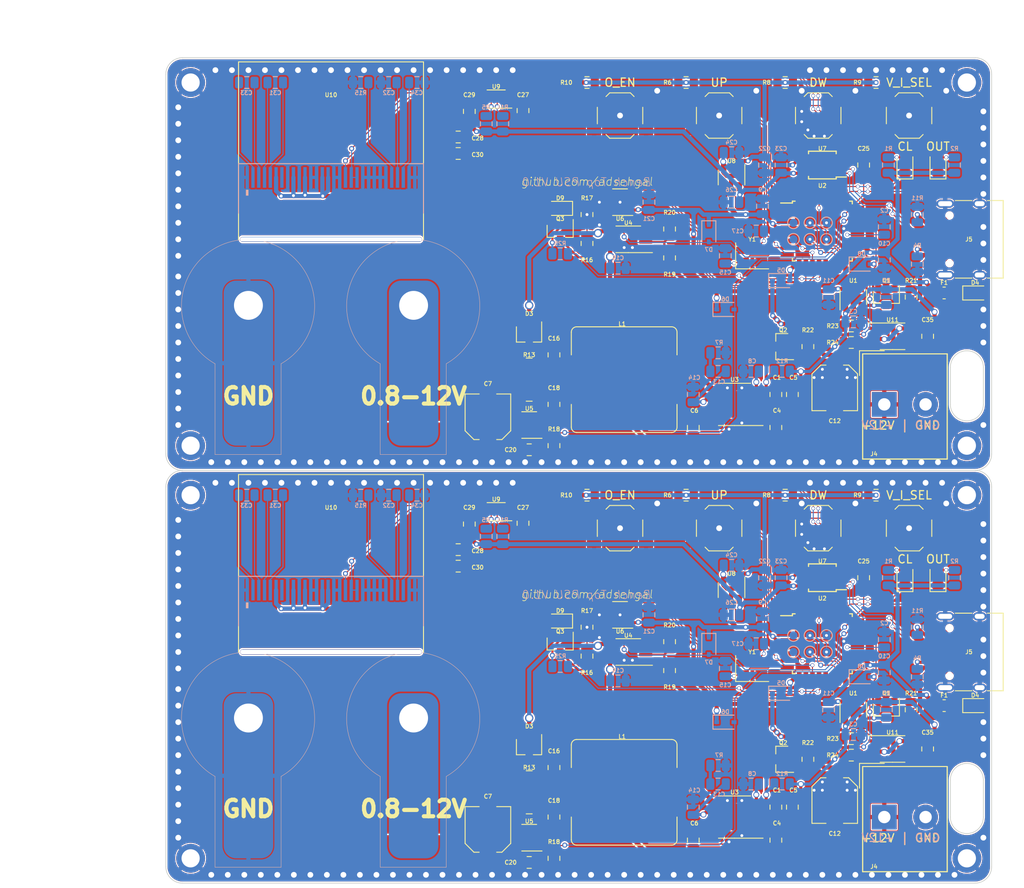
<source format=kicad_pcb>
(kicad_pcb (version 20200909) (generator pcbnew)
  (layers (0 "F.Cu" signal) (31 "B.Cu" signal) (34 "B.Paste" user) (35 "F.Paste" user) (36 "B.SilkS" user) (37 "F.SilkS" user) (38 "B.Mask" user) (39 "F.Mask" user) (44 "Edge.Cuts" user))
  (net 0 "")
  (net 1 "+VSW")
  (net 2 "GND")
  (net 3 "Net-(C2-Pad2)")
  (net 4 "Net-(C6-Pad2)")
  (net 5 "Net-(C6-Pad1)")
  (net 6 "+5V")
  (net 7 "Net-(C8-Pad2)")
  (net 8 "Net-(C13-Pad2)")
  (net 9 "Net-(C13-Pad1)")
  (net 10 "Net-(C15-Pad2)")
  (net 11 "Net-(C16-Pad2)")
  (net 12 "Net-(C17-Pad2)")
  (net 13 "Net-(D1-Pad2)")
  (net 14 "Net-(D1-Pad1)")
  (net 15 "Net-(D2-Pad2)")
  (net 16 "Net-(D2-Pad1)")
  (net 17 "/RST")
  (net 18 "/MOSI")
  (net 19 "/SCK")
  (net 20 "/MISO")
  (net 21 "VDC")
  (net 22 "/REG_EN")
  (net 23 "+3V3")
  (net 24 "Net-(C25-Pad2)")
  (net 25 "Net-(D4-Pad1)")
  (net 26 "/I_SENSE")
  (net 27 "Net-(R19-Pad2)")
  (net 28 "/V_FB")
  (net 29 "/~POT_CS")
  (net 30 "/POT_U~D")
  (net 31 "/SCL0")
  (net 32 "/SDA0")
  (net 33 "/V_SENSE")
  (net 34 "Net-(D5-Pad2)")
  (net 35 "Net-(U4-Pad3)")
  (net 36 "/SW3")
  (net 37 "/SW4")
  (net 38 "Net-(J5-PadA5)")
  (net 39 "/SW1")
  (net 40 "/SW2")
  (net 41 "/D-")
  (net 42 "/D+")
  (net 43 "Net-(J5-PadB5)")
  (net 44 "Net-(Q1-Pad3)")
  (net 45 "Net-(Q2-Pad3)")
  (net 46 "/RX")
  (net 47 "/TX")
  (net 48 "Net-(C31-Pad2)")
  (net 49 "Net-(C31-Pad1)")
  (net 50 "Net-(C32-Pad2)")
  (net 51 "Net-(C33-Pad2)")
  (net 52 "Net-(C33-Pad1)")
  (net 53 "Net-(C34-Pad2)")
  (net 54 "Net-(R5-Pad2)")
  (net 55 "Net-(R14-Pad2)")
  (net 56 "Net-(R15-Pad2)")
  (net 57 "Net-(Q1-Pad1)")
  (net 58 "Net-(Q2-Pad1)")
  (net 59 "/Vin")
  (net 60 "Net-(U11-Pad6)")
  (net 61 "Net-(D9-Pad1)")
  (net 62 "Net-(Q3-Pad1)")
  (net 63 "/POT_VIHH")
  (net 64 "Net-(R16-Pad2)")
  (net 65 "Net-(D8-Pad2)")
  (module "Package_TO_SOT_SMD:SOT-23" (layer "F.Cu") (at 59.75 83 -90)
    (fp_text reference "Q3" (at -1.5 0 180) (layer "F.SilkS") (effects (font (size 0.5 0.5) (thickness 0.1))))
    (fp_text value "FDN335N")
    (pad "1" smd rect (at -1 -0.95 270) (size 0.9 0.8) (layers "F.Cu" "F.Paste" "F.Mask") (net 62 "Net-(Q3-Pad1)"))
    (pad "2" smd rect (at -1 0.95 270) (size 0.9 0.8) (layers "F.Cu" "F.Paste" "F.Mask") (net 61 "Net-(D9-Pad1)"))
    (pad "3" smd rect (at 1 0 270) (size 0.9 0.8) (layers "F.Cu" "F.Paste" "F.Mask") (net 1 "+VSW"))
  )
  (module "Resistor_SMD:R_0805_2012Metric" (layer "F.Cu") (at 89.75 97 90)
    (fp_text reference "R22" (at 2 0 180) (layer "F.SilkS") (effects (font (size 0.5 0.5) (thickness 0.1))))
    (fp_text value "1K")
    (pad "1" smd roundrect (at -0.9375 0 90) (size 0.975 1.4) (layers "F.Cu" "F.Paste" "F.Mask") (net 58 "Net-(Q2-Pad1)"))
    (pad "2" smd roundrect (at 0.9375 0 90) (size 0.975 1.4) (layers "F.Cu" "F.Paste" "F.Mask") (net 22 "/REG_EN"))
  )
  (module "Capacitor_SMD:C_0805_2012Metric" (layer "F.Cu") (at 59 104 90)
    (fp_text reference "C18" (at 2 0 180) (layer "F.SilkS") (effects (font (size 0.5 0.5) (thickness 0.1))))
    (fp_text value "4.7µF")
    (pad "1" smd roundrect (at -0.9375 0 90) (size 0.975 1.4) (layers "F.Cu" "F.Paste" "F.Mask") (net 2 "GND"))
    (pad "2" smd roundrect (at 0.9375 0 90) (size 0.975 1.4) (layers "F.Cu" "F.Paste" "F.Mask") (net 11 "Net-(C16-Pad2)"))
  )
  (module "MountingHole:MountingHole_2.2mm_M2_ISO7380_Pad" (layer "F.Cu") (at 109 59)
    (fp_text reference "H3" (at 0 0) (layer "F.SilkS") (effects (font (size 0.5 0.5) (thickness 0.1))))
    (fp_text value "MountingHole_Pad")
    (pad "1" thru_hole circle (at 0 0) (size 3.5 3.5) (drill 2.2) (layers *.Cu *.Mask) (net 2 "GND"))
  )
  (module "Button_Switch_SMD:SW_SPST_TL3342" (layer "F.Cu") (at 67 69)
    (fp_text reference "SW4" hide)
    (fp_text value "O_EN" (at 0 -4) (layer "F.SilkS"))
    (pad "1" smd rect (at -3.15 -1.9) (size 1.7 1) (layers "F.Cu" "F.Paste" "F.Mask") (net 37 "/SW4"))
    (pad "1" smd rect (at 3.15 -1.9) (size 1.7 1) (layers "F.Cu" "F.Paste" "F.Mask") (net 37 "/SW4"))
    (pad "2" smd rect (at 3.15 1.9) (size 1.7 1) (layers "F.Cu" "F.Paste" "F.Mask") (net 2 "GND"))
    (pad "2" smd rect (at -3.15 1.9) (size 1.7 1) (layers "F.Cu" "F.Paste" "F.Mask") (net 2 "GND"))
  )
  (module "MountingHole:MountingHole_2.2mm_M2_ISO7380_Pad" (layer "F.Cu") (at 109 15)
    (fp_text reference "H2" (at 0 0) (layer "F.SilkS") (effects (font (size 0.5 0.5) (thickness 0.1))))
    (fp_text value "MountingHole_Pad")
    (pad "1" thru_hole circle (at 0 0) (size 3.5 3.5) (drill 2.2) (layers *.Cu *.Mask) (net 2 "GND"))
  )
  (module "MountingHole:MountingHole_2.2mm_M2_ISO7380_Pad" (layer "F.Cu") (at 15 109)
    (fp_text reference "H4" (at 0 0) (layer "F.SilkS") (effects (font (size 0.5 0.5) (thickness 0.1))))
    (fp_text value "MountingHole_Pad")
    (pad "1" thru_hole circle (at 0 0) (size 3.5 3.5) (drill 2.2) (layers *.Cu *.Mask) (net 2 "GND"))
  )
  (module "Capacitor_SMD:C_0805_2012Metric" (layer "F.Cu") (at 55.25 18.4 90)
    (fp_text reference "C27" (at 1.9 0 180) (layer "F.SilkS") (effects (font (size 0.5 0.5) (thickness 0.1))))
    (fp_text value "100nF")
    (pad "1" smd roundrect (at -0.9375 0 90) (size 0.975 1.4) (layers "F.Cu" "F.Paste" "F.Mask") (net 2 "GND"))
    (pad "2" smd roundrect (at 0.9375 0 90) (size 0.975 1.4) (layers "F.Cu" "F.Paste" "F.Mask") (net 6 "+5V"))
  )
  (module "Package_TO_SOT_SMD:TSOT-23" (layer "F.Cu") (at 56 95.5 -90)
    (fp_text reference "D3" (at -2.5 0 -180) (layer "F.SilkS") (effects (font (size 0.5 0.5) (thickness 0.1))))
    (fp_text value "BAT1000")
    (pad "1" smd rect (at -1.31 -0.95 270) (size 1.22 0.65) (layers "F.Cu" "F.Paste" "F.Mask") (net 2 "GND"))
    (pad "2" smd rect (at -1.31 0.95 270) (size 1.22 0.65) (layers "F.Cu" "F.Paste" "F.Mask"))
    (pad "3" smd rect (at 1.31 0 270) (size 1.22 0.65) (layers "F.Cu" "F.Paste" "F.Mask") (net 11 "Net-(C16-Pad2)"))
  )
  (module "Fuse:Fuse_0805_2012Metric_Castellated" (layer "F.Cu") (at 106.25 90.5 180)
    (fp_text reference "F1" (at 0 1.25) (layer "F.SilkS") (effects (font (size 0.5 0.5) (thickness 0.1))))
    (fp_text value "MF-PSMF020X-2")
    (pad "1" smd roundrect (at -0.9625 0 180) (size 1.325 1.3) (layers "F.Cu" "F.Paste" "F.Mask") (roundrect_rratio 0.1923076923076923) (net 25 "Net-(D4-Pad1)"))
    (pad "2" smd roundrect (at 0.9625 0 180) (size 1.325 1.3) (layers "F.Cu" "F.Paste" "F.Mask") (roundrect_rratio 0.1923076923076923) (net 6 "+5V"))
  )
  (module "Package_SO:SOIC-8-1EP_3.9x4.9mm_P1.27mm_EP2.514x3.2mm" (layer "F.Cu") (at 80.87 104 180)
    (fp_text reference "U3" (at 0 3 180) (layer "F.SilkS") (effects (font (size 0.5 0.5) (thickness 0.1))))
    (fp_text value "TPS54531DDAR")
    (pad "1" smd roundrect (at -2.6375 -1.905 180) (size 1.625 0.6) (layers "F.Cu" "F.Paste" "F.Mask") (net 5 "Net-(C6-Pad1)"))
    (pad "2" smd roundrect (at -2.6375 -0.635 180) (size 1.625 0.6) (layers "F.Cu" "F.Paste" "F.Mask") (net 1 "+VSW"))
    (pad "3" smd roundrect (at -2.6375 0.635 180) (size 1.625 0.6) (layers "F.Cu" "F.Paste" "F.Mask") (net 45 "Net-(Q2-Pad3)"))
    (pad "4" smd roundrect (at -2.6375 1.905 180) (size 1.625 0.6) (layers "F.Cu" "F.Paste" "F.Mask") (net 7 "Net-(C8-Pad2)"))
    (pad "5" smd roundrect (at 2.6375 1.905 180) (size 1.625 0.6) (layers "F.Cu" "F.Paste" "F.Mask") (net 28 "/V_FB"))
    (pad "6" smd roundrect (at 2.6375 0.635 180) (size 1.625 0.6) (layers "F.Cu" "F.Paste" "F.Mask") (net 8 "Net-(C13-Pad2)"))
    (pad "7" smd roundrect (at 2.6375 -0.635 180) (size 1.625 0.6) (layers "F.Cu" "F.Paste" "F.Mask") (net 2 "GND"))
    (pad "8" smd roundrect (at 2.6375 -1.905 180) (size 1.625 0.6) (layers "F.Cu" "F.Paste" "F.Mask") (net 4 "Net-(C6-Pad2)"))
    (pad "9" smd rect (at 0 0 180) (size 2.514 3.2) (layers "F.Cu" "F.Mask") (net 2 "GND"))
  )
  (module "Capacitor_SMD:C_0805_2012Metric" (layer "F.Cu") (at 85.87 102.8 -90)
    (fp_text reference "C1" (at -2.05 -0.13 180) (layer "F.SilkS") (effects (font (size 0.5 0.5) (thickness 0.1))))
    (fp_text value "10nF")
    (pad "1" smd roundrect (at -0.9375 0 270) (size 0.975 1.4) (layers "F.Cu" "F.Paste" "F.Mask") (net 2 "GND"))
    (pad "2" smd roundrect (at 0.9375 0 270) (size 0.975 1.4) (layers "F.Cu" "F.Paste" "F.Mask") (net 1 "+VSW"))
  )
  (module "Capacitor_SMD:C_0805_2012Metric" (layer "F.Cu") (at 48.75 18.5 90)
    (fp_text reference "C29" (at 2 0 180) (layer "F.SilkS") (effects (font (size 0.5 0.5) (thickness 0.1))))
    (fp_text value "1µF")
    (pad "1" smd roundrect (at -0.9375 0 90) (size 0.975 1.4) (layers "F.Cu" "F.Paste" "F.Mask") (net 2 "GND"))
    (pad "2" smd roundrect (at 0.9375 0 90) (size 0.975 1.4) (layers "F.Cu" "F.Paste" "F.Mask") (net 23 "+3V3"))
  )
  (module "Resistor_SMD:R_0805_2012Metric" (layer "F.Cu") (at 73 32.75 90)
    (fp_text reference "R20" (at 2 0 180) (layer "F.SilkS") (effects (font (size 0.5 0.5) (thickness 0.1))))
    (fp_text value "10K")
    (pad "1" smd roundrect (at -0.9375 0 90) (size 0.975 1.4) (layers "F.Cu" "F.Paste" "F.Mask") (net 27 "Net-(R19-Pad2)"))
    (pad "2" smd roundrect (at 0.9375 0 90) (size 0.975 1.4) (layers "F.Cu" "F.Paste" "F.Mask") (net 2 "GND"))
  )
  (module "Capacitor_SMD:C_0805_2012Metric" (layer "F.Cu") (at 75.87 56.8 90)
    (fp_text reference "C6" (at 2.05 0.13 180) (layer "F.SilkS") (effects (font (size 0.5 0.5) (thickness 0.1))))
    (fp_text value "100nF")
    (pad "1" smd roundrect (at -0.9375 0 90) (size 0.975 1.4) (layers "F.Cu" "F.Paste" "F.Mask") (net 5 "Net-(C6-Pad1)"))
    (pad "2" smd roundrect (at 0.9375 0 90) (size 0.975 1.4) (layers "F.Cu" "F.Paste" "F.Mask") (net 4 "Net-(C6-Pad2)"))
  )
  (module "Capacitor_SMD:C_0805_2012Metric" (layer "F.Cu") (at 104.25 95.75 90)
    (fp_text reference "C35" (at 2 0 180) (layer "F.SilkS") (effects (font (size 0.5 0.5) (thickness 0.1))))
    (fp_text value "100nF")
    (pad "1" smd roundrect (at -0.9375 0 90) (size 0.975 1.4) (layers "F.Cu" "F.Paste" "F.Mask") (net 2 "GND"))
    (pad "2" smd roundrect (at 0.9375 0 90) (size 0.975 1.4) (layers "F.Cu" "F.Paste" "F.Mask") (net 1 "+VSW"))
  )
  (module "Capacitor_SMD:C_0805_2012Metric" (layer "F.Cu") (at 87.87 102.8 -90)
    (fp_text reference "C5" (at -2.05 -0.13 180) (layer "F.SilkS") (effects (font (size 0.5 0.5) (thickness 0.1))))
    (fp_text value "4.7µF")
    (pad "1" smd roundrect (at -0.9375 0 270) (size 0.975 1.4) (layers "F.Cu" "F.Paste" "F.Mask") (net 2 "GND"))
    (pad "2" smd roundrect (at 0.9375 0 270) (size 0.975 1.4) (layers "F.Cu" "F.Paste" "F.Mask") (net 1 "+VSW"))
  )
  (module "Button_Switch_SMD:SW_SPST_TL3342" (layer "F.Cu") (at 102 69)
    (fp_text reference "SW3" hide)
    (fp_text value "V_I_SEL" (at 0 -4) (layer "F.SilkS"))
    (pad "1" smd rect (at 3.15 -1.9) (size 1.7 1) (layers "F.Cu" "F.Paste" "F.Mask") (net 36 "/SW3"))
    (pad "1" smd rect (at -3.15 -1.9) (size 1.7 1) (layers "F.Cu" "F.Paste" "F.Mask") (net 36 "/SW3"))
    (pad "2" smd rect (at 3.15 1.9) (size 1.7 1) (layers "F.Cu" "F.Paste" "F.Mask") (net 2 "GND"))
    (pad "2" smd rect (at -3.15 1.9) (size 1.7 1) (layers "F.Cu" "F.Paste" "F.Mask") (net 2 "GND"))
  )
  (module "Resistor_SMD:R_0805_2012Metric" (layer "F.Cu") (at 95 44.5)
    (fp_text reference "R23" (at -2.25 0) (layer "F.SilkS") (effects (font (size 0.5 0.5) (thickness 0.1))))
    (fp_text value "14K")
    (pad "1" smd roundrect (at -0.9375 0) (size 0.975 1.4) (layers "F.Cu" "F.Paste" "F.Mask") (net 59 "/Vin"))
    (pad "2" smd roundrect (at 0.9375 0) (size 0.975 1.4) (layers "F.Cu" "F.Paste" "F.Mask") (net 65 "Net-(D8-Pad2)"))
  )
  (module "TerminalBlock_Altech:Altech_AK300_1x02_P5.00mm_45-Degree" (layer "F.Cu") (at 99 54)
    (fp_text reference "J4" (at -1.25 6) (layer "F.SilkS") (effects (font (size 0.5 0.5) (thickness 0.1))))
    (fp_text value "Screw_Terminal_01x02")
    (pad "1" thru_hole rect (at 0 0) (size 3 3) (drill 1.5) (layers *.Cu *.Mask) (net 1 "+VSW"))
    (pad "2" thru_hole circle (at 5 0) (size 3 3) (drill 1.5) (layers *.Cu *.Mask) (net 2 "GND"))
  )
  (module "Resistor_SMD:R_0805_2012Metric" (layer "F.Cu") (at 63 34.5 -90)
    (fp_text reference "R16" (at 2 0 180) (layer "F.SilkS") (effects (font (size 0.5 0.5) (thickness 0.1))))
    (fp_text value "14K")
    (pad "1" smd roundrect (at -0.9375 0 270) (size 0.975 1.4) (layers "F.Cu" "F.Paste" "F.Mask") (net 33 "/V_SENSE"))
    (pad "2" smd roundrect (at 0.9375 0 270) (size 0.975 1.4) (layers "F.Cu" "F.Paste" "F.Mask") (net 64 "Net-(R16-Pad2)"))
  )
  (module "Package_TO_SOT_SMD:SOT-23" (layer "F.Cu") (at 86.62 97 180)
    (fp_text reference "Q2" (at -0.13 2) (layer "F.SilkS") (effects (font (size 0.5 0.5) (thickness 0.1))))
    (fp_text value "FDN335N")
    (pad "1" smd rect (at -1 -0.95 180) (size 0.9 0.8) (layers "F.Cu" "F.Paste" "F.Mask") (net 58 "Net-(Q2-Pad1)"))
    (pad "2" smd rect (at -1 0.95 180) (size 0.9 0.8) (layers "F.Cu" "F.Paste" "F.Mask") (net 2 "GND"))
    (pad "3" smd rect (at 1 0 180) (size 0.9 0.8) (layers "F.Cu" "F.Paste" "F.Mask") (net 45 "Net-(Q2-Pad3)"))
  )
  (module "Capacitor_SMD:C_0805_2012Metric" (layer "F.Cu") (at 59 54 90)
    (fp_text reference "C18" (at 2 0 180) (layer "F.SilkS") (effects (font (size 0.5 0.5) (thickness 0.1))))
    (fp_text value "4.7µF")
    (pad "1" smd roundrect (at -0.9375 0 90) (size 0.975 1.4) (layers "F.Cu" "F.Paste" "F.Mask") (net 2 "GND"))
    (pad "2" smd roundrect (at 0.9375 0 90) (size 0.975 1.4) (layers "F.Cu" "F.Paste" "F.Mask") (net 11 "Net-(C16-Pad2)"))
  )
  (module "Crystal:Crystal_SMD_SeikoEpson_TSX3225-4Pin_3.2x2.5mm" (layer "F.Cu") (at 83 36)
    (fp_text reference "Y1" (at 0 -2) (layer "F.SilkS") (effects (font (size 0.5 0.5) (thickness 0.1))))
    (fp_text value "16MHz")
    (pad "1" smd rect (at -1.1 0.8) (size 1.4 1.15) (layers "F.Cu" "F.Paste" "F.Mask") (net 10 "Net-(C15-Pad2)"))
    (pad "2" smd rect (at 1.1 0.8) (size 1.4 1.15) (layers "F.Cu" "F.Paste" "F.Mask") (net 2 "GND"))
    (pad "3" smd rect (at 1.1 -0.8) (size 1.4 1.15) (layers "F.Cu" "F.Paste" "F.Mask") (net 12 "Net-(C17-Pad2)"))
    (pad "4" smd rect (at -1.1 -0.8) (size 1.4 1.15) (layers "F.Cu" "F.Paste" "F.Mask") (net 2 "GND"))
  )
  (module "Connector_USB:USB_C_Receptacle_HRO_TYPE-C-31-M-12" (layer "F.Cu") (at 109.5 84 90)
    (fp_text reference "J5" (at 0 -0.25 180) (layer "F.SilkS") (effects (font (size 0.5 0.5) (thickness 0.1))))
    (fp_text value "USB_C_Receptacle_USB2.0")
    (pad "" np_thru_hole circle (at -2.89 -2.6 90) (size 0.65 0.65) (drill 0.65) (layers *.Cu *.Mask))
    (pad "" np_thru_hole circle (at 2.89 -2.6 90) (size 0.65 0.65) (drill 0.65) (layers *.Cu *.Mask))
    (pad "A1" smd rect (at -3.25 -4.045 90) (size 0.6 1.45) (layers "F.Cu" "F.Paste" "F.Mask") (net 2 "GND"))
    (pad "A4" smd rect (at -2.45 -4.045 90) (size 0.6 1.45) (layers "F.Cu" "F.Paste" "F.Mask") (net 22 "/REG_EN"))
    (pad "A5" smd rect (at -1.25 -4.045 90) (size 0.3 1.45) (layers "F.Cu" "F.Paste" "F.Mask") (net 38 "Net-(J5-PadA5)"))
    (pad "A6" smd rect (at -0.25 -4.045 90) (size 0.3 1.45) (layers "F.Cu" "F.Paste" "F.Mask") (net 42 "/D+"))
    (pad "A7" smd rect (at 0.25 -4.045 90) (size 0.3 1.45) (layers "F.Cu" "F.Paste" "F.Mask") (net 41 "/D-"))
    (pad "A8" smd rect (at 1.25 -4.045 90) (size 0.3 1.45) (layers "F.Cu" "F.Paste" "F.Mask"))
    (pad "A9" smd rect (at 2.45 -4.045 90) (size 0.6 1.45) (layers "F.Cu" "F.Paste" "F.Mask") (net 22 "/REG_EN"))
    (pad "A12" smd rect (at 3.25 -4.045 90) (size 0.6 1.45) (layers "F.Cu" "F.Paste" "F.Mask") (net 2 "GND"))
    (pad "B1" smd rect (at 3.25 -4.045 90) (size 0.6 1.45) (layers "F.Cu" "F.Paste" "F.Mask") (net 2 "GND"))
    (pad "B4" smd rect (at 2.45 -4.045 90) (size 0.6 1.45) (layers "F.Cu" "F.Paste" "F.Mask") (net 22 "/REG_EN"))
    (pad "B5" smd rect (at 1.75 -4.045 90) (size 0.3 1.45) (layers "F.Cu" "F.Paste" "F.Mask") (net 43 "Net-(J5-PadB5)"))
    (pad "B6" smd rect (at 0.75 -4.045 90) (size 0.3 1.45) (layers "F.Cu" "F.Paste" "F.Mask") (net 42 "/D+"))
    (pad "B7" smd rect (at -0.75 -4.045 90) (size 0.3 1.45) (layers "F.Cu" "F.Paste" "F.Mask") (net 41 "/D-"))
    (pad "B8" smd rect (at -1.75 -4.045 90) (size 0.3 1.45) (layers "F.Cu" "F.Paste" "F.Mask"))
    (pad "B9" smd rect (at -2.45 -4.045 90) (size 0.6 1.45) (layers "F.Cu" "F.Paste" "F.Mask") (net 22 "/REG_EN"))
    (pad "B12" smd rect (at -3.25 -4.045 90) (size 0.6 1.45) (layers "F.Cu" "F.Paste" "F.Mask") (net 2 "GND"))
    (pad "S1" thru_hole oval (at -4.32 1.05 90) (size 1 1.6) (drill oval 0.6 1.2) (layers *.Cu *.Mask) (net 2 "GND"))
    (pad "S1" thru_hole oval (at -4.32 -3.13 90) (size 1 2.1) (drill oval 0.6 1.7) (layers *.Cu *.Mask) (net 2 "GND"))
    (pad "S1" thru_hole oval (at 4.32 -3.13 90) (size 1 2.1) (drill oval 0.6 1.7) (layers *.Cu *.Mask) (net 2 "GND"))
    (pad "S1" thru_hole oval (at 4.32 1.05 90) (size 1 1.6) (drill oval 0.6 1.2) (layers *.Cu *.Mask) (net 2 "GND"))
  )
  (module "Package_SO:MSOP-8_3x3mm_P0.65mm" (layer "F.Cu") (at 68 34 180)
    (fp_text reference "U4" (at 0 2 180) (layer "F.SilkS") (effects (font (size 0.5 0.5) (thickness 0.1))))
    (fp_text value "LM358")
    (pad "1" smd roundrect (at -2.1125 -0.975 180) (size 1.625 0.4) (layers "F.Cu" "F.Paste" "F.Mask") (net 28 "/V_FB"))
    (pad "2" smd roundrect (at -2.1125 -0.325 180) (size 1.625 0.4) (layers "F.Cu" "F.Paste" "F.Mask") (net 27 "Net-(R19-Pad2)"))
    (pad "3" smd roundrect (at -2.1125 0.325 180) (size 1.625 0.4) (layers "F.Cu" "F.Paste" "F.Mask") (net 35 "Net-(U4-Pad3)"))
    (pad "4" smd roundrect (at -2.1125 0.975 180) (size 1.625 0.4) (layers "F.Cu" "F.Paste" "F.Mask") (net 2 "GND"))
    (pad "5" smd roundrect (at 2.1125 0.975 180) (size 1.625 0.4) (layers "F.Cu" "F.Paste" "F.Mask") (net 11 "Net-(C16-Pad2)"))
    (pad "6" smd roundrect (at 2.1125 0.325 180) (size 1.625 0.4) (layers "F.Cu" "F.Paste" "F.Mask") (net 64 "Net-(R16-Pad2)"))
    (pad "7" smd roundrect (at 2.1125 -0.325 180) (size 1.625 0.4) (layers "F.Cu" "F.Paste" "F.Mask") (net 64 "Net-(R16-Pad2)"))
    (pad "8" smd roundrect (at 2.1125 -0.975 180) (size 1.625 0.4) (layers "F.Cu" "F.Paste" "F.Mask") (net 1 "+VSW"))
  )
  (module "Package_QFP:TQFP-32_7x7mm_P0.8mm" (layer "F.Cu") (at 91.5 33)
    (fp_text reference "U2" (at 0 -5.5) (layer "F.SilkS") (effects (font (size 0.5 0.5) (thickness 0.1))))
    (fp_text value "ATmega328PB-AU")
    (pad "1" smd rect (at -4.25 -2.8) (size 1.6 0.55) (layers "F.Cu" "F.Paste" "F.Mask") (net 40 "/SW2"))
    (pad "2" smd rect (at -4.25 -2) (size 1.6 0.55) (layers "F.Cu" "F.Paste" "F.Mask") (net 39 "/SW1"))
    (pad "3" smd rect (at -4.25 -1.2) (size 1.6 0.55) (layers "F.Cu" "F.Paste" "F.Mask") (net 2 "GND"))
    (pad "4" smd rect (at -4.25 -0.4) (size 1.6 0.55) (layers "F.Cu" "F.Paste" "F.Mask") (net 6 "+5V"))
    (pad "5" smd rect (at -4.25 0.4) (size 1.6 0.55) (layers "F.Cu" "F.Paste" "F.Mask") (net 2 "GND"))
    (pad "6" smd rect (at -4.25 1.2) (size 1.6 0.55) (layers "F.Cu" "F.Paste" "F.Mask") (net 6 "+5V"))
    (pad "7" smd rect (at -4.25 2) (size 1.6 0.55) (layers "F.Cu" "F.Paste" "F.Mask") (net 12 "Net-(C17-Pad2)"))
    (pad "8" smd rect (at -4.25 2.8) (size 1.6 0.55) (layers "F.Cu" "F.Paste" "F.Mask") (net 10 "Net-(C15-Pad2)"))
    (pad "9" smd rect (at -2.8 4.25 90) (size 1.6 0.55) (layers "F.Cu" "F.Paste" "F.Mask") (net 34 "Net-(D5-Pad2)"))
    (pad "10" smd rect (at -2 4.25 90) (size 1.6 0.55) (layers "F.Cu" "F.Paste" "F.Mask") (net 29 "/~POT_CS"))
    (pad "11" smd rect (at -1.2 4.25 90) (size 1.6 0.55) (layers "F.Cu" "F.Paste" "F.Mask") (net 37 "/SW4"))
    (pad "12" smd rect (at -0.4 4.25 90) (size 1.6 0.55) (layers "F.Cu" "F.Paste" "F.Mask") (net 30 "/POT_U~D"))
    (pad "13" smd rect (at 0.4 4.25 90) (size 1.6 0.55) (layers "F.Cu" "F.Paste" "F.Mask") (net 63 "/POT_VIHH"))
    (pad "14" smd rect (at 1.2 4.25 90) (size 1.6 0.55) (layers "F.Cu" "F.Paste" "F.Mask"))
    (pad "15" smd rect (at 2 4.25 90) (size 1.6 0.55) (layers "F.Cu" "F.Paste" "F.Mask") (net 18 "/MOSI"))
    (pad "16" smd rect (at 2.8 4.25 90) (size 1.6 0.55) (layers "F.Cu" "F.Paste" "F.Mask") (net 20 "/MISO"))
    (pad "17" smd rect (at 4.25 2.8) (size 1.6 0.55) (layers "F.Cu" "F.Paste" "F.Mask") (net 19 "/SCK"))
    (pad "18" smd rect (at 4.25 2) (size 1.6 0.55) (layers "F.Cu" "F.Paste" "F.Mask") (net 6 "+5V"))
    (pad "19" smd rect (at 4.25 1.2) (size 1.6 0.55) (layers "F.Cu" "F.Paste" "F.Mask"))
    (pad "20" smd rect (at 4.25 0.4) (size 1.6 0.55) (layers "F.Cu" "F.Paste" "F.Mask") (net 3 "Net-(C2-Pad2)"))
    (pad "21" smd rect (at 4.25 -0.4) (size 1.6 0.55) (layers "F.Cu" "F.Paste" "F.Mask") (net 2 "GND"))
    (pad "22" smd rect (at 4.25 -1.2) (size 1.6 0.55) (layers "F.Cu" "F.Paste" "F.Mask") (net 65 "Net-(D8-Pad2)"))
    (pad "23" smd rect (at 4.25 -2) (size 1.6 0.55) (layers "F.Cu" "F.Paste" "F.Mask") (net 26 "/I_SENSE"))
    (pad "24" smd rect (at 4.25 -2.8) (size 1.6 0.55) (layers "F.Cu" "F.Paste" "F.Mask") (net 33 "/V_SENSE"))
    (pad "25" smd rect (at 2.8 -4.25 90) (size 1.6 0.55) (layers "F.Cu" "F.Paste" "F.Mask") (net 16 "Net-(D2-Pad1)"))
    (pad "26" smd rect (at 2 -4.25 90) (size 1.6 0.55) (layers "F.Cu" "F.Paste" "F.Mask") (net 14 "Net-(D1-Pad1)"))
    (pad "27" smd rect (at 1.2 -4.25 90) (size 1.6 0.55) (layers "F.Cu" "F.Paste" "F.Mask") (net 32 "/SDA0"))
    (pad "28" smd rect (at 0.4 -4.25 90) (size 1.6 0.55) (layers "F.Cu" "F.Paste" "F.Mask") (net 31 "/SCL0"))
    (pad "29" smd rect (at -0.4 -4.25 90) (size 1.6 0.55) (layers "F.Cu" "F.Paste" "F.Mask") (net 17 "/RST"))
    (pad "30" smd rect (at -1.2 -4.25 90) (size 1.6 0.55) (layers "F.Cu" "F.Paste" "F.Mask") (net 46 "/RX"))
    (pad "31" smd rect (at -2 -4.25 90) (size 1.6 0.55) (layers "F.Cu" "F.Paste" "F.Mask") (net 47 "/TX"))
    (pad "32" smd rect (at -2.8 -4.25 90) (size 1.6 0.55) (layers "F.Cu" "F.Paste" "F.Mask") (net 36 "/SW3"))
  )
  (module "Resistor_SMD:R_0805_2012Metric" (layer "F.Cu") (at 95 96.5)
    (fp_text reference "R24" (at -2.25 0) (layer "F.SilkS") (effects (font (size 0.5 0.5) (thickness 0.1))))
    (fp_text value "10K")
    (pad "1" smd roundrect (at -0.9375 0) (size 0.975 1.4) (layers "F.Cu" "F.Paste" "F.Mask") (net 2 "GND"))
    (pad "2" smd roundrect (at 0.9375 0) (size 0.975 1.4) (layers "F.Cu" "F.Paste" "F.Mask") (net 65 "Net-(D8-Pad2)"))
  )
  (module "LED_SMD:LED_0805_2012Metric" (layer "F.Cu") (at 105.5 75 90)
    (fp_text reference "D2" hide)
    (fp_text value "OUT" (at 2.25 0 180) (layer "F.SilkS"))
    (pad "1" smd roundrect (at -0.9375 0 90) (size 0.975 1.4) (layers "F.Cu" "F.Paste" "F.Mask") (net 16 "Net-(D2-Pad1)"))
    (pad "2" smd roundrect (at 0.9375 0 90) (size 0.975 1.4) (layers "F.Cu" "F.Paste" "F.Mask") (net 15 "Net-(D2-Pad2)"))
  )
  (module "Capacitor_SMD:C_0805_2012Metric" (layer "F.Cu") (at 47.4 21.6 180)
    (fp_text reference "C28" (at -2.35 -0.15) (layer "F.SilkS") (effects (font (size 0.5 0.5) (thickness 0.1))))
    (fp_text value "100nF")
    (pad "1" smd roundrect (at -0.9375 0 180) (size 0.975 1.4) (layers "F.Cu" "F.Paste" "F.Mask") (net 2 "GND"))
    (pad "2" smd roundrect (at 0.9375 0 180) (size 0.975 1.4) (layers "F.Cu" "F.Paste" "F.Mask") (net 23 "+3V3"))
  )
  (module "Diode_SMD:D_SOD-323" (layer "F.Cu") (at 110 90.5)
    (fp_text reference "D4" (at 0 -1.25) (layer "F.SilkS") (effects (font (size 0.5 0.5) (thickness 0.1))))
    (fp_text value "CUS10S30")
    (pad "1" smd rect (at -1.05 0) (size 0.6 0.45) (layers "F.Cu" "F.Paste" "F.Mask") (net 25 "Net-(D4-Pad1)"))
    (pad "2" smd rect (at 1.05 0) (size 0.6 0.45) (layers "F.Cu" "F.Paste" "F.Mask") (net 22 "/REG_EN"))
  )
  (module "Package_TO_SOT_SMD:SOT-23" (layer "F.Cu") (at 86.62 47 180)
    (fp_text reference "Q2" (at -0.13 2) (layer "F.SilkS") (effects (font (size 0.5 0.5) (thickness 0.1))))
    (fp_text value "FDN335N")
    (pad "1" smd rect (at -1 -0.95 180) (size 0.9 0.8) (layers "F.Cu" "F.Paste" "F.Mask") (net 58 "Net-(Q2-Pad1)"))
    (pad "2" smd rect (at -1 0.95 180) (size 0.9 0.8) (layers "F.Cu" "F.Paste" "F.Mask") (net 2 "GND"))
    (pad "3" smd rect (at 1 0 180) (size 0.9 0.8) (layers "F.Cu" "F.Paste" "F.Mask") (net 45 "Net-(Q2-Pad3)"))
  )
  (module "Capacitor_SMD:C_0805_2012Metric" (layer "F.Cu") (at 47.4 71.6 180)
    (fp_text reference "C28" (at -2.35 -0.15) (layer "F.SilkS") (effects (font (size 0.5 0.5) (thickness 0.1))))
    (fp_text value "100nF")
    (pad "1" smd roundrect (at -0.9375 0 180) (size 0.975 1.4) (layers "F.Cu" "F.Paste" "F.Mask") (net 2 "GND"))
    (pad "2" smd roundrect (at 0.9375 0 180) (size 0.975 1.4) (layers "F.Cu" "F.Paste" "F.Mask") (net 23 "+3V3"))
  )
  (module "Binding_Post:Binding_Post" (layer "F.Cu") (at 42 92)
    (fp_text reference "J2" hide)
    (fp_text value "Conn_01x01" hide)
    (pad "1" smd roundrect (at 0 7) (size 6 20) (layers "B.Cu" "B.Paste" "B.Mask") (chamfer_ratio 0.2) (chamfer) (net 21 "VDC"))
    (pad "1" thru_hole circle (at 0 0) (size 5 5) (drill 3.5) (layers *.Cu *.Mask) (net 21 "VDC"))
  )
  (module "Capacitor_SMD:C_Elec_5x5.4" (layer "F.Cu") (at 51 105.5 90)
    (fp_text reference "C7" (at 4 0 180) (layer "F.SilkS") (effects (font (size 0.5 0.5) (thickness 0.1))))
    (fp_text value "10uF")
    (pad "1" smd roundrect (at -2.0625 0 90) (size 2.775 1.6) (layers "F.Cu" "F.Paste" "F.Mask") (roundrect_rratio 0.15625) (net 2 "GND"))
    (pad "2" smd roundrect (at 2.0625 0 90) (size 2.775 1.6) (layers "F.Cu" "F.Paste" "F.Mask") (roundrect_rratio 0.15625) (net 21 "VDC"))
  )
  (module "Capacitor_SMD:C_0805_2012Metric" (layer "F.Cu") (at 85.87 56.8 90)
    (fp_text reference "C4" (at 2.05 0.13 180) (layer "F.SilkS") (effects (font (size 0.5 0.5) (thickness 0.1))))
    (fp_text value "4.7µF")
    (pad "1" smd roundrect (at -0.9375 0 90) (size 0.975 1.4) (layers "F.Cu" "F.Paste" "F.Mask") (net 2 "GND"))
    (pad "2" smd roundrect (at 0.9375 0 90) (size 0.975 1.4) (layers "F.Cu" "F.Paste" "F.Mask") (net 1 "+VSW"))
  )
  (module "Button_Switch_SMD:SW_SPST_TL3342" (layer "F.Cu") (at 91 19)
    (fp_text reference "SW2" hide)
    (fp_text value "DW" (at 0 -4) (layer "F.SilkS"))
    (pad "1" smd rect (at -3.15 -1.9) (size 1.7 1) (layers "F.Cu" "F.Paste" "F.Mask") (net 40 "/SW2"))
    (pad "1" smd rect (at 3.15 -1.9) (size 1.7 1) (layers "F.Cu" "F.Paste" "F.Mask") (net 40 "/SW2"))
    (pad "2" smd rect (at 3.15 1.9) (size 1.7 1) (layers "F.Cu" "F.Paste" "F.Mask") (net 2 "GND"))
    (pad "2" smd rect (at -3.15 1.9) (size 1.7 1) (layers "F.Cu" "F.Paste" "F.Mask") (net 2 "GND"))
  )
  (module "Package_SO:MSOP-8_3x3mm_P0.65mm" (layer "F.Cu") (at 68 84 180)
    (fp_text reference "U4" (at 0 2 180) (layer "F.SilkS") (effects (font (size 0.5 0.5) (thickness 0.1))))
    (fp_text value "LM358")
    (pad "1" smd roundrect (at -2.1125 -0.975 180) (size 1.625 0.4) (layers "F.Cu" "F.Paste" "F.Mask") (net 28 "/V_FB"))
    (pad "2" smd roundrect (at -2.1125 -0.325 180) (size 1.625 0.4) (layers "F.Cu" "F.Paste" "F.Mask") (net 27 "Net-(R19-Pad2)"))
    (pad "3" smd roundrect (at -2.1125 0.325 180) (size 1.625 0.4) (layers "F.Cu" "F.Paste" "F.Mask") (net 35 "Net-(U4-Pad3)"))
    (pad "4" smd roundrect (at -2.1125 0.975 180) (size 1.625 0.4) (layers "F.Cu" "F.Paste" "F.Mask") (net 2 "GND"))
    (pad "5" smd roundrect (at 2.1125 0.975 180) (size 1.625 0.4) (layers "F.Cu" "F.Paste" "F.Mask") (net 11 "Net-(C16-Pad2)"))
    (pad "6" smd roundrect (at 2.1125 0.325 180) (size 1.625 0.4) (layers "F.Cu" "F.Paste" "F.Mask") (net 64 "Net-(R16-Pad2)"))
    (pad "7" smd roundrect (at 2.1125 -0.325 180) (size 1.625 0.4) (layers "F.Cu" "F.Paste" "F.Mask") (net 64 "Net-(R16-Pad2)"))
    (pad "8" smd roundrect (at 2.1125 -0.975 180) (size 1.625 0.4) (layers "F.Cu" "F.Paste" "F.Mask") (net 1 "+VSW"))
  )
  (module "Diode_SMD:D_SOD-323" (layer "F.Cu") (at 110 40.5)
    (fp_text reference "D4" (at 0 -1.25) (layer "F.SilkS") (effects (font (size 0.5 0.5) (thickness 0.1))))
    (fp_text value "CUS10S30")
    (pad "1" smd rect (at -1.05 0) (size 0.6 0.45) (layers "F.Cu" "F.Paste" "F.Mask") (net 25 "Net-(D4-Pad1)"))
    (pad "2" smd rect (at 1.05 0) (size 0.6 0.45) (layers "F.Cu" "F.Paste" "F.Mask") (net 22 "/REG_EN"))
  )
  (module "Resistor_SMD:R_0805_2012Metric" (layer "F.Cu") (at 102.25 41 -90)
    (fp_text reference "R21" (at -2 0 180) (layer "F.SilkS") (effects (font (size 0.5 0.5) (thickness 0.1))))
    (fp_text value "1K")
    (pad "1" smd roundrect (at -0.9375 0 270) (size 0.975 1.4) (layers "F.Cu" "F.Paste" "F.Mask") (net 57 "Net-(Q1-Pad1)"))
    (pad "2" smd roundrect (at 0.9375 0 270) (size 0.975 1.4) (layers "F.Cu" "F.Paste" "F.Mask") (net 22 "/REG_EN"))
  )
  (module "Resistor_SMD:R_1020_2550Metric" (layer "F.Cu") (at 56 51)
    (fp_text reference "R13" (at 0 -3) (layer "F.SilkS") (effects (font (size 0.5 0.5) (thickness 0.1))))
    (fp_text value "0.01R")
    (pad "1" smd roundrect (at -1.125 0) (size 1.15 5.2) (layers "F.Cu" "F.Paste" "F.Mask") (roundrect_rratio 0.2173913043478261) (net 21 "VDC"))
    (pad "2" smd roundrect (at 1.125 0) (size 1.15 5.2) (layers "F.Cu" "F.Paste" "F.Mask") (roundrect_rratio 0.2173913043478261) (net 11 "Net-(C16-Pad2)"))
  )
  (module "Resistor_SMD:R_0805_2012Metric" (layer "F.Cu") (at 63 15)
    (fp_text reference "R10" (at -2.5 0) (layer "F.SilkS") (effects (font (size 0.5 0.5) (thickness 0.1))))
    (fp_text value "10K")
    (pad "1" smd roundrect (at -0.9375 0) (size 0.975 1.4) (layers "F.Cu" "F.Paste" "F.Mask") (net 6 "+5V"))
    (pad "2" smd roundrect (at 0.9375 0) (size 0.975 1.4) (layers "F.Cu" "F.Paste" "F.Mask") (net 37 "/SW4"))
  )
  (module "Capacitor_SMD:C_0805_2012Metric" (layer "F.Cu") (at 85.87 52.8 -90)
    (fp_text reference "C1" (at -2.05 -0.13 180) (layer "F.SilkS") (effects (font (size 0.5 0.5) (thickness 0.1))))
    (fp_text value "10nF")
    (pad "1" smd roundrect (at -0.9375 0 270) (size 0.975 1.4) (layers "F.Cu" "F.Paste" "F.Mask") (net 2 "GND"))
    (pad "2" smd roundrect (at 0.9375 0 270) (size 0.975 1.4) (layers "F.Cu" "F.Paste" "F.Mask") (net 1 "+VSW"))
  )
  (module "Capacitor_SMD:C_0805_2012Metric" (layer "F.Cu") (at 56 59.5)
    (fp_text reference "C20" (at -2.25 0) (layer "F.SilkS") (effects (font (size 0.5 0.5) (thickness 0.1))))
    (fp_text value "100nF")
    (pad "1" smd roundrect (at -0.9375 0) (size 0.975 1.4) (layers "F.Cu" "F.Paste" "F.Mask") (net 6 "+5V"))
    (pad "2" smd roundrect (at 0.9375 0) (size 0.975 1.4) (layers "F.Cu" "F.Paste" "F.Mask") (net 2 "GND"))
  )
  (module "Button_Switch_SMD:SW_SPST_TL3342" (layer "F.Cu") (at 91 69)
    (fp_text reference "SW2" hide)
    (fp_text value "DW" (at 0 -4) (layer "F.SilkS"))
    (pad "1" smd rect (at -3.15 -1.9) (size 1.7 1) (layers "F.Cu" "F.Paste" "F.Mask") (net 40 "/SW2"))
    (pad "1" smd rect (at 3.15 -1.9) (size 1.7 1) (layers "F.Cu" "F.Paste" "F.Mask") (net 40 "/SW2"))
    (pad "2" smd rect (at 3.15 1.9) (size 1.7 1) (layers "F.Cu" "F.Paste" "F.Mask") (net 2 "GND"))
    (pad "2" smd rect (at -3.15 1.9) (size 1.7 1) (layers "F.Cu" "F.Paste" "F.Mask") (net 2 "GND"))
  )
  (module "Resistor_SMD:R_0805_2012Metric" (layer "F.Cu") (at 75 65)
    (fp_text reference "R6" (at -2.25 0) (layer "F.SilkS") (effects (font (size 0.5 0.5) (thickness 0.1))))
    (fp_text value "10K")
    (pad "1" smd roundrect (at -0.9375 0) (size 0.975 1.4) (layers "F.Cu" "F.Paste" "F.Mask") (net 6 "+5V"))
    (pad "2" smd roundrect (at 0.9375 0) (size 0.975 1.4) (layers "F.Cu" "F.Paste" "F.Mask") (net 39 "/SW1"))
  )
  (module "Capacitor_SMD:C_0805_2012Metric" (layer "F.Cu") (at 47.4 73.6 180)
    (fp_text reference "C30" (at -2.35 -0.15) (layer "F.SilkS") (effects (font (size 0.5 0.5) (thickness 0.1))))
    (fp_text value "1µF")
    (pad "1" smd roundrect (at -0.9375 0 180) (size 0.975 1.4) (layers "F.Cu" "F.Paste" "F.Mask") (net 2 "GND"))
    (pad "2" smd roundrect (at 0.9375 0 180) (size 0.975 1.4) (layers "F.Cu" "F.Paste" "F.Mask") (net 23 "+3V3"))
  )
  (module "Resistor_SMD:R_0805_2012Metric" (layer "F.Cu") (at 75 15)
    (fp_text reference "R6" (at -2.25 0) (layer "F.SilkS") (effects (font (size 0.5 0.5) (thickness 0.1))))
    (fp_text value "10K")
    (pad "1" smd roundrect (at -0.9375 0) (size 0.975 1.4) (layers "F.Cu" "F.Paste" "F.Mask") (net 6 "+5V"))
    (pad "2" smd roundrect (at 0.9375 0) (size 0.975 1.4) (layers "F.Cu" "F.Paste" "F.Mask") (net 39 "/SW1"))
  )
  (module "Package_TO_SOT_SMD:SOT-23-5" (layer "F.Cu") (at 56 106.5 180)
    (fp_text reference "U5" (at 0 2) (layer "F.SilkS") (effects (font (size 0.5 0.5) (thickness 0.1))))
    (fp_text value "INA138")
    (pad "1" smd rect (at -1.1 -0.95 180) (size 1.06 0.65) (layers "F.Cu" "F.Paste" "F.Mask") (net 26 "/I_SENSE"))
    (pad "2" smd rect (at -1.1 0 180) (size 1.06 0.65) (layers "F.Cu" "F.Paste" "F.Mask") (net 2 "GND"))
    (pad "3" smd rect (at -1.1 0.95 180) (size 1.06 0.65) (layers "F.Cu" "F.Paste" "F.Mask") (net 11 "Net-(C16-Pad2)"))
    (pad "4" smd rect (at 1.1 0.95 180) (size 1.06 0.65) (layers "F.Cu" "F.Paste" "F.Mask") (net 21 "VDC"))
    (pad "5" smd rect (at 1.1 -0.95 180) (size 1.06 0.65) (layers "F.Cu" "F.Paste" "F.Mask") (net 6 "+5V"))
  )
  (module "Button_Switch_SMD:SW_SPST_TL3342" (layer "F.Cu") (at 79 19)
    (fp_text reference "SW1" hide)
    (fp_text value "UP" (at 0 -4) (layer "F.SilkS"))
    (pad "1" smd rect (at -3.15 -1.9) (size 1.7 1) (layers "F.Cu" "F.Paste" "F.Mask") (net 39 "/SW1"))
    (pad "1" smd rect (at 3.15 -1.9) (size 1.7 1) (layers "F.Cu" "F.Paste" "F.Mask") (net 39 "/SW1"))
    (pad "2" smd rect (at -3.15 1.9) (size 1.7 1) (layers "F.Cu" "F.Paste" "F.Mask") (net 2 "GND"))
    (pad "2" smd rect (at 3.15 1.9) (size 1.7 1) (layers "F.Cu" "F.Paste" "F.Mask") (net 2 "GND"))
  )
  (module "Resistor_SMD:R_0805_2012Metric" (layer "F.Cu") (at 59 59 90)
    (fp_text reference "R18" (at 2 0 180) (layer "F.SilkS") (effects (font (size 0.5 0.5) (thickness 0.1))))
    (fp_text value "500K")
    (pad "1" smd roundrect (at -0.9375 0 90) (size 0.975 1.4) (layers "F.Cu" "F.Paste" "F.Mask") (net 2 "GND"))
    (pad "2" smd roundrect (at 0.9375 0 90) (size 0.975 1.4) (layers "F.Cu" "F.Paste" "F.Mask") (net 26 "/I_SENSE"))
  )
  (module "Package_SO:VSSOP-8_2.3x2mm_P0.5mm" (layer "F.Cu") (at 52 17 180)
    (fp_text reference "U9" (at 0 1.5) (layer "F.SilkS") (effects (font (size 0.5 0.5) (thickness 0.1))))
    (fp_text value "PCA9306")
    (pad "1" smd rect (at -1.55 -0.75 90) (size 0.3 0.8) (layers "F.Cu" "F.Paste" "F.Mask") (net 2 "GND"))
    (pad "2" smd rect (at -1.55 -0.25 90) (size 0.3 0.8) (layers "F.Cu" "F.Paste" "F.Mask") (net 6 "+5V"))
    (pad "3" smd rect (at -1.55 0.25 90) (size 0.3 0.8) (layers "F.Cu" "F.Paste" "F.Mask") (net 31 "/SCL0"))
    (pad "4" smd rect (at -1.55 0.75 90) (size 0.3 0.8) (layers "F.Cu" "F.Paste" "F.Mask") (net 32 "/SDA0"))
    (pad "5" smd rect (at 1.55 0.75 90) (size 0.3 0.8) (layers "F.Cu" "F.Paste" "F.Mask") (net 55 "Net-(R14-Pad2)"))
    (pad "6" smd rect (at 1.55 0.25 90) (size 0.3 0.8) (layers "F.Cu" "F.Paste" "F.Mask") (net 54 "Net-(R5-Pad2)"))
    (pad "7" smd rect (at 1.55 -0.25 90) (size 0.3 0.8) (layers "F.Cu" "F.Paste" "F.Mask") (net 23 "+3V3"))
    (pad "8" smd rect (at 1.55 -0.75 90) (size 0.3 0.8) (layers "F.Cu" "F.Paste" "F.Mask") (net 23 "+3V3"))
  )
  (module "Resistor_SMD:R_1020_2550Metric" (layer "F.Cu") (at 56 101)
    (fp_text reference "R13" (at 0 -3) (layer "F.SilkS") (effects (font (size 0.5 0.5) (thickness 0.1))))
    (fp_text value "0.01R")
    (pad "1" smd roundrect (at -1.125 0) (size 1.15 5.2) (layers "F.Cu" "F.Paste" "F.Mask") (roundrect_rratio 0.2173913043478261) (net 21 "VDC"))
    (pad "2" smd roundrect (at 1.125 0) (size 1.15 5.2) (layers "F.Cu" "F.Paste" "F.Mask") (roundrect_rratio 0.2173913043478261) (net 11 "Net-(C16-Pad2)"))
  )
  (module "Package_QFP:TQFP-32_7x7mm_P0.8mm" (layer "F.Cu") (at 91.5 83)
    (fp_text reference "U2" (at 0 -5.5) (layer "F.SilkS") (effects (font (size 0.5 0.5) (thickness 0.1))))
    (fp_text value "ATmega328PB-AU")
    (pad "1" smd rect (at -4.25 -2.8) (size 1.6 0.55) (layers "F.Cu" "F.Paste" "F.Mask") (net 40 "/SW2"))
    (pad "2" smd rect (at -4.25 -2) (size 1.6 0.55) (layers "F.Cu" "F.Paste" "F.Mask") (net 39 "/SW1"))
    (pad "3" smd rect (at -4.25 -1.2) (size 1.6 0.55) (layers "F.Cu" "F.Paste" "F.Mask") (net 2 "GND"))
    (pad "4" smd rect (at -4.25 -0.4) (size 1.6 0.55) (layers "F.Cu" "F.Paste" "F.Mask") (net 6 "+5V"))
    (pad "5" smd rect (at -4.25 0.4) (size 1.6 0.55) (layers "F.Cu" "F.Paste" "F.Mask") (net 2 "GND"))
    (pad "6" smd rect (at -4.25 1.2) (size 1.6 0.55) (layers "F.Cu" "F.Paste" "F.Mask") (net 6 "+5V"))
    (pad "7" smd rect (at -4.25 2) (size 1.6 0.55) (layers "F.Cu" "F.Paste" "F.Mask") (net 12 "Net-(C17-Pad2)"))
    (pad "8" smd rect (at -4.25 2.8) (size 1.6 0.55) (layers "F.Cu" "F.Paste" "F.Mask") (net 10 "Net-(C15-Pad2)"))
    (pad "9" smd rect (at -2.8 4.25 90) (size 1.6 0.55) (layers "F.Cu" "F.Paste" "F.Mask") (net 34 "Net-(D5-Pad2)"))
    (pad "10" smd rect (at -2 4.25 90) (size 1.6 0.55) (layers "F.Cu" "F.Paste" "F.Mask") (net 29 "/~POT_CS"))
    (pad "11" smd rect (at -1.2 4.25 90) (size 1.6 0.55) (layers "F.Cu" "F.Paste" "F.Mask") (net 37 "/SW4"))
    (pad "12" smd rect (at -0.4 4.25 90) (size 1.6 0.55) (layers "F.Cu" "F.Paste" "F.Mask") (net 30 "/POT_U~D"))
    (pad "13" smd rect (at 0.4 4.25 90) (size 1.6 0.55) (layers "F.Cu" "F.Paste" "F.Mask") (net 63 "/POT_VIHH"))
    (pad "14" smd rect (at 1.2 4.25 90) (size 1.6 0.55) (layers "F.Cu" "F.Paste" "F.Mask"))
    (pad "15" smd rect (at 2 4.25 90) (size 1.6 0.55) (layers "F.Cu" "F.Paste" "F.Mask") (net 18 "/MOSI"))
    (pad "16" smd rect (at 2.8 4.25 90) (size 1.6 0.55) (layers "F.Cu" "F.Paste" "F.Mask") (net 20 "/MISO"))
    (pad "17" smd rect (at 4.25 2.8) (size 1.6 0.55) (layers "F.Cu" "F.Paste" "F.Mask") (net 19 "/SCK"))
    (pad "18" smd rect (at 4.25 2) (size 1.6 0.55) (layers "F.Cu" "F.Paste" "F.Mask") (net 6 "+5V"))
    (pad "19" smd rect (at 4.25 1.2) (size 1.6 0.55) (layers "F.Cu" "F.Paste" "F.Mask"))
    (pad "20" smd rect (at 4.25 0.4) (size 1.6 0.55) (layers "F.Cu" "F.Paste" "F.Mask") (net 3 "Net-(C2-Pad2)"))
    (pad "21" smd rect (at 4.25 -0.4) (size 1.6 0.55) (layers "F.Cu" "F.Paste" "F.Mask") (net 2 "GND"))
    (pad "22" smd rect (at 4.25 -1.2) (size 1.6 0.55) (layers "F.Cu" "F.Paste" "F.Mask") (net 65 "Net-(D8-Pad2)"))
    (pad "23" smd rect (at 4.25 -2) (size 1.6 0.55) (layers "F.Cu" "F.Paste" "F.Mask") (net 26 "/I_SENSE"))
    (pad "24" smd rect (at 4.25 -2.8) (size 1.6 0.55) (layers "F.Cu" "F.Paste" "F.Mask") (net 33 "/V_SENSE"))
    (pad "25" smd rect (at 2.8 -4.25 90) (size 1.6 0.55) (layers "F.Cu" "F.Paste" "F.Mask") (net 16 "Net-(D2-Pad1)"))
    (pad "26" smd rect (at 2 -4.25 90) (size 1.6 0.55) (layers "F.Cu" "F.Paste" "F.Mask") (net 14 "Net-(D1-Pad1)"))
    (pad "27" smd rect (at 1.2 -4.25 90) (size 1.6 0.55) (layers "F.Cu" "F.Paste" "F.Mask") (net 32 "/SDA0"))
    (pad "28" smd rect (at 0.4 -4.25 90) (size 1.6 0.55) (layers "F.Cu" "F.Paste" "F.Mask") (net 31 "/SCL0"))
    (pad "29" smd rect (at -0.4 -4.25 90) (size 1.6 0.55) (layers "F.Cu" "F.Paste" "F.Mask") (net 17 "/RST"))
    (pad "30" smd rect (at -1.2 -4.25 90) (size 1.6 0.55) (layers "F.Cu" "F.Paste" "F.Mask") (net 46 "/RX"))
    (pad "31" smd rect (at -2 -4.25 90) (size 1.6 0.55) (layers "F.Cu" "F.Paste" "F.Mask") (net 47 "/TX"))
    (pad "32" smd rect (at -2.8 -4.25 90) (size 1.6 0.55) (layers "F.Cu" "F.Paste" "F.Mask") (net 36 "/SW3"))
  )
  (module "Package_TO_SOT_SMD:SOT-23-5" (layer "F.Cu") (at 80.5 76.5 -90)
    (fp_text reference "U8" (at -2 0 180) (layer "F.SilkS") (effects (font (size 0.5 0.5) (thickness 0.1))))
    (fp_text value "MIC5205-3.3YM5")
    (pad "1" smd rect (at -1.1 -0.95 270) (size 1.06 0.65) (layers "F.Cu" "F.Paste" "F.Mask") (net 6 "+5V"))
    (pad "2" smd rect (at -1.1 0 270) (size 1.06 0.65) (layers "F.Cu" "F.Paste" "F.Mask") (net 2 "GND"))
    (pad "3" smd rect (at -1.1 0.95 270) (size 1.06 0.65) (layers "F.Cu" "F.Paste" "F.Mask") (net 6 "+5V"))
    (pad "4" smd rect (at 1.1 0.95 270) (size 1.06 0.65) (layers "F.Cu" "F.Paste" "F.Mask"))
    (pad "5" smd rect (at 1.1 -0.95 270) (size 1.06 0.65) (layers "F.Cu" "F.Paste" "F.Mask") (net 23 "+3V3"))
  )
  (module "Capacitor_SMD:C_Elec_5x5.4" (layer "F.Cu") (at 51 55.5 90)
    (fp_text reference "C7" (at 4 0 180) (layer "F.SilkS") (effects (font (size 0.5 0.5) (thickness 0.1))))
    (fp_text value "10uF")
    (pad "1" smd roundrect (at -2.0625 0 90) (size 2.775 1.6) (layers "F.Cu" "F.Paste" "F.Mask") (roundrect_rratio 0.15625) (net 2 "GND"))
    (pad "2" smd roundrect (at 2.0625 0 90) (size 2.775 1.6) (layers "F.Cu" "F.Paste" "F.Mask") (roundrect_rratio 0.15625) (net 21 "VDC"))
  )
  (module "Capacitor_SMD:C_0805_2012Metric" (layer "F.Cu") (at 104.25 45.75 90)
    (fp_text reference "C35" (at 2 0 180) (layer "F.SilkS") (effects (font (size 0.5 0.5) (thickness 0.1))))
    (fp_text value "100nF")
    (pad "1" smd roundrect (at -0.9375 0 90) (size 0.975 1.4) (layers "F.Cu" "F.Paste" "F.Mask") (net 2 "GND"))
    (pad "2" smd roundrect (at 0.9375 0 90) (size 0.975 1.4) (layers "F.Cu" "F.Paste" "F.Mask") (net 1 "+VSW"))
  )
  (module "Resistor_SMD:R_0805_2012Metric" (layer "F.Cu") (at 98 65)
    (fp_text reference "R9" (at -2.25 0) (layer "F.SilkS") (effects (font (size 0.5 0.5) (thickness 0.1))))
    (fp_text value "10K")
    (pad "1" smd roundrect (at -0.9375 0) (size 0.975 1.4) (layers "F.Cu" "F.Paste" "F.Mask") (net 6 "+5V"))
    (pad "2" smd roundrect (at 0.9375 0) (size 0.975 1.4) (layers "F.Cu" "F.Paste" "F.Mask") (net 36 "/SW3"))
  )
  (module "Custom_Displays:SSD1306_0.96in" (layer "F.Cu") (at 32 23)
    (fp_text reference "U10" (at 0 -6.5 unlocked) (layer "F.SilkS") (effects (font (size 0.5 0.5) (thickness 0.1))))
    (fp_text value "SSD1306_0.96in")
    (pad "" np_thru_hole oval (at 0 11) (size 22.01 0.6) (drill oval 22 0.5) (layers *.Cu *.Mask))
    (pad "1" smd rect (at -10.15 3.5) (size 0.4 2.5) (layers "B.Cu" "B.Paste" "B.Mask") (net 2 "GND"))
    (pad "2" smd rect (at -9.45 3.5) (size 0.4 2.5) (layers "B.Cu" "B.Paste" "B.Mask") (net 51 "Net-(C33-Pad2)"))
    (pad "3" smd rect (at -8.75 3.5) (size 0.4 2.5) (layers "B.Cu" "B.Paste" "B.Mask") (net 52 "Net-(C33-Pad1)"))
    (pad "4" smd rect (at -8.05 3.5) (size 0.4 2.5) (layers "B.Cu" "B.Paste" "B.Mask") (net 49 "Net-(C31-Pad1)"))
    (pad "5" smd rect (at -7.35 3.5) (size 0.4 2.5) (layers "B.Cu" "B.Paste" "B.Mask") (net 48 "Net-(C31-Pad2)"))
    (pad "6" smd rect (at -6.65 3.5) (size 0.4 2.5) (layers "B.Cu" "B.Paste" "B.Mask") (net 23 "+3V3"))
    (pad "7" smd rect (at -5.95 3.5) (size 0.4 2.5) (layers "B.Cu" "B.Paste" "B.Mask"))
    (pad "8" smd rect (at -5.25 3.5) (size 0.4 2.5) (layers "B.Cu" "B.Paste" "B.Mask") (net 2 "GND"))
    (pad "9" smd rect (at -4.55 3.5) (size 0.4 2.5) (layers "B.Cu" "B.Paste" "B.Mask") (net 23 "+3V3"))
    (pad "10" smd rect (at -3.85 3.5) (size 0.4 2.5) (layers "B.Cu" "B.Paste" "B.Mask") (net 2 "GND"))
    (pad "11" smd rect (at -3.15 3.5) (size 0.4 2.5) (layers "B.Cu" "B.Paste" "B.Mask") (net 23 "+3V3"))
    (pad "12" smd rect (at -2.45 3.5) (size 0.4 2.5) (layers "B.Cu" "B.Paste" "B.Mask") (net 2 "GND"))
    (pad "13" smd rect (at -1.75 3.5) (size 0.4 2.5) (layers "B.Cu" "B.Paste" "B.Mask") (net 2 "GND"))
    (pad "14" smd rect (at -1.05 3.5) (size 0.4 2.5) (layers "B.Cu" "B.Paste" "B.Mask") (net 23 "+3V3"))
    (pad "15" smd rect (at -0.35 3.5) (size 0.4 2.5) (layers "B.Cu" "B.Paste" "B.Mask") (net 23 "+3V3"))
    (pad "16" smd rect (at 0.35 3.5) (size 0.4 2.5) (layers "B.Cu" "B.Paste" "B.Mask") (net 2 "GND"))
    (pad "17" smd rect (at 1.05 3.5) (size 0.4 2.5) (layers "B.Cu" "B.Paste" "B.Mask") (net 2 "GND"))
    (pad "18" smd rect (at 1.75 3.5) (size 0.4 2.5) (layers "B.Cu" "B.Paste" "B.Mask") (net 54 "Net-(R5-Pad2)"))
    (pad "19" smd rect (at 2.45 3.5) (size 0.4 2.5) (layers "B.Cu" "B.Paste" "B.Mask") (net 55 "Net-(R14-Pad2)"))
    (pad "20" smd rect (at 3.15 3.5) (size 0.4 2.5) (layers "B.Cu" "B.Paste" "B.Mask") (net 55 "Net-(R14-Pad2)"))
    (pad "21" smd rect (at 3.85 3.5) (size 0.4 2.5) (layers "B.Cu" "B.Paste" "B.Mask") (net 2 "GND"))
    (pad "22" smd rect (at 4.55 3.5) (size 0.4 2.5) (layers "B.Cu" "B.Paste" "B.Mask") (net 2 "GND"))
    (pad "23" smd rect (at 5.25 3.5) (size 0.4 2.5) (layers "B.Cu" "B.Paste" "B.Mask") (net 2 "GND"))
    (pad "24" smd rect (at 5.95 3.5) (size 0.4 2.5) (layers "B.Cu" "B.Paste" "B.Mask") (net 2 "GND"))
    (pad "25" smd rect (at 6.65 3.5) (size 0.4 2.5) (layers "B.Cu" "B.Paste" "B.Mask") (net 2 "GND"))
    (pad "26" smd rect (at 7.35 3.5) (size 0.4 2.5) (layers "B.Cu" "B.Paste" "B.Mask") (net 56 "Net-(R15-Pad2)"))
    (pad "27" smd rect (at 8.05 3.5) (size 0.4 2.5) (layers "B.Cu" "B.Paste" "B.Mask") (net 50 "Net-(C32-Pad2)"))
    (pad "28" smd rect (at 8.75 3.5) (size 0.4 2.5) (layers "B.Cu" "B.Paste" "B.Mask") (net 53 "Net-(C34-Pad2)"))
    (pad "29" smd rect (at 9.45 3.5) (size 0.4 2.5) (layers "B.Cu" "B.Paste" "B.Mask") (net 2 "GND"))
    (pad "30" smd rect (at 10.15 3.5) (size 0.4 2.5) (layers "B.Cu" "B.Paste" "B.Mask") (net 2 "GND"))
  )
  (module "Capacitor_SMD:C_0805_2012Metric" (layer "F.Cu") (at 85.87 106.8 90)
    (fp_text reference "C4" (at 2.05 0.13 180) (layer "F.SilkS") (effects (font (size 0.5 0.5) (thickness 0.1))))
    (fp_text value "4.7µF")
    (pad "1" smd roundrect (at -0.9375 0 90) (size 0.975 1.4) (layers "F.Cu" "F.Paste" "F.Mask") (net 2 "GND"))
    (pad "2" smd roundrect (at 0.9375 0 90) (size 0.975 1.4) (layers "F.Cu" "F.Paste" "F.Mask") (net 1 "+VSW"))
  )
  (module "Resistor_SMD:R_0805_2012Metric" (layer "F.Cu") (at 87 65)
    (fp_text reference "R8" (at -2.25 0) (layer "F.SilkS") (effects (font (size 0.5 0.5) (thickness 0.1))))
    (fp_text value "10K")
    (pad "1" smd roundrect (at -0.9375 0) (size 0.975 1.4) (layers "F.Cu" "F.Paste" "F.Mask") (net 6 "+5V"))
    (pad "2" smd roundrect (at 0.9375 0) (size 0.975 1.4) (layers "F.Cu" "F.Paste" "F.Mask") (net 40 "/SW2"))
  )
  (module "Binding_Post:Binding_Post" (layer "F.Cu") (at 22 42)
    (fp_text reference "J3" hide)
    (fp_text value "Conn_01x01" hide)
    (pad "1" thru_hole circle (at 0 0) (size 5 5) (drill 3.5) (layers *.Cu *.Mask) (net 2 "GND"))
    (pad "1" smd roundrect (at 0 7) (size 6 20) (layers "B.Cu" "B.Paste" "B.Mask") (chamfer_ratio 0.2) (chamfer) (net 2 "GND"))
  )
  (module "Resistor_SMD:R_0805_2012Metric" (layer "F.Cu") (at 73 86.25 90)
    (fp_text reference "R19" (at -2 0 180) (layer "F.SilkS") (effects (font (size 0.5 0.5) (thickness 0.1))))
    (fp_text value "14K")
    (pad "1" smd roundrect (at -0.9375 0 90) (size 0.975 1.4) (layers "F.Cu" "F.Paste" "F.Mask") (net 28 "/V_FB"))
    (pad "2" smd roundrect (at 0.9375 0 90) (size 0.975 1.4) (layers "F.Cu" "F.Paste" "F.Mask") (net 27 "Net-(R19-Pad2)"))
  )
  (module "MountingHole:MountingHole_2.2mm_M2_ISO7380_Pad" (layer "F.Cu") (at 15 59)
    (fp_text reference "H4" (at 0 0) (layer "F.SilkS") (effects (font (size 0.5 0.5) (thickness 0.1))))
    (fp_text value "MountingHole_Pad")
    (pad "1" thru_hole circle (at 0 0) (size 3.5 3.5) (drill 2.2) (layers *.Cu *.Mask) (net 2 "GND"))
  )
  (module "LOGO" (layer "F.Cu") (at 65 24)
    (fp_text reference "G***" hide)
    (fp_text value "LOGO" hide)
  )
  (module "Resistor_SMD:R_0805_2012Metric" (layer "F.Cu") (at 87 15)
    (fp_text reference "R8" (at -2.25 0) (layer "F.SilkS") (effects (font (size 0.5 0.5) (thickness 0.1))))
    (fp_text value "10K")
    (pad "1" smd roundrect (at -0.9375 0) (size 0.975 1.4) (layers "F.Cu" "F.Paste" "F.Mask") (net 6 "+5V"))
    (pad "2" smd roundrect (at 0.9375 0) (size 0.975 1.4) (layers "F.Cu" "F.Paste" "F.Mask") (net 40 "/SW2"))
  )
  (module "MountingHole:MountingHole_2.2mm_M2_ISO7380_Pad" (layer "F.Cu") (at 109 109)
    (fp_text reference "H3" (at 0 0) (layer "F.SilkS") (effects (font (size 0.5 0.5) (thickness 0.1))))
    (fp_text value "MountingHole_Pad")
    (pad "1" thru_hole circle (at 0 0) (size 3.5 3.5) (drill 2.2) (layers *.Cu *.Mask) (net 2 "GND"))
  )
  (module "Package_TO_SOT_SMD:SOT-23" (layer "F.Cu") (at 99.25 91 -90)
    (fp_text reference "Q1" (at -2 0 180) (layer "F.SilkS") (effects (font (size 0.5 0.5) (thickness 0.1))))
    (fp_text value "FDN335N")
    (pad "1" smd rect (at -1 -0.95 270) (size 0.9 0.8) (layers "F.Cu" "F.Paste" "F.Mask") (net 57 "Net-(Q1-Pad1)"))
    (pad "2" smd rect (at -1 0.95 270) (size 0.9 0.8) (layers "F.Cu" "F.Paste" "F.Mask") (net 2 "GND"))
    (pad "3" smd rect (at 1 0 270) (size 0.9 0.8) (layers "F.Cu" "F.Paste" "F.Mask") (net 44 "Net-(Q1-Pad3)"))
  )
  (module "Button_Switch_SMD:SW_SPST_TL3342" (layer "F.Cu") (at 102 19)
    (fp_text reference "SW3" hide)
    (fp_text value "V_I_SEL" (at 0 -4) (layer "F.SilkS"))
    (pad "1" smd rect (at 3.15 -1.9) (size 1.7 1) (layers "F.Cu" "F.Paste" "F.Mask") (net 36 "/SW3"))
    (pad "1" smd rect (at -3.15 -1.9) (size 1.7 1) (layers "F.Cu" "F.Paste" "F.Mask") (net 36 "/SW3"))
    (pad "2" smd rect (at 3.15 1.9) (size 1.7 1) (layers "F.Cu" "F.Paste" "F.Mask") (net 2 "GND"))
    (pad "2" smd rect (at -3.15 1.9) (size 1.7 1) (layers "F.Cu" "F.Paste" "F.Mask") (net 2 "GND"))
  )
  (module "Package_SO:MSOP-10_3x3mm_P0.5mm" (layer "F.Cu") (at 91.5 25 180)
    (fp_text reference "U7" (at 0 2) (layer "F.SilkS") (effects (font (size 0.5 0.5) (thickness 0.1))))
    (fp_text value "CH340E")
    (pad "1" smd rect (at -2.2 -1 180) (size 1.4 0.3) (layers "F.Cu" "F.Paste" "F.Mask") (net 42 "/D+"))
    (pad "2" smd rect (at -2.2 -0.5 180) (size 1.4 0.3) (layers "F.Cu" "F.Paste" "F.Mask") (net 41 "/D-"))
    (pad "3" smd rect (at -2.2 0 180) (size 1.4 0.3) (layers "F.Cu" "F.Paste" "F.Mask") (net 2 "GND"))
    (pad "4" smd rect (at -2.2 0.5 180) (size 1.4 0.3) (layers "F.Cu" "F.Paste" "F.Mask") (net 24 "Net-(C25-Pad2)"))
    (pad "5" smd rect (at -2.2 1 180) (size 1.4 0.3) (layers "F.Cu" "F.Paste" "F.Mask"))
    (pad "6" smd rect (at 2.2 1 180) (size 1.4 0.3) (layers "F.Cu" "F.Paste" "F.Mask"))
    (pad "7" smd rect (at 2.2 0.5 180) (size 1.4 0.3) (layers "F.Cu" "F.Paste" "F.Mask") (net 6 "+5V"))
    (pad "8" smd rect (at 2.2 0 180) (size 1.4 0.3) (layers "F.Cu" "F.Paste" "F.Mask") (net 46 "/RX"))
    (pad "9" smd rect (at 2.2 -0.5 180) (size 1.4 0.3) (layers "F.Cu" "F.Paste" "F.Mask") (net 47 "/TX"))
    (pad "10" smd rect (at 2.2 -1 180) (size 1.4 0.3) (layers "F.Cu" "F.Paste" "F.Mask") (net 23 "+3V3"))
  )
  (module "Diode_SMD:D_SOD-323" (layer "F.Cu") (at 59.75 30.25 180)
    (fp_text reference "D9" (at 0 1.25) (layer "F.SilkS") (effects (font (size 0.5 0.5) (thickness 0.1))))
    (fp_text value "CUS10S30")
    (pad "1" smd rect (at -1.05 0 180) (size 0.6 0.45) (layers "F.Cu" "F.Paste" "F.Mask") (net 61 "Net-(D9-Pad1)"))
    (pad "2" smd rect (at 1.05 0 180) (size 0.6 0.45) (layers "F.Cu" "F.Paste" "F.Mask") (net 29 "/~POT_CS"))
  )
  (module "Package_TO_SOT_SMD:SOT-23" (layer "F.Cu") (at 59.75 33 -90)
    (fp_text reference "Q3" (at -1.5 0 180) (layer "F.SilkS") (effects (font (size 0.5 0.5) (thickness 0.1))))
    (fp_text value "FDN335N")
    (pad "1" smd rect (at -1 -0.95 270) (size 0.9 0.8) (layers "F.Cu" "F.Paste" "F.Mask") (net 62 "Net-(Q3-Pad1)"))
    (pad "2" smd rect (at -1 0.95 270) (size 0.9 0.8) (layers "F.Cu" "F.Paste" "F.Mask") (net 61 "Net-(D9-Pad1)"))
    (pad "3" smd rect (at 1 0 270) (size 0.9 0.8) (layers "F.Cu" "F.Paste" "F.Mask") (net 1 "+VSW"))
  )
  (module "Resistor_SMD:R_0805_2012Metric" (layer "F.Cu") (at 63 84.5 -90)
    (fp_text reference "R16" (at 2 0 180) (layer "F.SilkS") (effects (font (size 0.5 0.5) (thickness 0.1))))
    (fp_text value "14K")
    (pad "1" smd roundrect (at -0.9375 0 270) (size 0.975 1.4) (layers "F.Cu" "F.Paste" "F.Mask") (net 33 "/V_SENSE"))
    (pad "2" smd roundrect (at 0.9375 0 270) (size 0.975 1.4) (layers "F.Cu" "F.Paste" "F.Mask") (net 64 "Net-(R16-Pad2)"))
  )
  (module "Capacitor_SMD:C_0805_2012Metric" (layer "F.Cu") (at 75.87 106.8 90)
    (fp_text reference "C6" (at 2.05 0.13 180) (layer "F.SilkS") (effects (font (size 0.5 0.5) (thickness 0.1))))
    (fp_text value "100nF")
    (pad "1" smd roundrect (at -0.9375 0 90) (size 0.975 1.4) (layers "F.Cu" "F.Paste" "F.Mask") (net 5 "Net-(C6-Pad1)"))
    (pad "2" smd roundrect (at 0.9375 0 90) (size 0.975 1.4) (layers "F.Cu" "F.Paste" "F.Mask") (net 4 "Net-(C6-Pad2)"))
  )
  (module "Connector_USB:USB_C_Receptacle_HRO_TYPE-C-31-M-12" (layer "F.Cu") (at 109.5 34 90)
    (fp_text reference "J5" (at 0 -0.25 180) (layer "F.SilkS") (effects (font (size 0.5 0.5) (thickness 0.1))))
    (fp_text value "USB_C_Receptacle_USB2.0")
    (pad "" np_thru_hole circle (at -2.89 -2.6 90) (size 0.65 0.65) (drill 0.65) (layers *.Cu *.Mask))
    (pad "" np_thru_hole circle (at 2.89 -2.6 90) (size 0.65 0.65) (drill 0.65) (layers *.Cu *.Mask))
    (pad "A1" smd rect (at -3.25 -4.045 90) (size 0.6 1.45) (layers "F.Cu" "F.Paste" "F.Mask") (net 2 "GND"))
    (pad "A4" smd rect (at -2.45 -4.045 90) (size 0.6 1.45) (layers "F.Cu" "F.Paste" "F.Mask") (net 22 "/REG_EN"))
    (pad "A5" smd rect (at -1.25 -4.045 90) (size 0.3 1.45) (layers "F.Cu" "F.Paste" "F.Mask") (net 38 "Net-(J5-PadA5)"))
    (pad "A6" smd rect (at -0.25 -4.045 90) (size 0.3 1.45) (layers "F.Cu" "F.Paste" "F.Mask") (net 42 "/D+"))
    (pad "A7" smd rect (at 0.25 -4.045 90) (size 0.3 1.45) (layers "F.Cu" "F.Paste" "F.Mask") (net 41 "/D-"))
    (pad "A8" smd rect (at 1.25 -4.045 90) (size 0.3 1.45) (layers "F.Cu" "F.Paste" "F.Mask"))
    (pad "A9" smd rect (at 2.45 -4.045 90) (size 0.6 1.45) (layers "F.Cu" "F.Paste" "F.Mask") (net 22 "/REG_EN"))
    (pad "A12" smd rect (at 3.25 -4.045 90) (size 0.6 1.45) (layers "F.Cu" "F.Paste" "F.Mask") (net 2 "GND"))
    (pad "B1" smd rect (at 3.25 -4.045 90) (size 0.6 1.45) (layers "F.Cu" "F.Paste" "F.Mask") (net 2 "GND"))
    (pad "B4" smd rect (at 2.45 -4.045 90) (size 0.6 1.45) (layers "F.Cu" "F.Paste" "F.Mask") (net 22 "/REG_EN"))
    (pad "B5" smd rect (at 1.75 -4.045 90) (size 0.3 1.45) (layers "F.Cu" "F.Paste" "F.Mask") (net 43 "Net-(J5-PadB5)"))
    (pad "B6" smd rect (at 0.75 -4.045 90) (size 0.3 1.45) (layers "F.Cu" "F.Paste" "F.Mask") (net 42 "/D+"))
    (pad "B7" smd rect (at -0.75 -4.045 90) (size 0.3 1.45) (layers "F.Cu" "F.Paste" "F.Mask") (net 41 "/D-"))
    (pad "B8" smd rect (at -1.75 -4.045 90) (size 0.3 1.45) (layers "F.Cu" "F.Paste" "F.Mask"))
    (pad "B9" smd rect (at -2.45 -4.045 90) (size 0.6 1.45) (layers "F.Cu" "F.Paste" "F.Mask") (net 22 "/REG_EN"))
    (pad "B12" smd rect (at -3.25 -4.045 90) (size 0.6 1.45) (layers "F.Cu" "F.Paste" "F.Mask") (net 2 "GND"))
    (pad "S1" thru_hole oval (at -4.32 1.05 90) (size 1 1.6) (drill oval 0.6 1.2) (layers *.Cu *.Mask) (net 2 "GND"))
    (pad "S1" thru_hole oval (at -4.32 -3.13 90) (size 1 2.1) (drill oval 0.6 1.7) (layers *.Cu *.Mask) (net 2 "GND"))
    (pad "S1" thru_hole oval (at 4.32 -3.13 90) (size 1 2.1) (drill oval 0.6 1.7) (layers *.Cu *.Mask) (net 2 "GND"))
    (pad "S1" thru_hole oval (at 4.32 1.05 90) (size 1 1.6) (drill oval 0.6 1.2) (layers *.Cu *.Mask) (net 2 "GND"))
  )
  (module "Binding_Post:Binding_Post" (layer "F.Cu") (at 42 42)
    (fp_text reference "J2" hide)
    (fp_text value "Conn_01x01" hide)
    (pad "1" smd roundrect (at 0 7) (size 6 20) (layers "B.Cu" "B.Paste" "B.Mask") (chamfer_ratio 0.2) (chamfer) (net 21 "VDC"))
    (pad "1" thru_hole circle (at 0 0) (size 5 5) (drill 3.5) (layers *.Cu *.Mask) (net 21 "VDC"))
  )
  (module "Resistor_SMD:R_0805_2012Metric" (layer "F.Cu") (at 102.25 91 -90)
    (fp_text reference "R21" (at -2 0 180) (layer "F.SilkS") (effects (font (size 0.5 0.5) (thickness 0.1))))
    (fp_text value "1K")
    (pad "1" smd roundrect (at -0.9375 0 270) (size 0.975 1.4) (layers "F.Cu" "F.Paste" "F.Mask") (net 57 "Net-(Q1-Pad1)"))
    (pad "2" smd roundrect (at 0.9375 0 270) (size 0.975 1.4) (layers "F.Cu" "F.Paste" "F.Mask") (net 22 "/REG_EN"))
  )
  (module "MountingHole:MountingHole_2.2mm_M2_ISO7380_Pad" (layer "F.Cu") (at 15 15)
    (fp_text reference "H1" (at 0 0) (layer "F.SilkS") (effects (font (size 0.5 0.5) (thickness 0.1))))
    (fp_text value "MountingHole_Pad")
    (pad "1" thru_hole circle (at 0 0) (size 3.5 3.5) (drill 2.2) (layers *.Cu *.Mask) (net 2 "GND"))
  )
  (module "Capacitor_SMD:C_Elec_5x5.4" (layer "F.Cu") (at 93 52 -90)
    (fp_text reference "C12" (at 4 0 180) (layer "F.SilkS") (effects (font (size 0.5 0.5) (thickness 0.1))))
    (fp_text value "10uF")
    (pad "1" smd roundrect (at -2.0625 0 270) (size 2.775 1.6) (layers "F.Cu" "F.Paste" "F.Mask") (roundrect_rratio 0.15625) (net 2 "GND"))
    (pad "2" smd roundrect (at 2.0625 0 270) (size 2.775 1.6) (layers "F.Cu" "F.Paste" "F.Mask") (roundrect_rratio 0.15625) (net 1 "+VSW"))
  )
  (module "Package_SO:MSOP-10_3x3mm_P0.5mm" (layer "F.Cu") (at 91.5 75 180)
    (fp_text reference "U7" (at 0 2) (layer "F.SilkS") (effects (font (size 0.5 0.5) (thickness 0.1))))
    (fp_text value "CH340E")
    (pad "1" smd rect (at -2.2 -1 180) (size 1.4 0.3) (layers "F.Cu" "F.Paste" "F.Mask") (net 42 "/D+"))
    (pad "2" smd rect (at -2.2 -0.5 180) (size 1.4 0.3) (layers "F.Cu" "F.Paste" "F.Mask") (net 41 "/D-"))
    (pad "3" smd rect (at -2.2 0 180) (size 1.4 0.3) (layers "F.Cu" "F.Paste" "F.Mask") (net 2 "GND"))
    (pad "4" smd rect (at -2.2 0.5 180) (size 1.4 0.3) (layers "F.Cu" "F.Paste" "F.Mask") (net 24 "Net-(C25-Pad2)"))
    (pad "5" smd rect (at -2.2 1 180) (size 1.4 0.3) (layers "F.Cu" "F.Paste" "F.Mask"))
    (pad "6" smd rect (at 2.2 1 180) (size 1.4 0.3) (layers "F.Cu" "F.Paste" "F.Mask"))
    (pad "7" smd rect (at 2.2 0.5 180) (size 1.4 0.3) (layers "F.Cu" "F.Paste" "F.Mask") (net 6 "+5V"))
    (pad "8" smd rect (at 2.2 0 180) (size 1.4 0.3) (layers "F.Cu" "F.Paste" "F.Mask") (net 46 "/RX"))
    (pad "9" smd rect (at 2.2 -0.5 180) (size 1.4 0.3) (layers "F.Cu" "F.Paste" "F.Mask") (net 47 "/TX"))
    (pad "10" smd rect (at 2.2 -1 180) (size 1.4 0.3) (layers "F.Cu" "F.Paste" "F.Mask") (net 23 "+3V3"))
  )
  (module "Resistor_SMD:R_0805_2012Metric" (layer "F.Cu") (at 73 36.25 90)
    (fp_text reference "R19" (at -2 0 180) (layer "F.SilkS") (effects (font (size 0.5 0.5) (thickness 0.1))))
    (fp_text value "14K")
    (pad "1" smd roundrect (at -0.9375 0 90) (size 0.975 1.4) (layers "F.Cu" "F.Paste" "F.Mask") (net 28 "/V_FB"))
    (pad "2" smd roundrect (at 0.9375 0 90) (size 0.975 1.4) (layers "F.Cu" "F.Paste" "F.Mask") (net 27 "Net-(R19-Pad2)"))
  )
  (module "Package_TO_SOT_SMD:SOT-23-5" (layer "F.Cu") (at 95.25 91 90)
    (fp_text reference "U1" (at 2 0) (layer "F.SilkS") (effects (font (size 0.5 0.5) (thickness 0.1))))
    (fp_text value "MIC5205-5.0YM5")
    (pad "1" smd rect (at -1.1 -0.95 90) (size 1.06 0.65) (layers "F.Cu" "F.Paste" "F.Mask") (net 1 "+VSW"))
    (pad "2" smd rect (at -1.1 0 90) (size 1.06 0.65) (layers "F.Cu" "F.Paste" "F.Mask") (net 2 "GND"))
    (pad "3" smd rect (at -1.1 0.95 90) (size 1.06 0.65) (layers "F.Cu" "F.Paste" "F.Mask") (net 44 "Net-(Q1-Pad3)"))
    (pad "4" smd rect (at 1.1 0.95 90) (size 1.06 0.65) (layers "F.Cu" "F.Paste" "F.Mask"))
    (pad "5" smd rect (at 1.1 -0.95 90) (size 1.06 0.65) (layers "F.Cu" "F.Paste" "F.Mask") (net 6 "+5V"))
  )
  (module "Capacitor_SMD:C_0805_2012Metric" (layer "F.Cu") (at 56 109.5)
    (fp_text reference "C20" (at -2.25 0) (layer "F.SilkS") (effects (font (size 0.5 0.5) (thickness 0.1))))
    (fp_text value "100nF")
    (pad "1" smd roundrect (at -0.9375 0) (size 0.975 1.4) (layers "F.Cu" "F.Paste" "F.Mask") (net 6 "+5V"))
    (pad "2" smd roundrect (at 0.9375 0) (size 0.975 1.4) (layers "F.Cu" "F.Paste" "F.Mask") (net 2 "GND"))
  )
  (module "Inductor_SMD:L_Bourns_SRR1260" (layer "F.Cu") (at 67.5 51 180)
    (fp_text reference "L1" (at 0.25 6.75) (layer "F.SilkS") (effects (font (size 0.5 0.5) (thickness 0.1))))
    (fp_text value "4.7µH")
    (pad "1" smd rect (at -4.85 0 180) (size 2.9 5.4) (layers "F.Cu" "F.Paste" "F.Mask") (net 4 "Net-(C6-Pad2)"))
    (pad "2" smd rect (at 4.85 0 180) (size 2.9 5.4) (layers "F.Cu" "F.Paste" "F.Mask") (net 11 "Net-(C16-Pad2)"))
  )
  (module "Button_Switch_SMD:SW_SPST_TL3342" (layer "F.Cu") (at 79 69)
    (fp_text reference "SW1" hide)
    (fp_text value "UP" (at 0 -4) (layer "F.SilkS"))
    (pad "1" smd rect (at -3.15 -1.9) (size 1.7 1) (layers "F.Cu" "F.Paste" "F.Mask") (net 39 "/SW1"))
    (pad "1" smd rect (at 3.15 -1.9) (size 1.7 1) (layers "F.Cu" "F.Paste" "F.Mask") (net 39 "/SW1"))
    (pad "2" smd rect (at -3.15 1.9) (size 1.7 1) (layers "F.Cu" "F.Paste" "F.Mask") (net 2 "GND"))
    (pad "2" smd rect (at 3.15 1.9) (size 1.7 1) (layers "F.Cu" "F.Paste" "F.Mask") (net 2 "GND"))
  )
  (module "LOGO" (layer "F.Cu") (at 65 74)
    (fp_text reference "G***" hide)
    (fp_text value "LOGO" hide)
  )
  (module "Fuse:Fuse_0805_2012Metric_Castellated" (layer "F.Cu") (at 106.25 40.5 180)
    (fp_text reference "F1" (at 0 1.25) (layer "F.SilkS") (effects (font (size 0.5 0.5) (thickness 0.1))))
    (fp_text value "MF-PSMF020X-2")
    (pad "1" smd roundrect (at -0.9625 0 180) (size 1.325 1.3) (layers "F.Cu" "F.Paste" "F.Mask") (roundrect_rratio 0.1923076923076923) (net 25 "Net-(D4-Pad1)"))
    (pad "2" smd roundrect (at 0.9625 0 180) (size 1.325 1.3) (layers "F.Cu" "F.Paste" "F.Mask") (roundrect_rratio 0.1923076923076923) (net 6 "+5V"))
  )
  (module "Resistor_SMD:R_0805_2012Metric" (layer "F.Cu") (at 95 94.5)
    (fp_text reference "R23" (at -2.25 0) (layer "F.SilkS") (effects (font (size 0.5 0.5) (thickness 0.1))))
    (fp_text value "14K")
    (pad "1" smd roundrect (at -0.9375 0) (size 0.975 1.4) (layers "F.Cu" "F.Paste" "F.Mask") (net 59 "/Vin"))
    (pad "2" smd roundrect (at 0.9375 0) (size 0.975 1.4) (layers "F.Cu" "F.Paste" "F.Mask") (net 65 "Net-(D8-Pad2)"))
  )
  (module "Capacitor_SMD:C_0805_2012Metric" (layer "F.Cu") (at 96.5 25 90)
    (fp_text reference "C25" (at 2 0 180) (layer "F.SilkS") (effects (font (size 0.5 0.5) (thickness 0.1))))
    (fp_text value "100nF")
    (pad "1" smd roundrect (at -0.9375 0 90) (size 0.975 1.4) (layers "F.Cu" "F.Paste" "F.Mask") (net 17 "/RST"))
    (pad "2" smd roundrect (at 0.9375 0 90) (size 0.975 1.4) (layers "F.Cu" "F.Paste" "F.Mask") (net 24 "Net-(C25-Pad2)"))
  )
  (module "LED_SMD:LED_0805_2012Metric" (layer "F.Cu") (at 101.5 75 90)
    (fp_text reference "D1" hide)
    (fp_text value "CL" (at 2.25 0 180) (layer "F.SilkS"))
    (pad "1" smd roundrect (at -0.9375 0 90) (size 0.975 1.4) (layers "F.Cu" "F.Paste" "F.Mask") (net 14 "Net-(D1-Pad1)"))
    (pad "2" smd roundrect (at 0.9375 0 90) (size 0.975 1.4) (layers "F.Cu" "F.Paste" "F.Mask") (net 13 "Net-(D1-Pad2)"))
  )
  (module "Button_Switch_SMD:SW_SPST_TL3342" (layer "F.Cu") (at 67 19)
    (fp_text reference "SW4" hide)
    (fp_text value "O_EN" (at 0 -4) (layer "F.SilkS"))
    (pad "1" smd rect (at -3.15 -1.9) (size 1.7 1) (layers "F.Cu" "F.Paste" "F.Mask") (net 37 "/SW4"))
    (pad "1" smd rect (at 3.15 -1.9) (size 1.7 1) (layers "F.Cu" "F.Paste" "F.Mask") (net 37 "/SW4"))
    (pad "2" smd rect (at 3.15 1.9) (size 1.7 1) (layers "F.Cu" "F.Paste" "F.Mask") (net 2 "GND"))
    (pad "2" smd rect (at -3.15 1.9) (size 1.7 1) (layers "F.Cu" "F.Paste" "F.Mask") (net 2 "GND"))
  )
  (module "LED_SMD:LED_0805_2012Metric" (layer "F.Cu") (at 101.5 25 90)
    (fp_text reference "D1" hide)
    (fp_text value "CL" (at 2.25 0 180) (layer "F.SilkS"))
    (pad "1" smd roundrect (at -0.9375 0 90) (size 0.975 1.4) (layers "F.Cu" "F.Paste" "F.Mask") (net 14 "Net-(D1-Pad1)"))
    (pad "2" smd roundrect (at 0.9375 0 90) (size 0.975 1.4) (layers "F.Cu" "F.Paste" "F.Mask") (net 13 "Net-(D1-Pad2)"))
  )
  (module "Resistor_SMD:R_0805_2012Metric" (layer "F.Cu") (at 63 65)
    (fp_text reference "R10" (at -2.5 0) (layer "F.SilkS") (effects (font (size 0.5 0.5) (thickness 0.1))))
    (fp_text value "10K")
    (pad "1" smd roundrect (at -0.9375 0) (size 0.975 1.4) (layers "F.Cu" "F.Paste" "F.Mask") (net 6 "+5V"))
    (pad "2" smd roundrect (at 0.9375 0) (size 0.975 1.4) (layers "F.Cu" "F.Paste" "F.Mask") (net 37 "/SW4"))
  )
  (module "Resistor_SMD:R_0805_2012Metric" (layer "F.Cu") (at 73 82.75 90)
    (fp_text reference "R20" (at 2 0 180) (layer "F.SilkS") (effects (font (size 0.5 0.5) (thickness 0.1))))
    (fp_text value "10K")
    (pad "1" smd roundrect (at -0.9375 0 90) (size 0.975 1.4) (layers "F.Cu" "F.Paste" "F.Mask") (net 27 "Net-(R19-Pad2)"))
    (pad "2" smd roundrect (at 0.9375 0 90) (size 0.975 1.4) (layers "F.Cu" "F.Paste" "F.Mask") (net 2 "GND"))
  )
  (module "Package_TO_SOT_SMD:SOT-23" (layer "F.Cu") (at 99.25 41 -90)
    (fp_text reference "Q1" (at -2 0 180) (layer "F.SilkS") (effects (font (size 0.5 0.5) (thickness 0.1))))
    (fp_text value "FDN335N")
    (pad "1" smd rect (at -1 -0.95 270) (size 0.9 0.8) (layers "F.Cu" "F.Paste" "F.Mask") (net 57 "Net-(Q1-Pad1)"))
    (pad "2" smd rect (at -1 0.95 270) (size 0.9 0.8) (layers "F.Cu" "F.Paste" "F.Mask") (net 2 "GND"))
    (pad "3" smd rect (at 1 0 270) (size 0.9 0.8) (layers "F.Cu" "F.Paste" "F.Mask") (net 44 "Net-(Q1-Pad3)"))
  )
  (module "TerminalBlock_Altech:Altech_AK300_1x02_P5.00mm_45-Degree" (layer "F.Cu") (at 99 104)
    (fp_text reference "J4" (at -1.25 6) (layer "F.SilkS") (effects (font (size 0.5 0.5) (thickness 0.1))))
    (fp_text value "Screw_Terminal_01x02")
    (pad "1" thru_hole rect (at 0 0) (size 3 3) (drill 1.5) (layers *.Cu *.Mask) (net 1 "+VSW"))
    (pad "2" thru_hole circle (at 5 0) (size 3 3) (drill 1.5) (layers *.Cu *.Mask) (net 2 "GND"))
  )
  (module "Package_SO:VSSOP-8_2.3x2mm_P0.5mm" (layer "F.Cu") (at 52 67 180)
    (fp_text reference "U9" (at 0 1.5) (layer "F.SilkS") (effects (font (size 0.5 0.5) (thickness 0.1))))
    (fp_text value "PCA9306")
    (pad "1" smd rect (at -1.55 -0.75 90) (size 0.3 0.8) (layers "F.Cu" "F.Paste" "F.Mask") (net 2 "GND"))
    (pad "2" smd rect (at -1.55 -0.25 90) (size 0.3 0.8) (layers "F.Cu" "F.Paste" "F.Mask") (net 6 "+5V"))
    (pad "3" smd rect (at -1.55 0.25 90) (size 0.3 0.8) (layers "F.Cu" "F.Paste" "F.Mask") (net 31 "/SCL0"))
    (pad "4" smd rect (at -1.55 0.75 90) (size 0.3 0.8) (layers "F.Cu" "F.Paste" "F.Mask") (net 32 "/SDA0"))
    (pad "5" smd rect (at 1.55 0.75 90) (size 0.3 0.8) (layers "F.Cu" "F.Paste" "F.Mask") (net 55 "Net-(R14-Pad2)"))
    (pad "6" smd rect (at 1.55 0.25 90) (size 0.3 0.8) (layers "F.Cu" "F.Paste" "F.Mask") (net 54 "Net-(R5-Pad2)"))
    (pad "7" smd rect (at 1.55 -0.25 90) (size 0.3 0.8) (layers "F.Cu" "F.Paste" "F.Mask") (net 23 "+3V3"))
    (pad "8" smd rect (at 1.55 -0.75 90) (size 0.3 0.8) (layers "F.Cu" "F.Paste" "F.Mask") (net 23 "+3V3"))
  )
  (module "Capacitor_SMD:C_0805_2012Metric" (layer "F.Cu") (at 55.25 68.4 90)
    (fp_text reference "C27" (at 1.9 0 180) (layer "F.SilkS") (effects (font (size 0.5 0.5) (thickness 0.1))))
    (fp_text value "100nF")
    (pad "1" smd roundrect (at -0.9375 0 90) (size 0.975 1.4) (layers "F.Cu" "F.Paste" "F.Mask") (net 2 "GND"))
    (pad "2" smd roundrect (at 0.9375 0 90) (size 0.975 1.4) (layers "F.Cu" "F.Paste" "F.Mask") (net 6 "+5V"))
  )
  (module "Package_SO:MSOP-8_3x3mm_P0.65mm" (layer "F.Cu") (at 100 45.75)
    (fp_text reference "U11" (at 0 -2) (layer "F.SilkS") (effects (font (size 0.5 0.5) (thickness 0.1))))
    (fp_text value "LM358")
    (pad "1" smd roundrect (at -2.1125 -0.975) (size 1.625 0.4) (layers "F.Cu" "F.Paste" "F.Mask") (net 59 "/Vin"))
    (pad "2" smd roundrect (at -2.1125 -0.325) (size 1.625 0.4) (layers "F.Cu" "F.Paste" "F.Mask") (net 59 "/Vin"))
    (pad "3" smd roundrect (at -2.1125 0.325) (size 1.625 0.4) (layers "F.Cu" "F.Paste" "F.Mask") (net 1 "+VSW"))
    (pad "4" smd roundrect (at -2.1125 0.975) (size 1.625 0.4) (layers "F.Cu" "F.Paste" "F.Mask") (net 2 "GND"))
    (pad "5" smd roundrect (at 2.1125 0.975) (size 1.625 0.4) (layers "F.Cu" "F.Paste" "F.Mask") (net 2 "GND"))
    (pad "6" smd roundrect (at 2.1125 0.325) (size 1.625 0.4) (layers "F.Cu" "F.Paste" "F.Mask") (net 60 "Net-(U11-Pad6)"))
    (pad "7" smd roundrect (at 2.1125 -0.325) (size 1.625 0.4) (layers "F.Cu" "F.Paste" "F.Mask") (net 60 "Net-(U11-Pad6)"))
    (pad "8" smd roundrect (at 2.1125 -0.975) (size 1.625 0.4) (layers "F.Cu" "F.Paste" "F.Mask") (net 1 "+VSW"))
  )
  (module "Capacitor_SMD:C_0805_2012Metric" (layer "F.Cu") (at 87.87 52.8 -90)
    (fp_text reference "C5" (at -2.05 -0.13 180) (layer "F.SilkS") (effects (font (size 0.5 0.5) (thickness 0.1))))
    (fp_text value "4.7µF")
    (pad "1" smd roundrect (at -0.9375 0 270) (size 0.975 1.4) (layers "F.Cu" "F.Paste" "F.Mask") (net 2 "GND"))
    (pad "2" smd roundrect (at 0.9375 0 270) (size 0.975 1.4) (layers "F.Cu" "F.Paste" "F.Mask") (net 1 "+VSW"))
  )
  (module "Package_TO_SOT_SMD:SOT-23-6" (layer "F.Cu") (at 67 29.5 180)
    (fp_text reference "U6" (at 0 -2) (layer "F.SilkS") (effects (font (size 0.5 0.5) (thickness 0.1))))
    (fp_text value "MCP4023-103ECH")
    (pad "1" smd rect (at -1.1 -0.95 180) (size 1.06 0.65) (layers "F.Cu" "F.Paste" "F.Mask") (net 6 "+5V"))
    (pad "2" smd rect (at -1.1 0 180) (size 1.06 0.65) (layers "F.Cu" "F.Paste" "F.Mask") (net 2 "GND"))
    (pad "3" smd rect (at -1.1 0.95 180) (size 1.06 0.65) (layers "F.Cu" "F.Paste" "F.Mask") (net 30 "/POT_U~D"))
    (pad "4" smd rect (at 1.1 0.95 180) (size 1.06 0.65) (layers "F.Cu" "F.Paste" "F.Mask") (net 61 "Net-(D9-Pad1)"))
    (pad "5" smd rect (at 1.1 0 180) (size 1.06 0.65) (layers "F.Cu" "F.Paste" "F.Mask") (net 35 "Net-(U4-Pad3)"))
    (pad "6" smd rect (at 1.1 -0.95 180) (size 1.06 0.65) (layers "F.Cu" "F.Paste" "F.Mask") (net 33 "/V_SENSE"))
  )
  (module "Package_SO:SOIC-8-1EP_3.9x4.9mm_P1.27mm_EP2.514x3.2mm" (layer "F.Cu") (at 80.87 54 180)
    (fp_text reference "U3" (at 0 3 180) (layer "F.SilkS") (effects (font (size 0.5 0.5) (thickness 0.1))))
    (fp_text value "TPS54531DDAR")
    (pad "1" smd roundrect (at -2.6375 -1.905 180) (size 1.625 0.6) (layers "F.Cu" "F.Paste" "F.Mask") (net 5 "Net-(C6-Pad1)"))
    (pad "2" smd roundrect (at -2.6375 -0.635 180) (size 1.625 0.6) (layers "F.Cu" "F.Paste" "F.Mask") (net 1 "+VSW"))
    (pad "3" smd roundrect (at -2.6375 0.635 180) (size 1.625 0.6) (layers "F.Cu" "F.Paste" "F.Mask") (net 45 "Net-(Q2-Pad3)"))
    (pad "4" smd roundrect (at -2.6375 1.905 180) (size 1.625 0.6) (layers "F.Cu" "F.Paste" "F.Mask") (net 7 "Net-(C8-Pad2)"))
    (pad "5" smd roundrect (at 2.6375 1.905 180) (size 1.625 0.6) (layers "F.Cu" "F.Paste" "F.Mask") (net 28 "/V_FB"))
    (pad "6" smd roundrect (at 2.6375 0.635 180) (size 1.625 0.6) (layers "F.Cu" "F.Paste" "F.Mask") (net 8 "Net-(C13-Pad2)"))
    (pad "7" smd roundrect (at 2.6375 -0.635 180) (size 1.625 0.6) (layers "F.Cu" "F.Paste" "F.Mask") (net 2 "GND"))
    (pad "8" smd roundrect (at 2.6375 -1.905 180) (size 1.625 0.6) (layers "F.Cu" "F.Paste" "F.Mask") (net 4 "Net-(C6-Pad2)"))
    (pad "9" smd rect (at 0 0 180) (size 2.514 3.2) (layers "F.Cu" "F.Mask") (net 2 "GND"))
  )
  (module "Package_SO:MSOP-8_3x3mm_P0.65mm" (layer "F.Cu") (at 100 95.75)
    (fp_text reference "U11" (at 0 -2) (layer "F.SilkS") (effects (font (size 0.5 0.5) (thickness 0.1))))
    (fp_text value "LM358")
    (pad "1" smd roundrect (at -2.1125 -0.975) (size 1.625 0.4) (layers "F.Cu" "F.Paste" "F.Mask") (net 59 "/Vin"))
    (pad "2" smd roundrect (at -2.1125 -0.325) (size 1.625 0.4) (layers "F.Cu" "F.Paste" "F.Mask") (net 59 "/Vin"))
    (pad "3" smd roundrect (at -2.1125 0.325) (size 1.625 0.4) (layers "F.Cu" "F.Paste" "F.Mask") (net 1 "+VSW"))
    (pad "4" smd roundrect (at -2.1125 0.975) (size 1.625 0.4) (layers "F.Cu" "F.Paste" "F.Mask") (net 2 "GND"))
    (pad "5" smd roundrect (at 2.1125 0.975) (size 1.625 0.4) (layers "F.Cu" "F.Paste" "F.Mask") (net 2 "GND"))
    (pad "6" smd roundrect (at 2.1125 0.325) (size 1.625 0.4) (layers "F.Cu" "F.Paste" "F.Mask") (net 60 "Net-(U11-Pad6)"))
    (pad "7" smd roundrect (at 2.1125 -0.325) (size 1.625 0.4) (layers "F.Cu" "F.Paste" "F.Mask") (net 60 "Net-(U11-Pad6)"))
    (pad "8" smd roundrect (at 2.1125 -0.975) (size 1.625 0.4) (layers "F.Cu" "F.Paste" "F.Mask") (net 1 "+VSW"))
  )
  (module "Package_TO_SOT_SMD:SOT-23-5" (layer "F.Cu") (at 56 56.5 180)
    (fp_text reference "U5" (at 0 2) (layer "F.SilkS") (effects (font (size 0.5 0.5) (thickness 0.1))))
    (fp_text value "INA138")
    (pad "1" smd rect (at -1.1 -0.95 180) (size 1.06 0.65) (layers "F.Cu" "F.Paste" "F.Mask") (net 26 "/I_SENSE"))
    (pad "2" smd rect (at -1.1 0 180) (size 1.06 0.65) (layers "F.Cu" "F.Paste" "F.Mask") (net 2 "GND"))
    (pad "3" smd rect (at -1.1 0.95 180) (size 1.06 0.65) (layers "F.Cu" "F.Paste" "F.Mask") (net 11 "Net-(C16-Pad2)"))
    (pad "4" smd rect (at 1.1 0.95 180) (size 1.06 0.65) (layers "F.Cu" "F.Paste" "F.Mask") (net 21 "VDC"))
    (pad "5" smd rect (at 1.1 -0.95 180) (size 1.06 0.65) (layers "F.Cu" "F.Paste" "F.Mask") (net 6 "+5V"))
  )
  (module "Capacitor_SMD:C_0805_2012Metric" (layer "F.Cu") (at 47.4 23.6 180)
    (fp_text reference "C30" (at -2.35 -0.15) (layer "F.SilkS") (effects (font (size 0.5 0.5) (thickness 0.1))))
    (fp_text value "1µF")
    (pad "1" smd roundrect (at -0.9375 0 180) (size 0.975 1.4) (layers "F.Cu" "F.Paste" "F.Mask") (net 2 "GND"))
    (pad "2" smd roundrect (at 0.9375 0 180) (size 0.975 1.4) (layers "F.Cu" "F.Paste" "F.Mask") (net 23 "+3V3"))
  )
  (module "Crystal:Crystal_SMD_SeikoEpson_TSX3225-4Pin_3.2x2.5mm" (layer "F.Cu") (at 83 86)
    (fp_text reference "Y1" (at 0 -2) (layer "F.SilkS") (effects (font (size 0.5 0.5) (thickness 0.1))))
    (fp_text value "16MHz")
    (pad "1" smd rect (at -1.1 0.8) (size 1.4 1.15) (layers "F.Cu" "F.Paste" "F.Mask") (net 10 "Net-(C15-Pad2)"))
    (pad "2" smd rect (at 1.1 0.8) (size 1.4 1.15) (layers "F.Cu" "F.Paste" "F.Mask") (net 2 "GND"))
    (pad "3" smd rect (at 1.1 -0.8) (size 1.4 1.15) (layers "F.Cu" "F.Paste" "F.Mask") (net 12 "Net-(C17-Pad2)"))
    (pad "4" smd rect (at -1.1 -0.8) (size 1.4 1.15) (layers "F.Cu" "F.Paste" "F.Mask") (net 2 "GND"))
  )
  (module "Package_TO_SOT_SMD:SOT-23-5" (layer "F.Cu") (at 80.5 26.5 -90)
    (fp_text reference "U8" (at -2 0 180) (layer "F.SilkS") (effects (font (size 0.5 0.5) (thickness 0.1))))
    (fp_text value "MIC5205-3.3YM5")
    (pad "1" smd rect (at -1.1 -0.95 270) (size 1.06 0.65) (layers "F.Cu" "F.Paste" "F.Mask") (net 6 "+5V"))
    (pad "2" smd rect (at -1.1 0 270) (size 1.06 0.65) (layers "F.Cu" "F.Paste" "F.Mask") (net 2 "GND"))
    (pad "3" smd rect (at -1.1 0.95 270) (size 1.06 0.65) (layers "F.Cu" "F.Paste" "F.Mask") (net 6 "+5V"))
    (pad "4" smd rect (at 1.1 0.95 270) (size 1.06 0.65) (layers "F.Cu" "F.Paste" "F.Mask"))
    (pad "5" smd rect (at 1.1 -0.95 270) (size 1.06 0.65) (layers "F.Cu" "F.Paste" "F.Mask") (net 23 "+3V3"))
  )
  (module "LED_SMD:LED_0805_2012Metric" (layer "F.Cu") (at 105.5 25 90)
    (fp_text reference "D2" hide)
    (fp_text value "OUT" (at 2.25 0 180) (layer "F.SilkS"))
    (pad "1" smd roundrect (at -0.9375 0 90) (size 0.975 1.4) (layers "F.Cu" "F.Paste" "F.Mask") (net 16 "Net-(D2-Pad1)"))
    (pad "2" smd roundrect (at 0.9375 0 90) (size 0.975 1.4) (layers "F.Cu" "F.Paste" "F.Mask") (net 15 "Net-(D2-Pad2)"))
  )
  (module "Package_TO_SOT_SMD:SOT-23-5" (layer "F.Cu") (at 95.25 41 90)
    (fp_text reference "U1" (at 2 0) (layer "F.SilkS") (effects (font (size 0.5 0.5) (thickness 0.1))))
    (fp_text value "MIC5205-5.0YM5")
    (pad "1" smd rect (at -1.1 -0.95 90) (size 1.06 0.65) (layers "F.Cu" "F.Paste" "F.Mask") (net 1 "+VSW"))
    (pad "2" smd rect (at -1.1 0 90) (size 1.06 0.65) (layers "F.Cu" "F.Paste" "F.Mask") (net 2 "GND"))
    (pad "3" smd rect (at -1.1 0.95 90) (size 1.06 0.65) (layers "F.Cu" "F.Paste" "F.Mask") (net 44 "Net-(Q1-Pad3)"))
    (pad "4" smd rect (at 1.1 0.95 90) (size 1.06 0.65) (layers "F.Cu" "F.Paste" "F.Mask"))
    (pad "5" smd rect (at 1.1 -0.95 90) (size 1.06 0.65) (layers "F.Cu" "F.Paste" "F.Mask") (net 6 "+5V"))
  )
  (module "Resistor_SMD:R_0805_2012Metric" (layer "F.Cu") (at 95 46.5)
    (fp_text reference "R24" (at -2.25 0) (layer "F.SilkS") (effects (font (size 0.5 0.5) (thickness 0.1))))
    (fp_text value "10K")
    (pad "1" smd roundrect (at -0.9375 0) (size 0.975 1.4) (layers "F.Cu" "F.Paste" "F.Mask") (net 2 "GND"))
    (pad "2" smd roundrect (at 0.9375 0) (size 0.975 1.4) (layers "F.Cu" "F.Paste" "F.Mask") (net 65 "Net-(D8-Pad2)"))
  )
  (module "Capacitor_SMD:C_0805_2012Metric" (layer "F.Cu") (at 59 98 -90)
    (fp_text reference "C16" (at -2 0 180) (layer "F.SilkS") (effects (font (size 0.5 0.5) (thickness 0.1))))
    (fp_text value "4.7µF")
    (pad "1" smd roundrect (at -0.9375 0 270) (size 0.975 1.4) (layers "F.Cu" "F.Paste" "F.Mask") (net 2 "GND"))
    (pad "2" smd roundrect (at 0.9375 0 270) (size 0.975 1.4) (layers "F.Cu" "F.Paste" "F.Mask") (net 11 "Net-(C16-Pad2)"))
  )
  (module "Inductor_SMD:L_Bourns_SRR1260" (layer "F.Cu") (at 67.5 101 180)
    (fp_text reference "L1" (at 0.25 6.75) (layer "F.SilkS") (effects (font (size 0.5 0.5) (thickness 0.1))))
    (fp_text value "4.7µH")
    (pad "1" smd rect (at -4.85 0 180) (size 2.9 5.4) (layers "F.Cu" "F.Paste" "F.Mask") (net 4 "Net-(C6-Pad2)"))
    (pad "2" smd rect (at 4.85 0 180) (size 2.9 5.4) (layers "F.Cu" "F.Paste" "F.Mask") (net 11 "Net-(C16-Pad2)"))
  )
  (module "Package_TO_SOT_SMD:SOT-23-6" (layer "F.Cu") (at 67 79.5 180)
    (fp_text reference "U6" (at 0 -2) (layer "F.SilkS") (effects (font (size 0.5 0.5) (thickness 0.1))))
    (fp_text value "MCP4023-103ECH")
    (pad "1" smd rect (at -1.1 -0.95 180) (size 1.06 0.65) (layers "F.Cu" "F.Paste" "F.Mask") (net 6 "+5V"))
    (pad "2" smd rect (at -1.1 0 180) (size 1.06 0.65) (layers "F.Cu" "F.Paste" "F.Mask") (net 2 "GND"))
    (pad "3" smd rect (at -1.1 0.95 180) (size 1.06 0.65) (layers "F.Cu" "F.Paste" "F.Mask") (net 30 "/POT_U~D"))
    (pad "4" smd rect (at 1.1 0.95 180) (size 1.06 0.65) (layers "F.Cu" "F.Paste" "F.Mask") (net 61 "Net-(D9-Pad1)"))
    (pad "5" smd rect (at 1.1 0 180) (size 1.06 0.65) (layers "F.Cu" "F.Paste" "F.Mask") (net 35 "Net-(U4-Pad3)"))
    (pad "6" smd rect (at 1.1 -0.95 180) (size 1.06 0.65) (layers "F.Cu" "F.Paste" "F.Mask") (net 33 "/V_SENSE"))
  )
  (module "Resistor_SMD:R_0805_2012Metric" (layer "F.Cu") (at 98 15)
    (fp_text reference "R9" (at -2.25 0) (layer "F.SilkS") (effects (font (size 0.5 0.5) (thickness 0.1))))
    (fp_text value "10K")
    (pad "1" smd roundrect (at -0.9375 0) (size 0.975 1.4) (layers "F.Cu" "F.Paste" "F.Mask") (net 6 "+5V"))
    (pad "2" smd roundrect (at 0.9375 0) (size 0.975 1.4) (layers "F.Cu" "F.Paste" "F.Mask") (net 36 "/SW3"))
  )
  (module "Capacitor_SMD:C_Elec_5x5.4" (layer "F.Cu") (at 93 102 -90)
    (fp_text reference "C12" (at 4 0 180) (layer "F.SilkS") (effects (font (size 0.5 0.5) (thickness 0.1))))
    (fp_text value "10uF")
    (pad "1" smd roundrect (at -2.0625 0 270) (size 2.775 1.6) (layers "F.Cu" "F.Paste" "F.Mask") (roundrect_rratio 0.15625) (net 2 "GND"))
    (pad "2" smd roundrect (at 2.0625 0 270) (size 2.775 1.6) (layers "F.Cu" "F.Paste" "F.Mask") (roundrect_rratio 0.15625) (net 1 "+VSW"))
  )
  (module "Capacitor_SMD:C_0805_2012Metric" (layer "F.Cu") (at 59 48 -90)
    (fp_text reference "C16" (at -2 0 180) (layer "F.SilkS") (effects (font (size 0.5 0.5) (thickness 0.1))))
    (fp_text value "4.7µF")
    (pad "1" smd roundrect (at -0.9375 0 270) (size 0.975 1.4) (layers "F.Cu" "F.Paste" "F.Mask") (net 2 "GND"))
    (pad "2" smd roundrect (at 0.9375 0 270) (size 0.975 1.4) (layers "F.Cu" "F.Paste" "F.Mask") (net 11 "Net-(C16-Pad2)"))
  )
  (module "Custom_Displays:SSD1306_0.96in" (layer "F.Cu") (at 32 73)
    (fp_text reference "U10" (at 0 -6.5 unlocked) (layer "F.SilkS") (effects (font (size 0.5 0.5) (thickness 0.1))))
    (fp_text value "SSD1306_0.96in")
    (pad "" np_thru_hole oval (at 0 11) (size 22.01 0.6) (drill oval 22 0.5) (layers *.Cu *.Mask))
    (pad "1" smd rect (at -10.15 3.5) (size 0.4 2.5) (layers "B.Cu" "B.Paste" "B.Mask") (net 2 "GND"))
    (pad "2" smd rect (at -9.45 3.5) (size 0.4 2.5) (layers "B.Cu" "B.Paste" "B.Mask") (net 51 "Net-(C33-Pad2)"))
    (pad "3" smd rect (at -8.75 3.5) (size 0.4 2.5) (layers "B.Cu" "B.Paste" "B.Mask") (net 52 "Net-(C33-Pad1)"))
    (pad "4" smd rect (at -8.05 3.5) (size 0.4 2.5) (layers "B.Cu" "B.Paste" "B.Mask") (net 49 "Net-(C31-Pad1)"))
    (pad "5" smd rect (at -7.35 3.5) (size 0.4 2.5) (layers "B.Cu" "B.Paste" "B.Mask") (net 48 "Net-(C31-Pad2)"))
    (pad "6" smd rect (at -6.65 3.5) (size 0.4 2.5) (layers "B.Cu" "B.Paste" "B.Mask") (net 23 "+3V3"))
    (pad "7" smd rect (at -5.95 3.5) (size 0.4 2.5) (layers "B.Cu" "B.Paste" "B.Mask"))
    (pad "8" smd rect (at -5.25 3.5) (size 0.4 2.5) (layers "B.Cu" "B.Paste" "B.Mask") (net 2 "GND"))
    (pad "9" smd rect (at -4.55 3.5) (size 0.4 2.5) (layers "B.Cu" "B.Paste" "B.Mask") (net 23 "+3V3"))
    (pad "10" smd rect (at -3.85 3.5) (size 0.4 2.5) (layers "B.Cu" "B.Paste" "B.Mask") (net 2 "GND"))
    (pad "11" smd rect (at -3.15 3.5) (size 0.4 2.5) (layers "B.Cu" "B.Paste" "B.Mask") (net 23 "+3V3"))
    (pad "12" smd rect (at -2.45 3.5) (size 0.4 2.5) (layers "B.Cu" "B.Paste" "B.Mask") (net 2 "GND"))
    (pad "13" smd rect (at -1.75 3.5) (size 0.4 2.5) (layers "B.Cu" "B.Paste" "B.Mask") (net 2 "GND"))
    (pad "14" smd rect (at -1.05 3.5) (size 0.4 2.5) (layers "B.Cu" "B.Paste" "B.Mask") (net 23 "+3V3"))
    (pad "15" smd rect (at -0.35 3.5) (size 0.4 2.5) (layers "B.Cu" "B.Paste" "B.Mask") (net 23 "+3V3"))
    (pad "16" smd rect (at 0.35 3.5) (size 0.4 2.5) (layers "B.Cu" "B.Paste" "B.Mask") (net 2 "GND"))
    (pad "17" smd rect (at 1.05 3.5) (size 0.4 2.5) (layers "B.Cu" "B.Paste" "B.Mask") (net 2 "GND"))
    (pad "18" smd rect (at 1.75 3.5) (size 0.4 2.5) (layers "B.Cu" "B.Paste" "B.Mask") (net 54 "Net-(R5-Pad2)"))
    (pad "19" smd rect (at 2.45 3.5) (size 0.4 2.5) (layers "B.Cu" "B.Paste" "B.Mask") (net 55 "Net-(R14-Pad2)"))
    (pad "20" smd rect (at 3.15 3.5) (size 0.4 2.5) (layers "B.Cu" "B.Paste" "B.Mask") (net 55 "Net-(R14-Pad2)"))
    (pad "21" smd rect (at 3.85 3.5) (size 0.4 2.5) (layers "B.Cu" "B.Paste" "B.Mask") (net 2 "GND"))
    (pad "22" smd rect (at 4.55 3.5) (size 0.4 2.5) (layers "B.Cu" "B.Paste" "B.Mask") (net 2 "GND"))
    (pad "23" smd rect (at 5.25 3.5) (size 0.4 2.5) (layers "B.Cu" "B.Paste" "B.Mask") (net 2 "GND"))
    (pad "24" smd rect (at 5.95 3.5) (size 0.4 2.5) (layers "B.Cu" "B.Paste" "B.Mask") (net 2 "GND"))
    (pad "25" smd rect (at 6.65 3.5) (size 0.4 2.5) (layers "B.Cu" "B.Paste" "B.Mask") (net 2 "GND"))
    (pad "26" smd rect (at 7.35 3.5) (size 0.4 2.5) (layers "B.Cu" "B.Paste" "B.Mask") (net 56 "Net-(R15-Pad2)"))
    (pad "27" smd rect (at 8.05 3.5) (size 0.4 2.5) (layers "B.Cu" "B.Paste" "B.Mask") (net 50 "Net-(C32-Pad2)"))
    (pad "28" smd rect (at 8.75 3.5) (size 0.4 2.5) (layers "B.Cu" "B.Paste" "B.Mask") (net 53 "Net-(C34-Pad2)"))
    (pad "29" smd rect (at 9.45 3.5) (size 0.4 2.5) (layers "B.Cu" "B.Paste" "B.Mask") (net 2 "GND"))
    (pad "30" smd rect (at 10.15 3.5) (size 0.4 2.5) (layers "B.Cu" "B.Paste" "B.Mask") (net 2 "GND"))
  )
  (module "Resistor_SMD:R_0805_2012Metric" (layer "F.Cu") (at 89.75 47 90)
    (fp_text reference "R22" (at 2 0 180) (layer "F.SilkS") (effects (font (size 0.5 0.5) (thickness 0.1))))
    (fp_text value "1K")
    (pad "1" smd roundrect (at -0.9375 0 90) (size 0.975 1.4) (layers "F.Cu" "F.Paste" "F.Mask") (net 58 "Net-(Q2-Pad1)"))
    (pad "2" smd roundrect (at 0.9375 0 90) (size 0.975 1.4) (layers "F.Cu" "F.Paste" "F.Mask") (net 22 "/REG_EN"))
  )
  (module "Binding_Post:Binding_Post" (layer "F.Cu") (at 22 92)
    (fp_text reference "J3" hide)
    (fp_text value "Conn_01x01" hide)
    (pad "1" thru_hole circle (at 0 0) (size 5 5) (drill 3.5) (layers *.Cu *.Mask) (net 2 "GND"))
    (pad "1" smd roundrect (at 0 7) (size 6 20) (layers "B.Cu" "B.Paste" "B.Mask") (chamfer_ratio 0.2) (chamfer) (net 2 "GND"))
  )
  (module "Capacitor_SMD:C_0805_2012Metric" (layer "F.Cu") (at 96.5 75 90)
    (fp_text reference "C25" (at 2 0 180) (layer "F.SilkS") (effects (font (size 0.5 0.5) (thickness 0.1))))
    (fp_text value "100nF")
    (pad "1" smd roundrect (at -0.9375 0 90) (size 0.975 1.4) (layers "F.Cu" "F.Paste" "F.Mask") (net 17 "/RST"))
    (pad "2" smd roundrect (at 0.9375 0 90) (size 0.975 1.4) (layers "F.Cu" "F.Paste" "F.Mask") (net 24 "Net-(C25-Pad2)"))
  )
  (module "MountingHole:MountingHole_2.2mm_M2_ISO7380_Pad" (layer "F.Cu") (at 109 65)
    (fp_text reference "H2" (at 0 0) (layer "F.SilkS") (effects (font (size 0.5 0.5) (thickness 0.1))))
    (fp_text value "MountingHole_Pad")
    (pad "1" thru_hole circle (at 0 0) (size 3.5 3.5) (drill 2.2) (layers *.Cu *.Mask) (net 2 "GND"))
  )
  (module "Capacitor_SMD:C_0805_2012Metric" (layer "F.Cu") (at 48.75 68.5 90)
    (fp_text reference "C29" (at 2 0 180) (layer "F.SilkS") (effects (font (size 0.5 0.5) (thickness 0.1))))
    (fp_text value "1µF")
    (pad "1" smd roundrect (at -0.9375 0 90) (size 0.975 1.4) (layers "F.Cu" "F.Paste" "F.Mask") (net 2 "GND"))
    (pad "2" smd roundrect (at 0.9375 0 90) (size 0.975 1.4) (layers "F.Cu" "F.Paste" "F.Mask") (net 23 "+3V3"))
  )
  (module "Resistor_SMD:R_0805_2012Metric" (layer "F.Cu") (at 63 31 -90)
    (fp_text reference "R17" (at -2 0 180) (layer "F.SilkS") (effects (font (size 0.5 0.5) (thickness 0.1))))
    (fp_text value "10K")
    (pad "1" smd roundrect (at -0.9375 0 270) (size 0.975 1.4) (layers "F.Cu" "F.Paste" "F.Mask") (net 2 "GND"))
    (pad "2" smd roundrect (at 0.9375 0 270) (size 0.975 1.4) (layers "F.Cu" "F.Paste" "F.Mask") (net 33 "/V_SENSE"))
  )
  (module "Package_TO_SOT_SMD:TSOT-23" (layer "F.Cu") (at 56 45.5 -90)
    (fp_text reference "D3" (at -2.5 0 -180) (layer "F.SilkS") (effects (font (size 0.5 0.5) (thickness 0.1))))
    (fp_text value "BAT1000")
    (pad "1" smd rect (at -1.31 -0.95 270) (size 1.22 0.65) (layers "F.Cu" "F.Paste" "F.Mask") (net 2 "GND"))
    (pad "2" smd rect (at -1.31 0.95 270) (size 1.22 0.65) (layers "F.Cu" "F.Paste" "F.Mask"))
    (pad "3" smd rect (at 1.31 0 270) (size 1.22 0.65) (layers "F.Cu" "F.Paste" "F.Mask") (net 11 "Net-(C16-Pad2)"))
  )
  (module "Resistor_SMD:R_0805_2012Metric" (layer "F.Cu") (at 59 109 90)
    (fp_text reference "R18" (at 2 0 180) (layer "F.SilkS") (effects (font (size 0.5 0.5) (thickness 0.1))))
    (fp_text value "500K")
    (pad "1" smd roundrect (at -0.9375 0 90) (size 0.975 1.4) (layers "F.Cu" "F.Paste" "F.Mask") (net 2 "GND"))
    (pad "2" smd roundrect (at 0.9375 0 90) (size 0.975 1.4) (layers "F.Cu" "F.Paste" "F.Mask") (net 26 "/I_SENSE"))
  )
  (module "MountingHole:MountingHole_2.2mm_M2_ISO7380_Pad" (layer "F.Cu") (at 15 65)
    (fp_text reference "H1" (at 0 0) (layer "F.SilkS") (effects (font (size 0.5 0.5) (thickness 0.1))))
    (fp_text value "MountingHole_Pad")
    (pad "1" thru_hole circle (at 0 0) (size 3.5 3.5) (drill 2.2) (layers *.Cu *.Mask) (net 2 "GND"))
  )
  (module "Resistor_SMD:R_0805_2012Metric" (layer "F.Cu") (at 63 81 -90)
    (fp_text reference "R17" (at -2 0 180) (layer "F.SilkS") (effects (font (size 0.5 0.5) (thickness 0.1))))
    (fp_text value "10K")
    (pad "1" smd roundrect (at -0.9375 0 270) (size 0.975 1.4) (layers "F.Cu" "F.Paste" "F.Mask") (net 2 "GND"))
    (pad "2" smd roundrect (at 0.9375 0 270) (size 0.975 1.4) (layers "F.Cu" "F.Paste" "F.Mask") (net 33 "/V_SENSE"))
  )
  (module "Diode_SMD:D_SOD-323" (layer "F.Cu") (at 59.75 80.25 180)
    (fp_text reference "D9" (at 0 1.25) (layer "F.SilkS") (effects (font (size 0.5 0.5) (thickness 0.1))))
    (fp_text value "CUS10S30")
    (pad "1" smd rect (at -1.05 0 180) (size 0.6 0.45) (layers "F.Cu" "F.Paste" "F.Mask") (net 61 "Net-(D9-Pad1)"))
    (pad "2" smd rect (at 1.05 0 180) (size 0.6 0.45) (layers "F.Cu" "F.Paste" "F.Mask") (net 29 "/~POT_CS"))
  )
  (module "TestPoint:TestPoint_Pad_D1.0mm" (layer "B.Cu") (at 92 34 -90)
    (fp_text reference "TP3" hide)
    (fp_text value "TestPoint" hide)
    (pad "1" smd circle (at 0 0 270) (size 1 1) (layers "B.Cu" "B.Mask") (net 17 "/RST"))
  )
  (module "Capacitor_SMD:C_0805_2012Metric" (layer "B.Cu") (at 39 15)
    (fp_text reference "C32" (at 0 1.25) (layer "B.SilkS") (effects (font (size 0.5 0.5) (thickness 0.1)) (justify mirror)))
    (fp_text value "4.7µF")
    (pad "1" smd roundrect (at -0.9375 0) (size 0.975 1.4) (layers "B.Cu" "B.Paste" "B.Mask") (net 2 "GND"))
    (pad "2" smd roundrect (at 0.9375 0) (size 0.975 1.4) (layers "B.Cu" "B.Paste" "B.Mask") (net 50 "Net-(C32-Pad2)"))
  )
  (module "TestPoint:TestPoint_Pad_D1.0mm" (layer "B.Cu") (at 92 32 -90)
    (fp_text reference "TP6" hide)
    (fp_text value "TestPoint" hide)
    (pad "1" smd circle (at 0 0 270) (size 1 1) (layers "B.Cu" "B.Mask") (net 2 "GND"))
  )
  (module "Capacitor_SMD:C_0805_2012Metric" (layer "B.Cu") (at 80.5 79.5)
    (fp_text reference "C26" (at 0 -1.5 180) (layer "B.SilkS") (effects (font (size 0.5 0.5) (thickness 0.1)) (justify mirror)))
    (fp_text value "1µF")
    (pad "1" smd roundrect (at -0.9375 0) (size 0.975 1.4) (layers "B.Cu" "B.Paste" "B.Mask") (net 2 "GND"))
    (pad "2" smd roundrect (at 0.9375 0) (size 0.975 1.4) (layers "B.Cu" "B.Paste" "B.Mask") (net 23 "+3V3"))
  )
  (module "Diode_SMD:D_SOD-323" (layer "B.Cu") (at 79.75 42.5)
    (fp_text reference "D6" (at 0 -1.25) (layer "B.SilkS") (effects (font (size 0.5 0.5) (thickness 0.1)) (justify mirror)))
    (fp_text value "CUS10S30")
    (pad "1" smd rect (at -1.05 0) (size 0.6 0.45) (layers "B.Cu" "B.Paste" "B.Mask") (net 6 "+5V"))
    (pad "2" smd rect (at 1.05 0) (size 0.6 0.45) (layers "B.Cu" "B.Paste" "B.Mask") (net 26 "/I_SENSE"))
  )
  (module "Capacitor_SMD:C_0805_2012Metric" (layer "B.Cu") (at 75.87 102.8 -90)
    (fp_text reference "C14" (at -2.05 -0.13 -180) (layer "B.SilkS") (effects (font (size 0.5 0.5) (thickness 0.1)) (justify mirror)))
    (fp_text value "22pF")
    (pad "1" smd roundrect (at -0.9375 0 270) (size 0.975 1.4) (layers "B.Cu" "B.Paste" "B.Mask") (net 2 "GND"))
    (pad "2" smd roundrect (at 0.9375 0 270) (size 0.975 1.4) (layers "B.Cu" "B.Paste" "B.Mask") (net 8 "Net-(C13-Pad2)"))
  )
  (module "TestPoint:TestPoint_Pad_D1.0mm" (layer "B.Cu") (at 88 84 -90)
    (fp_text reference "TP1" hide)
    (fp_text value "TestPoint" hide)
    (pad "1" smd circle (at 0 0 270) (size 1 1) (layers "B.Cu" "B.Mask") (net 20 "/MISO"))
  )
  (module "TestPoint:TestPoint_Pad_D1.0mm" (layer "B.Cu") (at 88 82 -90)
    (fp_text reference "TP4" hide)
    (fp_text value "TestPoint" hide)
    (pad "1" smd circle (at 0 0 270) (size 1 1) (layers "B.Cu" "B.Mask") (net 6 "+5V"))
  )
  (module "Resistor_SMD:R_0805_2012Metric" (layer "B.Cu") (at 52.8 20 90)
    (fp_text reference "R14" (at 2 -0.05 180) (layer "B.SilkS") (effects (font (size 0.5 0.5) (thickness 0.1)) (justify mirror)))
    (fp_text value "2.2K")
    (pad "1" smd roundrect (at -0.9375 0 90) (size 0.975 1.4) (layers "B.Cu" "B.Paste" "B.Mask") (net 23 "+3V3"))
    (pad "2" smd roundrect (at 0.9375 0 90) (size 0.975 1.4) (layers "B.Cu" "B.Paste" "B.Mask") (net 55 "Net-(R14-Pad2)"))
  )
  (module "TestPoint:TestPoint_Pad_D1.0mm" (layer "B.Cu") (at 90 84 -90)
    (fp_text reference "TP2" hide)
    (fp_text value "TestPoint" hide)
    (pad "1" smd circle (at 0 0 270) (size 1 1) (layers "B.Cu" "B.Mask") (net 19 "/SCK"))
  )
  (module "TestPoint:TestPoint_Pad_D1.0mm" (layer "B.Cu") (at 88 34 -90)
    (fp_text reference "TP1" hide)
    (fp_text value "TestPoint" hide)
    (pad "1" smd circle (at 0 0 270) (size 1 1) (layers "B.Cu" "B.Mask") (net 20 "/MISO"))
  )
  (module "Capacitor_SMD:C_0805_2012Metric" (layer "B.Cu") (at 70.5 79.5 90)
    (fp_text reference "C21" (at -2 0 180) (layer "B.SilkS") (effects (font (size 0.5 0.5) (thickness 0.1)) (justify mirror)))
    (fp_text value "100nF")
    (pad "1" smd roundrect (at -0.9375 0 90) (size 0.975 1.4) (layers "B.Cu" "B.Paste" "B.Mask") (net 6 "+5V"))
    (pad "2" smd roundrect (at 0.9375 0 90) (size 0.975 1.4) (layers "B.Cu" "B.Paste" "B.Mask") (net 2 "GND"))
  )
  (module "Capacitor_SMD:C_0805_2012Metric" (layer "B.Cu") (at 95.25 44 180)
    (fp_text reference "C3" (at 0 1.25) (layer "B.SilkS") (effects (font (size 0.5 0.5) (thickness 0.1)) (justify mirror)))
    (fp_text value "100nF")
    (pad "1" smd roundrect (at -0.9375 0 180) (size 0.975 1.4) (layers "B.Cu" "B.Paste" "B.Mask") (net 2 "GND"))
    (pad "2" smd roundrect (at 0.9375 0 180) (size 0.975 1.4) (layers "B.Cu" "B.Paste" "B.Mask") (net 1 "+VSW"))
  )
  (module "Capacitor_SMD:C_0805_2012Metric" (layer "B.Cu") (at 82.87 50)
    (fp_text reference "C8" (at 0.13 -1.25) (layer "B.SilkS") (effects (font (size 0.5 0.5) (thickness 0.1)) (justify mirror)))
    (fp_text value "10nF")
    (pad "1" smd roundrect (at -0.9375 0) (size 0.975 1.4) (layers "B.Cu" "B.Paste" "B.Mask") (net 2 "GND"))
    (pad "2" smd roundrect (at 0.9375 0) (size 0.975 1.4) (layers "B.Cu" "B.Paste" "B.Mask") (net 7 "Net-(C8-Pad2)"))
  )
  (module "Capacitor_SMD:C_0805_2012Metric" (layer "B.Cu") (at 99 32.5 -90)
    (fp_text reference "C2" (at -2 0 -180) (layer "B.SilkS") (effects (font (size 0.5 0.5) (thickness 0.1)) (justify mirror)))
    (fp_text value "100nF")
    (pad "1" smd roundrect (at -0.9375 0 270) (size 0.975 1.4) (layers "B.Cu" "B.Paste" "B.Mask") (net 2 "GND"))
    (pad "2" smd roundrect (at 0.9375 0 270) (size 0.975 1.4) (layers "B.Cu" "B.Paste" "B.Mask") (net 3 "Net-(C2-Pad2)"))
  )
  (module "TestPoint:TestPoint_Pad_D1.0mm" (layer "B.Cu") (at 90 34 -90)
    (fp_text reference "TP2" hide)
    (fp_text value "TestPoint" hide)
    (pad "1" smd circle (at 0 0 270) (size 1 1) (layers "B.Cu" "B.Mask") (net 19 "/SCK"))
  )
  (module "Resistor_SMD:R_0805_2012Metric" (layer "B.Cu") (at 103 31 -90)
    (fp_text reference "R11" (at -2 0) (layer "B.SilkS") (effects (font (size 0.5 0.5) (thickness 0.1)) (justify mirror)))
    (fp_text value "5.1K")
    (pad "1" smd roundrect (at -0.9375 0 270) (size 0.975 1.4) (layers "B.Cu" "B.Paste" "B.Mask") (net 2 "GND"))
    (pad "2" smd roundrect (at 0.9375 0 270) (size 0.975 1.4) (layers "B.Cu" "B.Paste" "B.Mask") (net 43 "Net-(J5-PadB5)"))
  )
  (module "Diode_SMD:D_SOD-323" (layer "B.Cu") (at 96.25 37)
    (fp_text reference "D8" (at 0 -1.25) (layer "B.SilkS") (effects (font (size 0.5 0.5) (thickness 0.1)) (justify mirror)))
    (fp_text value "CUS10S30")
    (pad "1" smd rect (at -1.05 0) (size 0.6 0.45) (layers "B.Cu" "B.Paste" "B.Mask") (net 6 "+5V"))
    (pad "2" smd rect (at 1.05 0) (size 0.6 0.45) (layers "B.Cu" "B.Paste" "B.Mask") (net 65 "Net-(D8-Pad2)"))
  )
  (module "Resistor_SMD:R_0805_2012Metric" (layer "B.Cu") (at 103 37 90)
    (fp_text reference "R4" (at 2.25 0) (layer "B.SilkS") (effects (font (size 0.5 0.5) (thickness 0.1)) (justify mirror)))
    (fp_text value "5.1K")
    (pad "1" smd roundrect (at -0.9375 0 90) (size 0.975 1.4) (layers "B.Cu" "B.Paste" "B.Mask") (net 2 "GND"))
    (pad "2" smd roundrect (at 0.9375 0 90) (size 0.975 1.4) (layers "B.Cu" "B.Paste" "B.Mask") (net 38 "Net-(J5-PadA5)"))
  )
  (module "TestPoint:TestPoint_Pad_D1.0mm" (layer "B.Cu") (at 92 82 -90)
    (fp_text reference "TP6" hide)
    (fp_text value "TestPoint" hide)
    (pad "1" smd circle (at 0 0 270) (size 1 1) (layers "B.Cu" "B.Mask") (net 2 "GND"))
  )
  (module "Diode_SMD:D_SOD-323" (layer "B.Cu") (at 86.5 89)
    (fp_text reference "D5" (at 0 -1.25) (layer "B.SilkS") (effects (font (size 0.5 0.5) (thickness 0.1)) (justify mirror)))
    (fp_text value "CUS10S30")
    (pad "1" smd rect (at -1.05 0) (size 0.6 0.45) (layers "B.Cu" "B.Paste" "B.Mask") (net 22 "/REG_EN"))
    (pad "2" smd rect (at 1.05 0) (size 0.6 0.45) (layers "B.Cu" "B.Paste" "B.Mask") (net 34 "Net-(D5-Pad2)"))
  )
  (module "Capacitor_SMD:C_0805_2012Metric" (layer "B.Cu") (at 42.4 15 180)
    (fp_text reference "C34" (at 0 -1.25) (layer "B.SilkS") (effects (font (size 0.5 0.5) (thickness 0.1)) (justify mirror)))
    (fp_text value "2.2µF")
    (pad "1" smd roundrect (at -0.9375 0 180) (size 0.975 1.4) (layers "B.Cu" "B.Paste" "B.Mask") (net 2 "GND"))
    (pad "2" smd roundrect (at 0.9375 0 180) (size 0.975 1.4) (layers "B.Cu" "B.Paste" "B.Mask") (net 53 "Net-(C34-Pad2)"))
  )
  (module "Capacitor_SMD:C_0805_2012Metric" (layer "B.Cu") (at 84.25 80 -90)
    (fp_text reference "C9" (at -2 0 -180) (layer "B.SilkS") (effects (font (size 0.5 0.5) (thickness 0.1)) (justify mirror)))
    (fp_text value "100nF")
    (pad "1" smd roundrect (at -0.9375 0 270) (size 0.975 1.4) (layers "B.Cu" "B.Paste" "B.Mask") (net 2 "GND"))
    (pad "2" smd roundrect (at 0.9375 0 270) (size 0.975 1.4) (layers "B.Cu" "B.Paste" "B.Mask") (net 6 "+5V"))
  )
  (module "Resistor_SMD:R_0805_2012Metric" (layer "B.Cu") (at 59.75 35.75)
    (fp_text reference "R25" (at 0 -1.25) (layer "B.SilkS") (effects (font (size 0.5 0.5) (thickness 0.1)) (justify mirror)))
    (fp_text value "1K")
    (pad "1" smd roundrect (at -0.9375 0) (size 0.975 1.4) (layers "B.Cu" "B.Paste" "B.Mask") (net 62 "Net-(Q3-Pad1)"))
    (pad "2" smd roundrect (at 0.9375 0) (size 0.975 1.4) (layers "B.Cu" "B.Paste" "B.Mask") (net 63 "/POT_VIHH"))
  )
  (module "Diode_SMD:D_SOD-323" (layer "B.Cu") (at 86.5 39)
    (fp_text reference "D5" (at 0 -1.25) (layer "B.SilkS") (effects (font (size 0.5 0.5) (thickness 0.1)) (justify mirror)))
    (fp_text value "CUS10S30")
    (pad "1" smd rect (at -1.05 0) (size 0.6 0.45) (layers "B.Cu" "B.Paste" "B.Mask") (net 22 "/REG_EN"))
    (pad "2" smd rect (at 1.05 0) (size 0.6 0.45) (layers "B.Cu" "B.Paste" "B.Mask") (net 34 "Net-(D5-Pad2)"))
  )
  (module "Capacitor_SMD:C_0805_2012Metric" (layer "B.Cu") (at 66.75 87.5 180)
    (fp_text reference "C19" (at 0 1.25 180) (layer "B.SilkS") (effects (font (size 0.5 0.5) (thickness 0.1)) (justify mirror)))
    (fp_text value "100nF")
    (pad "1" smd roundrect (at -0.9375 0 180) (size 0.975 1.4) (layers "B.Cu" "B.Paste" "B.Mask") (net 2 "GND"))
    (pad "2" smd roundrect (at 0.9375 0 180) (size 0.975 1.4) (layers "B.Cu" "B.Paste" "B.Mask") (net 1 "+VSW"))
  )
  (module "Capacitor_SMD:C_0805_2012Metric" (layer "B.Cu") (at 79.75 36 -90)
    (fp_text reference "C15" (at 2 0) (layer "B.SilkS") (effects (font (size 0.5 0.5) (thickness 0.1)) (justify mirror)))
    (fp_text value "22pF")
    (pad "1" smd roundrect (at -0.9375 0 270) (size 0.975 1.4) (layers "B.Cu" "B.Paste" "B.Mask") (net 2 "GND"))
    (pad "2" smd roundrect (at 0.9375 0 270) (size 0.975 1.4) (layers "B.Cu" "B.Paste" "B.Mask") (net 10 "Net-(C15-Pad2)"))
  )
  (module "Capacitor_SMD:C_0805_2012Metric" (layer "B.Cu") (at 25.25 15)
    (fp_text reference "C31" (at 0 1.25) (layer "B.SilkS") (effects (font (size 0.5 0.5) (thickness 0.1)) (justify mirror)))
    (fp_text value "1µF")
    (pad "1" smd roundrect (at -0.9375 0) (size 0.975 1.4) (layers "B.Cu" "B.Paste" "B.Mask") (net 49 "Net-(C31-Pad1)"))
    (pad "2" smd roundrect (at 0.9375 0) (size 0.975 1.4) (layers "B.Cu" "B.Paste" "B.Mask") (net 48 "Net-(C31-Pad2)"))
  )
  (module "Capacitor_SMD:C_0805_2012Metric" (layer "B.Cu") (at 99 36.5 90)
    (fp_text reference "C10" (at 2 0 180) (layer "B.SilkS") (effects (font (size 0.5 0.5) (thickness 0.1)) (justify mirror)))
    (fp_text value "100nF")
    (pad "1" smd roundrect (at -0.9375 0 90) (size 0.975 1.4) (layers "B.Cu" "B.Paste" "B.Mask") (net 2 "GND"))
    (pad "2" smd roundrect (at 0.9375 0 90) (size 0.975 1.4) (layers "B.Cu" "B.Paste" "B.Mask") (net 6 "+5V"))
  )
  (module "Resistor_SMD:R_0805_2012Metric" (layer "B.Cu") (at 50.8 20 90)
    (fp_text reference "R5" (at 2 -0.05 180) (layer "B.SilkS") (effects (font (size 0.5 0.5) (thickness 0.1)) (justify mirror)))
    (fp_text value "2.2K")
    (pad "1" smd roundrect (at -0.9375 0 90) (size 0.975 1.4) (layers "B.Cu" "B.Paste" "B.Mask") (net 23 "+3V3"))
    (pad "2" smd roundrect (at 0.9375 0 90) (size 0.975 1.4) (layers "B.Cu" "B.Paste" "B.Mask") (net 54 "Net-(R5-Pad2)"))
  )
  (module "Capacitor_SMD:C_0805_2012Metric" (layer "B.Cu") (at 75.87 52.8 -90)
    (fp_text reference "C14" (at -2.05 -0.13 -180) (layer "B.SilkS") (effects (font (size 0.5 0.5) (thickness 0.1)) (justify mirror)))
    (fp_text value "22pF")
    (pad "1" smd roundrect (at -0.9375 0 270) (size 0.975 1.4) (layers "B.Cu" "B.Paste" "B.Mask") (net 2 "GND"))
    (pad "2" smd roundrect (at 0.9375 0 270) (size 0.975 1.4) (layers "B.Cu" "B.Paste" "B.Mask") (net 8 "Net-(C13-Pad2)"))
  )
  (module "Diode_SMD:D_SOD-323" (layer "B.Cu") (at 96.25 87)
    (fp_text reference "D8" (at 0 -1.25) (layer "B.SilkS") (effects (font (size 0.5 0.5) (thickness 0.1)) (justify mirror)))
    (fp_text value "CUS10S30")
    (pad "1" smd rect (at -1.05 0) (size 0.6 0.45) (layers "B.Cu" "B.Paste" "B.Mask") (net 6 "+5V"))
    (pad "2" smd rect (at 1.05 0) (size 0.6 0.45) (layers "B.Cu" "B.Paste" "B.Mask") (net 65 "Net-(D8-Pad2)"))
  )
  (module "Capacitor_SMD:C_0805_2012Metric" (layer "B.Cu") (at 78.87 100)
    (fp_text reference "C13" (at 0.13 1.25) (layer "B.SilkS") (effects (font (size 0.5 0.5) (thickness 0.1)) (justify mirror)))
    (fp_text value "2.2nF")
    (pad "1" smd roundrect (at -0.9375 0) (size 0.975 1.4) (layers "B.Cu" "B.Paste" "B.Mask") (net 9 "Net-(C13-Pad1)"))
    (pad "2" smd roundrect (at 0.9375 0) (size 0.975 1.4) (layers "B.Cu" "B.Paste" "B.Mask") (net 8 "Net-(C13-Pad2)"))
  )
  (module "Capacitor_SMD:C_0805_2012Metric" (layer "B.Cu") (at 92.25 91 90)
    (fp_text reference "C11" (at 2 0) (layer "B.SilkS") (effects (font (size 0.5 0.5) (thickness 0.1)) (justify mirror)))
    (fp_text value "1µF")
    (pad "1" smd roundrect (at -0.9375 0 90) (size 0.975 1.4) (layers "B.Cu" "B.Paste" "B.Mask") (net 2 "GND"))
    (pad "2" smd roundrect (at 0.9375 0 90) (size 0.975 1.4) (layers "B.Cu" "B.Paste" "B.Mask") (net 6 "+5V"))
  )
  (module "Resistor_SMD:R_0805_2012Metric" (layer "B.Cu") (at 107.5 25 -90)
    (fp_text reference "R2" (at -2 0 -180) (layer "B.SilkS") (effects (font (size 0.5 0.5) (thickness 0.1)) (justify mirror)))
    (fp_text value "330R")
    (pad "1" smd roundrect (at -0.9375 0 270) (size 0.975 1.4) (layers "B.Cu" "B.Paste" "B.Mask") (net 15 "Net-(D2-Pad2)"))
    (pad "2" smd roundrect (at 0.9375 0 270) (size 0.975 1.4) (layers "B.Cu" "B.Paste" "B.Mask") (net 6 "+5V"))
  )
  (module "Resistor_SMD:R_0805_2012Metric" (layer "B.Cu") (at 50.8 70 90)
    (fp_text reference "R5" (at 2 -0.05 180) (layer "B.SilkS") (effects (font (size 0.5 0.5) (thickness 0.1)) (justify mirror)))
    (fp_text value "2.2K")
    (pad "1" smd roundrect (at -0.9375 0 90) (size 0.975 1.4) (layers "B.Cu" "B.Paste" "B.Mask") (net 23 "+3V3"))
    (pad "2" smd roundrect (at 0.9375 0 90) (size 0.975 1.4) (layers "B.Cu" "B.Paste" "B.Mask") (net 54 "Net-(R5-Pad2)"))
  )
  (module "TestPoint:TestPoint_Pad_D1.0mm" (layer "B.Cu") (at 92 84 -90)
    (fp_text reference "TP3" hide)
    (fp_text value "TestPoint" hide)
    (pad "1" smd circle (at 0 0 270) (size 1 1) (layers "B.Cu" "B.Mask") (net 17 "/RST"))
  )
  (module "Capacitor_SMD:C_0805_2012Metric" (layer "B.Cu") (at 83.5 83)
    (fp_text reference "C17" (at -2.25 0) (layer "B.SilkS") (effects (font (size 0.5 0.5) (thickness 0.1)) (justify mirror)))
    (fp_text value "22pF")
    (pad "1" smd roundrect (at -0.9375 0) (size 0.975 1.4) (layers "B.Cu" "B.Paste" "B.Mask") (net 2 "GND"))
    (pad "2" smd roundrect (at 0.9375 0) (size 0.975 1.4) (layers "B.Cu" "B.Paste" "B.Mask") (net 12 "Net-(C17-Pad2)"))
  )
  (module "Diode_SMD:D_SOD-323" (layer "B.Cu") (at 79.75 92.5)
    (fp_text reference "D6" (at 0 -1.25) (layer "B.SilkS") (effects (font (size 0.5 0.5) (thickness 0.1)) (justify mirror)))
    (fp_text value "CUS10S30")
    (pad "1" smd rect (at -1.05 0) (size 0.6 0.45) (layers "B.Cu" "B.Paste" "B.Mask") (net 6 "+5V"))
    (pad "2" smd rect (at 1.05 0) (size 0.6 0.45) (layers "B.Cu" "B.Paste" "B.Mask") (net 26 "/I_SENSE"))
  )
  (module "Capacitor_SMD:C_0805_2012Metric" (layer "B.Cu") (at 79.75 86 -90)
    (fp_text reference "C15" (at 2 0) (layer "B.SilkS") (effects (font (size 0.5 0.5) (thickness 0.1)) (justify mirror)))
    (fp_text value "22pF")
    (pad "1" smd roundrect (at -0.9375 0 270) (size 0.975 1.4) (layers "B.Cu" "B.Paste" "B.Mask") (net 2 "GND"))
    (pad "2" smd roundrect (at 0.9375 0 270) (size 0.975 1.4) (layers "B.Cu" "B.Paste" "B.Mask") (net 10 "Net-(C15-Pad2)"))
  )
  (module "TestPoint:TestPoint_Pad_D1.0mm" (layer "B.Cu") (at 90 32 -90)
    (fp_text reference "TP5" hide)
    (fp_text value "TestPoint" hide)
    (pad "1" smd circle (at 0 0 270) (size 1 1) (layers "B.Cu" "B.Mask") (net 18 "/MOSI"))
  )
  (module "Capacitor_SMD:C_0805_2012Metric" (layer "B.Cu") (at 39 65)
    (fp_text reference "C32" (at 0 1.25) (layer "B.SilkS") (effects (font (size 0.5 0.5) (thickness 0.1)) (justify mirror)))
    (fp_text value "4.7µF")
    (pad "1" smd roundrect (at -0.9375 0) (size 0.975 1.4) (layers "B.Cu" "B.Paste" "B.Mask") (net 2 "GND"))
    (pad "2" smd roundrect (at 0.9375 0) (size 0.975 1.4) (layers "B.Cu" "B.Paste" "B.Mask") (net 50 "Net-(C32-Pad2)"))
  )
  (module "Resistor_SMD:R_0805_2012Metric" (layer "B.Cu") (at 99.25 41 90)
    (fp_text reference "R3" (at 2 0) (layer "B.SilkS") (effects (font (size 0.5 0.5) (thickness 0.1)) (justify mirror)))
    (fp_text value "10K")
    (pad "1" smd roundrect (at -0.9375 0 90) (size 0.975 1.4) (layers "B.Cu" "B.Paste" "B.Mask") (net 44 "Net-(Q1-Pad3)"))
    (pad "2" smd roundrect (at 0.9375 0 90) (size 0.975 1.4) (layers "B.Cu" "B.Paste" "B.Mask") (net 1 "+VSW"))
  )
  (module "Resistor_SMD:R_0805_2012Metric" (layer "B.Cu") (at 86.62 50)
    (fp_text reference "R12" (at 0 -1.25) (layer "B.SilkS") (effects (font (size 0.5 0.5) (thickness 0.1)) (justify mirror)))
    (fp_text value "10K")
    (pad "1" smd roundrect (at -0.9375 0) (size 0.975 1.4) (layers "B.Cu" "B.Paste" "B.Mask") (net 45 "Net-(Q2-Pad3)"))
    (pad "2" smd roundrect (at 0.9375 0) (size 0.975 1.4) (layers "B.Cu" "B.Paste" "B.Mask") (net 1 "+VSW"))
  )
  (module "Capacitor_SMD:C_0805_2012Metric" (layer "B.Cu") (at 21.8 65 180)
    (fp_text reference "C33" (at 0.05 -1.25) (layer "B.SilkS") (effects (font (size 0.5 0.5) (thickness 0.1)) (justify mirror)))
    (fp_text value "1µF")
    (pad "1" smd roundrect (at -0.9375 0 180) (size 0.975 1.4) (layers "B.Cu" "B.Paste" "B.Mask") (net 52 "Net-(C33-Pad1)"))
    (pad "2" smd roundrect (at 0.9375 0 180) (size 0.975 1.4) (layers "B.Cu" "B.Paste" "B.Mask") (net 51 "Net-(C33-Pad2)"))
  )
  (module "Resistor_SMD:R_0805_2012Metric" (layer "B.Cu") (at 78.87 97.75 180)
    (fp_text reference "R7" (at -0.13 1.25) (layer "B.SilkS") (effects (font (size 0.5 0.5) (thickness 0.1)) (justify mirror)))
    (fp_text value "37.4K")
    (pad "1" smd roundrect (at -0.9375 0 180) (size 0.975 1.4) (layers "B.Cu" "B.Paste" "B.Mask") (net 2 "GND"))
    (pad "2" smd roundrect (at 0.9375 0 180) (size 0.975 1.4) (layers "B.Cu" "B.Paste" "B.Mask") (net 9 "Net-(C13-Pad1)"))
  )
  (module "Capacitor_SMD:C_0805_2012Metric" (layer "B.Cu") (at 21.8 15 180)
    (fp_text reference "C33" (at 0.05 -1.25) (layer "B.SilkS") (effects (font (size 0.5 0.5) (thickness 0.1)) (justify mirror)))
    (fp_text value "1µF")
    (pad "1" smd roundrect (at -0.9375 0 180) (size 0.975 1.4) (layers "B.Cu" "B.Paste" "B.Mask") (net 52 "Net-(C33-Pad1)"))
    (pad "2" smd roundrect (at 0.9375 0 180) (size 0.975 1.4) (layers "B.Cu" "B.Paste" "B.Mask") (net 51 "Net-(C33-Pad2)"))
  )
  (module "Resistor_SMD:R_0805_2012Metric" (layer "B.Cu") (at 52.8 70 90)
    (fp_text reference "R14" (at 2 -0.05 180) (layer "B.SilkS") (effects (font (size 0.5 0.5) (thickness 0.1)) (justify mirror)))
    (fp_text value "2.2K")
    (pad "1" smd roundrect (at -0.9375 0 90) (size 0.975 1.4) (layers "B.Cu" "B.Paste" "B.Mask") (net 23 "+3V3"))
    (pad "2" smd roundrect (at 0.9375 0 90) (size 0.975 1.4) (layers "B.Cu" "B.Paste" "B.Mask") (net 55 "Net-(R14-Pad2)"))
  )
  (module "Capacitor_SMD:C_0805_2012Metric" (layer "B.Cu") (at 86.5 25 -90)
    (fp_text reference "C22" (at -2 2) (layer "B.SilkS") (effects (font (size 0.5 0.5) (thickness 0.1)) (justify mirror)))
    (fp_text value "100nF")
    (pad "1" smd roundrect (at -0.9375 0 270) (size 0.975 1.4) (layers "B.Cu" "B.Paste" "B.Mask") (net 2 "GND"))
    (pad "2" smd roundrect (at 0.9375 0 270) (size 0.975 1.4) (layers "B.Cu" "B.Paste" "B.Mask") (net 23 "+3V3"))
  )
  (module "Capacitor_SMD:C_0805_2012Metric" (layer "B.Cu") (at 78.87 50)
    (fp_text reference "C13" (at 0.13 1.25) (layer "B.SilkS") (effects (font (size 0.5 0.5) (thickness 0.1)) (justify mirror)))
    (fp_text value "2.2nF")
    (pad "1" smd roundrect (at -0.9375 0) (size 0.975 1.4) (layers "B.Cu" "B.Paste" "B.Mask") (net 9 "Net-(C13-Pad1)"))
    (pad "2" smd roundrect (at 0.9375 0) (size 0.975 1.4) (layers "B.Cu" "B.Paste" "B.Mask") (net 8 "Net-(C13-Pad2)"))
  )
  (module "Capacitor_SMD:C_0805_2012Metric" (layer "B.Cu") (at 42.4 65 180)
    (fp_text reference "C34" (at 0 -1.25) (layer "B.SilkS") (effects (font (size 0.5 0.5) (thickness 0.1)) (justify mirror)))
    (fp_text value "2.2µF")
    (pad "1" smd roundrect (at -0.9375 0 180) (size 0.975 1.4) (layers "B.Cu" "B.Paste" "B.Mask") (net 2 "GND"))
    (pad "2" smd roundrect (at 0.9375 0 180) (size 0.975 1.4) (layers "B.Cu" "B.Paste" "B.Mask") (net 53 "Net-(C34-Pad2)"))
  )
  (module "Resistor_SMD:R_0805_2012Metric" (layer "B.Cu") (at 99.5 25 -90)
    (fp_text reference "R1" (at -2 0 -180) (layer "B.SilkS") (effects (font (size 0.5 0.5) (thickness 0.1)) (justify mirror)))
    (fp_text value "330R")
    (pad "1" smd roundrect (at -0.9375 0 270) (size 0.975 1.4) (layers "B.Cu" "B.Paste" "B.Mask") (net 13 "Net-(D1-Pad2)"))
    (pad "2" smd roundrect (at 0.9375 0 270) (size 0.975 1.4) (layers "B.Cu" "B.Paste" "B.Mask") (net 6 "+5V"))
  )
  (module "LOGO" (layer "B.Cu") (at 65 24 180)
    (fp_text reference "G***" hide)
    (fp_text value "LOGO" hide)
  )
  (module "Resistor_SMD:R_0805_2012Metric" (layer "B.Cu") (at 103 81 -90)
    (fp_text reference "R11" (at -2 0) (layer "B.SilkS") (effects (font (size 0.5 0.5) (thickness 0.1)) (justify mirror)))
    (fp_text value "5.1K")
    (pad "1" smd roundrect (at -0.9375 0 270) (size 0.975 1.4) (layers "B.Cu" "B.Paste" "B.Mask") (net 2 "GND"))
    (pad "2" smd roundrect (at 0.9375 0 270) (size 0.975 1.4) (layers "B.Cu" "B.Paste" "B.Mask") (net 43 "Net-(J5-PadB5)"))
  )
  (module "Resistor_SMD:R_0805_2012Metric" (layer "B.Cu") (at 103 87 90)
    (fp_text reference "R4" (at 2.25 0) (layer "B.SilkS") (effects (font (size 0.5 0.5) (thickness 0.1)) (justify mirror)))
    (fp_text value "5.1K")
    (pad "1" smd roundrect (at -0.9375 0 90) (size 0.975 1.4) (layers "B.Cu" "B.Paste" "B.Mask") (net 2 "GND"))
    (pad "2" smd roundrect (at 0.9375 0 90) (size 0.975 1.4) (layers "B.Cu" "B.Paste" "B.Mask") (net 38 "Net-(J5-PadA5)"))
  )
  (module "Capacitor_SMD:C_0805_2012Metric" (layer "B.Cu") (at 99 86.5 90)
    (fp_text reference "C10" (at 2 0 180) (layer "B.SilkS") (effects (font (size 0.5 0.5) (thickness 0.1)) (justify mirror)))
    (fp_text value "100nF")
    (pad "1" smd roundrect (at -0.9375 0 90) (size 0.975 1.4) (layers "B.Cu" "B.Paste" "B.Mask") (net 2 "GND"))
    (pad "2" smd roundrect (at 0.9375 0 90) (size 0.975 1.4) (layers "B.Cu" "B.Paste" "B.Mask") (net 6 "+5V"))
  )
  (module "Resistor_SMD:R_0805_2012Metric" (layer "B.Cu") (at 107.5 75 -90)
    (fp_text reference "R2" (at -2 0 -180) (layer "B.SilkS") (effects (font (size 0.5 0.5) (thickness 0.1)) (justify mirror)))
    (fp_text value "330R")
    (pad "1" smd roundrect (at -0.9375 0 270) (size 0.975 1.4) (layers "B.Cu" "B.Paste" "B.Mask") (net 15 "Net-(D2-Pad2)"))
    (pad "2" smd roundrect (at 0.9375 0 270) (size 0.975 1.4) (layers "B.Cu" "B.Paste" "B.Mask") (net 6 "+5V"))
  )
  (module "Capacitor_SMD:C_0805_2012Metric" (layer "B.Cu") (at 80.5 73.5 180)
    (fp_text reference "C24" (at 0 1.25) (layer "B.SilkS") (effects (font (size 0.5 0.5) (thickness 0.1)) (justify mirror)))
    (fp_text value "100nF")
    (pad "1" smd roundrect (at -0.9375 0 180) (size 0.975 1.4) (layers "B.Cu" "B.Paste" "B.Mask") (net 2 "GND"))
    (pad "2" smd roundrect (at 0.9375 0 180) (size 0.975 1.4) (layers "B.Cu" "B.Paste" "B.Mask") (net 6 "+5V"))
  )
  (module "Resistor_SMD:R_0805_2012Metric" (layer "B.Cu") (at 99.5 75 -90)
    (fp_text reference "R1" (at -2 0 -180) (layer "B.SilkS") (effects (font (size 0.5 0.5) (thickness 0.1)) (justify mirror)))
    (fp_text value "330R")
    (pad "1" smd roundrect (at -0.9375 0 270) (size 0.975 1.4) (layers "B.Cu" "B.Paste" "B.Mask") (net 13 "Net-(D1-Pad2)"))
    (pad "2" smd roundrect (at 0.9375 0 270) (size 0.975 1.4) (layers "B.Cu" "B.Paste" "B.Mask") (net 6 "+5V"))
  )
  (module "Capacitor_SMD:C_0805_2012Metric" (layer "B.Cu") (at 70.5 29.5 90)
    (fp_text reference "C21" (at -2 0 180) (layer "B.SilkS") (effects (font (size 0.5 0.5) (thickness 0.1)) (justify mirror)))
    (fp_text value "100nF")
    (pad "1" smd roundrect (at -0.9375 0 90) (size 0.975 1.4) (layers "B.Cu" "B.Paste" "B.Mask") (net 6 "+5V"))
    (pad "2" smd roundrect (at 0.9375 0 90) (size 0.975 1.4) (layers "B.Cu" "B.Paste" "B.Mask") (net 2 "GND"))
  )
  (module "Capacitor_SMD:C_0805_2012Metric" (layer "B.Cu") (at 99 82.5 -90)
    (fp_text reference "C2" (at -2 0 -180) (layer "B.SilkS") (effects (font (size 0.5 0.5) (thickness 0.1)) (justify mirror)))
    (fp_text value "100nF")
    (pad "1" smd roundrect (at -0.9375 0 270) (size 0.975 1.4) (layers "B.Cu" "B.Paste" "B.Mask") (net 2 "GND"))
    (pad "2" smd roundrect (at 0.9375 0 270) (size 0.975 1.4) (layers "B.Cu" "B.Paste" "B.Mask") (net 3 "Net-(C2-Pad2)"))
  )
  (module "Capacitor_SMD:C_0805_2012Metric" (layer "B.Cu") (at 95.25 94 180)
    (fp_text reference "C3" (at 0 1.25) (layer "B.SilkS") (effects (font (size 0.5 0.5) (thickness 0.1)) (justify mirror)))
    (fp_text value "100nF")
    (pad "1" smd roundrect (at -0.9375 0 180) (size 0.975 1.4) (layers "B.Cu" "B.Paste" "B.Mask") (net 2 "GND"))
    (pad "2" smd roundrect (at 0.9375 0 180) (size 0.975 1.4) (layers "B.Cu" "B.Paste" "B.Mask") (net 1 "+VSW"))
  )
  (module "Capacitor_SMD:C_0805_2012Metric" (layer "B.Cu") (at 66.75 37.5 180)
    (fp_text reference "C19" (at 0 1.25 180) (layer "B.SilkS") (effects (font (size 0.5 0.5) (thickness 0.1)) (justify mirror)))
    (fp_text value "100nF")
    (pad "1" smd roundrect (at -0.9375 0 180) (size 0.975 1.4) (layers "B.Cu" "B.Paste" "B.Mask") (net 2 "GND"))
    (pad "2" smd roundrect (at 0.9375 0 180) (size 0.975 1.4) (layers "B.Cu" "B.Paste" "B.Mask") (net 1 "+VSW"))
  )
  (module "TestPoint:TestPoint_Pad_D1.0mm" (layer "B.Cu") (at 90 82 -90)
    (fp_text reference "TP5" hide)
    (fp_text value "TestPoint" hide)
    (pad "1" smd circle (at 0 0 270) (size 1 1) (layers "B.Cu" "B.Mask") (net 18 "/MOSI"))
  )
  (module "Resistor_SMD:R_0805_2012Metric" (layer "B.Cu") (at 86.62 100)
    (fp_text reference "R12" (at 0 -1.25) (layer "B.SilkS") (effects (font (size 0.5 0.5) (thickness 0.1)) (justify mirror)))
    (fp_text value "10K")
    (pad "1" smd roundrect (at -0.9375 0) (size 0.975 1.4) (layers "B.Cu" "B.Paste" "B.Mask") (net 45 "Net-(Q2-Pad3)"))
    (pad "2" smd roundrect (at 0.9375 0) (size 0.975 1.4) (layers "B.Cu" "B.Paste" "B.Mask") (net 1 "+VSW"))
  )
  (module "Capacitor_SMD:C_0805_2012Metric" (layer "B.Cu") (at 80.5 23.5 180)
    (fp_text reference "C24" (at 0 1.25) (layer "B.SilkS") (effects (font (size 0.5 0.5) (thickness 0.1)) (justify mirror)))
    (fp_text value "100nF")
    (pad "1" smd roundrect (at -0.9375 0 180) (size 0.975 1.4) (layers "B.Cu" "B.Paste" "B.Mask") (net 2 "GND"))
    (pad "2" smd roundrect (at 0.9375 0 180) (size 0.975 1.4) (layers "B.Cu" "B.Paste" "B.Mask") (net 6 "+5V"))
  )
  (module "Diode_SMD:D_SOD-323" (layer "B.Cu") (at 77.75 33.25 -90)
    (fp_text reference "D7" (at 2 0 180) (layer "B.SilkS") (effects (font (size 0.5 0.5) (thickness 0.1)) (justify mirror)))
    (fp_text value "CUS10S30")
    (pad "1" smd rect (at -1.05 0 270) (size 0.6 0.45) (layers "B.Cu" "B.Paste" "B.Mask") (net 6 "+5V"))
    (pad "2" smd rect (at 1.05 0 270) (size 0.6 0.45) (layers "B.Cu" "B.Paste" "B.Mask") (net 33 "/V_SENSE"))
  )
  (module "Capacitor_SMD:C_0805_2012Metric" (layer "B.Cu") (at 82.87 100)
    (fp_text reference "C8" (at 0.13 -1.25) (layer "B.SilkS") (effects (font (size 0.5 0.5) (thickness 0.1)) (justify mirror)))
    (fp_text value "10nF")
    (pad "1" smd roundrect (at -0.9375 0) (size 0.975 1.4) (layers "B.Cu" "B.Paste" "B.Mask") (net 2 "GND"))
    (pad "2" smd roundrect (at 0.9375 0) (size 0.975 1.4) (layers "B.Cu" "B.Paste" "B.Mask") (net 7 "Net-(C8-Pad2)"))
  )
  (module "Resistor_SMD:R_0805_2012Metric" (layer "B.Cu") (at 35.6 65)
    (fp_text reference "R15" (at 0 1.25) (layer "B.SilkS") (effects (font (size 0.5 0.5) (thickness 0.1)) (justify mirror)))
    (fp_text value "390K")
    (pad "1" smd roundrect (at -0.9375 0) (size 0.975 1.4) (layers "B.Cu" "B.Paste" "B.Mask") (net 2 "GND"))
    (pad "2" smd roundrect (at 0.9375 0) (size 0.975 1.4) (layers "B.Cu" "B.Paste" "B.Mask") (net 56 "Net-(R15-Pad2)"))
  )
  (module "Resistor_SMD:R_0805_2012Metric" (layer "B.Cu") (at 35.6 15)
    (fp_text reference "R15" (at 0 1.25) (layer "B.SilkS") (effects (font (size 0.5 0.5) (thickness 0.1)) (justify mirror)))
    (fp_text value "390K")
    (pad "1" smd roundrect (at -0.9375 0) (size 0.975 1.4) (layers "B.Cu" "B.Paste" "B.Mask") (net 2 "GND"))
    (pad "2" smd roundrect (at 0.9375 0) (size 0.975 1.4) (layers "B.Cu" "B.Paste" "B.Mask") (net 56 "Net-(R15-Pad2)"))
  )
  (module "Resistor_SMD:R_0805_2012Metric" (layer "B.Cu") (at 78.87 47.75 180)
    (fp_text reference "R7" (at -0.13 1.25) (layer "B.SilkS") (effects (font (size 0.5 0.5) (thickness 0.1)) (justify mirror)))
    (fp_text value "37.4K")
    (pad "1" smd roundrect (at -0.9375 0 180) (size 0.975 1.4) (layers "B.Cu" "B.Paste" "B.Mask") (net 2 "GND"))
    (pad "2" smd roundrect (at 0.9375 0 180) (size 0.975 1.4) (layers "B.Cu" "B.Paste" "B.Mask") (net 9 "Net-(C13-Pad1)"))
  )
  (module "Resistor_SMD:R_0805_2012Metric" (layer "B.Cu") (at 59.75 85.75)
    (fp_text reference "R25" (at 0 -1.25) (layer "B.SilkS") (effects (font (size 0.5 0.5) (thickness 0.1)) (justify mirror)))
    (fp_text value "1K")
    (pad "1" smd roundrect (at -0.9375 0) (size 0.975 1.4) (layers "B.Cu" "B.Paste" "B.Mask") (net 62 "Net-(Q3-Pad1)"))
    (pad "2" smd roundrect (at 0.9375 0) (size 0.975 1.4) (layers "B.Cu" "B.Paste" "B.Mask") (net 63 "/POT_VIHH"))
  )
  (module "LOGO" (layer "B.Cu") (at 65 74 180)
    (fp_text reference "G***" hide)
    (fp_text value "LOGO" hide)
  )
  (module "Capacitor_SMD:C_0805_2012Metric" (layer "B.Cu") (at 86.5 75 -90)
    (fp_text reference "C22" (at -2 2) (layer "B.SilkS") (effects (font (size 0.5 0.5) (thickness 0.1)) (justify mirror)))
    (fp_text value "100nF")
    (pad "1" smd roundrect (at -0.9375 0 270) (size 0.975 1.4) (layers "B.Cu" "B.Paste" "B.Mask") (net 2 "GND"))
    (pad "2" smd roundrect (at 0.9375 0 270) (size 0.975 1.4) (layers "B.Cu" "B.Paste" "B.Mask") (net 23 "+3V3"))
  )
  (module "Capacitor_SMD:C_0805_2012Metric" (layer "B.Cu") (at 84.5 75 90)
    (fp_text reference "C23" (at 2 2) (layer "B.SilkS") (effects (font (size 0.5 0.5) (thickness 0.1)) (justify mirror)))
    (fp_text value "100nF")
    (pad "1" smd roundrect (at -0.9375 0 90) (size 0.975 1.4) (layers "B.Cu" "B.Paste" "B.Mask") (net 2 "GND"))
    (pad "2" smd roundrect (at 0.9375 0 90) (size 0.975 1.4) (layers "B.Cu" "B.Paste" "B.Mask") (net 6 "+5V"))
  )
  (module "Capacitor_SMD:C_0805_2012Metric" (layer "B.Cu") (at 25.25 65)
    (fp_text reference "C31" (at 0 1.25) (layer "B.SilkS") (effects (font (size 0.5 0.5) (thickness 0.1)) (justify mirror)))
    (fp_text value "1µF")
    (pad "1" smd roundrect (at -0.9375 0) (size 0.975 1.4) (layers "B.Cu" "B.Paste" "B.Mask") (net 49 "Net-(C31-Pad1)"))
    (pad "2" smd roundrect (at 0.9375 0) (size 0.975 1.4) (layers "B.Cu" "B.Paste" "B.Mask") (net 48 "Net-(C31-Pad2)"))
  )
  (module "TestPoint:TestPoint_Pad_D1.0mm" (layer "B.Cu") (at 88 32 -90)
    (fp_text reference "TP4" hide)
    (fp_text value "TestPoint" hide)
    (pad "1" smd circle (at 0 0 270) (size 1 1) (layers "B.Cu" "B.Mask") (net 6 "+5V"))
  )
  (module "Diode_SMD:D_SOD-323" (layer "B.Cu") (at 77.75 83.25 -90)
    (fp_text reference "D7" (at 2 0 180) (layer "B.SilkS") (effects (font (size 0.5 0.5) (thickness 0.1)) (justify mirror)))
    (fp_text value "CUS10S30")
    (pad "1" smd rect (at -1.05 0 270) (size 0.6 0.45) (layers "B.Cu" "B.Paste" "B.Mask") (net 6 "+5V"))
    (pad "2" smd rect (at 1.05 0 270) (size 0.6 0.45) (layers "B.Cu" "B.Paste" "B.Mask") (net 33 "/V_SENSE"))
  )
  (module "Capacitor_SMD:C_0805_2012Metric" (layer "B.Cu") (at 80.5 29.5)
    (fp_text reference "C26" (at 0 -1.5 180) (layer "B.SilkS") (effects (font (size 0.5 0.5) (thickness 0.1)) (justify mirror)))
    (fp_text value "1µF")
    (pad "1" smd roundrect (at -0.9375 0) (size 0.975 1.4) (layers "B.Cu" "B.Paste" "B.Mask") (net 2 "GND"))
    (pad "2" smd roundrect (at 0.9375 0) (size 0.975 1.4) (layers "B.Cu" "B.Paste" "B.Mask") (net 23 "+3V3"))
  )
  (module "Capacitor_SMD:C_0805_2012Metric" (layer "B.Cu") (at 83.5 33)
    (fp_text reference "C17" (at -2.25 0) (layer "B.SilkS") (effects (font (size 0.5 0.5) (thickness 0.1)) (justify mirror)))
    (fp_text value "22pF")
    (pad "1" smd roundrect (at -0.9375 0) (size 0.975 1.4) (layers "B.Cu" "B.Paste" "B.Mask") (net 2 "GND"))
    (pad "2" smd roundrect (at 0.9375 0) (size 0.975 1.4) (layers "B.Cu" "B.Paste" "B.Mask") (net 12 "Net-(C17-Pad2)"))
  )
  (module "Capacitor_SMD:C_0805_2012Metric" (layer "B.Cu") (at 92.25 41 90)
    (fp_text reference "C11" (at 2 0) (layer "B.SilkS") (effects (font (size 0.5 0.5) (thickness 0.1)) (justify mirror)))
    (fp_text value "1µF")
    (pad "1" smd roundrect (at -0.9375 0 90) (size 0.975 1.4) (layers "B.Cu" "B.Paste" "B.Mask") (net 2 "GND"))
    (pad "2" smd roundrect (at 0.9375 0 90) (size 0.975 1.4) (layers "B.Cu" "B.Paste" "B.Mask") (net 6 "+5V"))
  )
  (module "Capacitor_SMD:C_0805_2012Metric" (layer "B.Cu") (at 84.5 25 90)
    (fp_text reference "C23" (at 2 2) (layer "B.SilkS") (effects (font (size 0.5 0.5) (thickness 0.1)) (justify mirror)))
    (fp_text value "100nF")
    (pad "1" smd roundrect (at -0.9375 0 90) (size 0.975 1.4) (layers "B.Cu" "B.Paste" "B.Mask") (net 2 "GND"))
    (pad "2" smd roundrect (at 0.9375 0 90) (size 0.975 1.4) (layers "B.Cu" "B.Paste" "B.Mask") (net 6 "+5V"))
  )
  (module "Capacitor_SMD:C_0805_2012Metric" (layer "B.Cu") (at 84.25 30 -90)
    (fp_text reference "C9" (at -2 0 -180) (layer "B.SilkS") (effects (font (size 0.5 0.5) (thickness 0.1)) (justify mirror)))
    (fp_text value "100nF")
    (pad "1" smd roundrect (at -0.9375 0 270) (size 0.975 1.4) (layers "B.Cu" "B.Paste" "B.Mask") (net 2 "GND"))
    (pad "2" smd roundrect (at 0.9375 0 270) (size 0.975 1.4) (layers "B.Cu" "B.Paste" "B.Mask") (net 6 "+5V"))
  )
  (module "Resistor_SMD:R_0805_2012Metric" (layer "B.Cu") (at 99.25 91 90)
    (fp_text reference "R3" (at 2 0) (layer "B.SilkS") (effects (font (size 0.5 0.5) (thickness 0.1)) (justify mirror)))
    (fp_text value "10K")
    (pad "1" smd roundrect (at -0.9375 0 90) (size 0.975 1.4) (layers "B.Cu" "B.Paste" "B.Mask") (net 44 "Net-(Q1-Pad3)"))
    (pad "2" smd roundrect (at 0.9375 0 90) (size 0.975 1.4) (layers "B.Cu" "B.Paste" "B.Mask") (net 1 "+VSW"))
  )
  (gr_line (start 111 54) (end 111 49.5) (layer "Edge.Cuts") (width 0.1))
  (gr_arc (start 109 54) (end 107 54) (angle -180) (layer "Edge.Cuts") (width 0.1))
  (gr_line (start 112 14) (end 112 60) (layer "Edge.Cuts") (width 0.1))
  (gr_line (start 12 60) (end 12 14) (layer "Edge.Cuts") (width 0.1))
  (gr_arc (start 109 104) (end 107 104) (angle -180) (layer "Edge.Cuts") (width 0.1))
  (gr_arc (start 14 110) (end 12 110) (angle -90) (layer "Edge.Cuts") (width 0.1))
  (gr_arc (start 14 14) (end 14 12) (angle -90) (layer "Edge.Cuts") (width 0.1))
  (gr_arc (start 14 64) (end 14 62) (angle -90) (layer "Edge.Cuts") (width 0.1))
  (gr_line (start 111 104) (end 111 99.5) (layer "Edge.Cuts") (width 0.1))
  (gr_arc (start 109 49.5) (end 111 49.5) (angle -180) (layer "Edge.Cuts") (width 0.1))
  (gr_arc (start 110 14) (end 112 14) (angle -90) (layer "Edge.Cuts") (width 0.1))
  (gr_line (start 12 110) (end 12 64) (layer "Edge.Cuts") (width 0.1))
  (gr_line (start 14 12) (end 110 12) (layer "Edge.Cuts") (width 0.1))
  (gr_line (start 107 49.5) (end 107 54) (layer "Edge.Cuts") (width 0.1))
  (gr_line (start 110 112) (end 14 112) (layer "Edge.Cuts") (width 0.1))
  (gr_arc (start 14 60) (end 12 60) (angle -90) (layer "Edge.Cuts") (width 0.1))
  (gr_arc (start 109 99.5) (end 111 99.5) (angle -180) (layer "Edge.Cuts") (width 0.1))
  (gr_line (start 110 62) (end 14 62) (layer "Edge.Cuts") (width 0.1))
  (gr_arc (start 110 110) (end 110 112) (angle -90) (layer "Edge.Cuts") (width 0.1))
  (gr_arc (start 110 64) (end 112 64) (angle -90) (layer "Edge.Cuts") (width 0.1))
  (gr_line (start 107 99.5) (end 107 104) (layer "Edge.Cuts") (width 0.1))
  (gr_arc (start 110 60) (end 110 62) (angle -90) (layer "Edge.Cuts") (width 0.1))
  (gr_line (start 112 64) (end 112 110) (layer "Edge.Cuts") (width 0.1))
  (gr_text "GND | +12V\n" (at 101 106.5) (layer "B.SilkS") (effects (font (size 1 1)) (justify mirror)))
  (gr_text "GND | +12V\n" (at 101 56.5) (layer "B.SilkS") (effects (font (size 1 1)) (justify mirror)))
  (gr_text "Bench Top PSU V1.0" (at 63 27.06625) (layer "B.SilkS") (effects (font (size 1 1) (thickness 0.075) italic) (justify mirror)))
  (gr_text "Bench Top PSU V1.0" (at 63 77.06625) (layer "B.SilkS") (effects (font (size 1 1) (thickness 0.075) italic) (justify mirror)))
  (gr_text "GND" (at 22 103) (layer "F.SilkS") (effects (font (size 2 2) (thickness 0.5))))
  (gr_text "github.com/adsehgal" (at 63 27) (layer "F.SilkS") (effects (font (size 1 1) (thickness 0.075) italic)))
  (gr_text "+12V | GND" (at 101 106.5475) (layer "F.SilkS") (effects (font (size 1 1))))
  (gr_text "0.8-12V" (at 42 103) (layer "F.SilkS") (effects (font (size 2 2) (thickness 0.5))))
  (gr_text "github.com/adsehgal" (at 63 77) (layer "F.SilkS") (effects (font (size 1 1) (thickness 0.075) italic)))
  (gr_text "0.8-12V" (at 42 53) (layer "F.SilkS") (effects (font (size 2 2) (thickness 0.5))))
  (gr_text "GND" (at 22 53) (layer "F.SilkS") (effects (font (size 2 2) (thickness 0.5))))
  (gr_text "+12V | GND" (at 101 56.5475) (layer "F.SilkS") (effects (font (size 1 1))))
  (segment (start 102.0875 44.8) (end 102.1125 44.775) (width 0.508) (layer "F.Cu") (net 1))
  (segment (start 75.150876 108.60601) (end 80.99399 108.60601) (width 0.508) (layer "F.Cu") (net 1))
  (segment (start 105.086501 93.975999) (end 104.25 94.8125) (width 0.508) (layer "F.Cu") (net 1))
  (segment (start 65.8 53.9) (end 70.5 58.6) (width 0.508) (layer "F.Cu") (net 1))
  (segment (start 94.3 43) (end 94.3 42.1) (width 0.508) (layer "F.Cu") (net 1))
  (segment (start 97.8875 46.075) (end 98.975 46.075) (width 0.508) (layer "F.Cu") (net 1))
  (segment (start 81.704528 58.60601) (end 80.99399 58.60601) (width 0.508) (layer "F.Cu") (net 1))
  (segment (start 65.8875 34.975) (end 65.125 34.975) (width 0.254) (layer "F.Cu") (net 1))
  (segment (start 70.5 58.6) (end 75.144866 58.6) (width 0.508) (layer "F.Cu") (net 1))
  (segment (start 65.8 36.1) (end 65.8 53.9) (width 0.508) (layer "F.Cu") (net 1))
  (segment (start 65.8 85.0625) (end 65.8875 84.975) (width 0.381) (layer "F.Cu") (net 1))
  (segment (start 94.3 93) (end 94.3 92.1) (width 0.508) (layer "F.Cu") (net 1))
  (segment (start 105.086501 43.975999) (end 104.25 44.8125) (width 0.508) (layer "F.Cu") (net 1))
  (segment (start 85.87 55.8625) (end 85.14149 56.59101) (width 0.508) (layer "F.Cu") (net 1))
  (segment (start 63.92099 86.17901) (end 61.92901 86.17901) (width 0.254) (layer "F.Cu") (net 1))
  (segment (start 105.086501 92.8) (end 105.086501 93.975999) (width 0.508) (layer "F.Cu") (net 1))
  (segment (start 104.25 44.8125) (end 102.15 44.8125) (width 0.508) (layer "F.Cu") (net 1))
  (segment (start 105.086501 42.8) (end 105.086501 43.975999) (width 0.508) (layer "F.Cu") (net 1))
  (segment (start 85.14149 56.59101) (end 83.719528 56.59101) (width 0.508) (layer "F.Cu") (net 1))
  (segment (start 85.14149 106.59101) (end 83.719528 106.59101) (width 0.508) (layer "F.Cu") (net 1))
  (segment (start 65.125 84.975) (end 63.92099 86.17901) (width 0.254) (layer "F.Cu") (net 1))
  (segment (start 65.8 86.1) (end 65.8 85.0625) (width 0.508) (layer "F.Cu") (net 1))
  (segment (start 65.8 103.9) (end 70.5 108.6) (width 0.508) (layer "F.Cu") (net 1))
  (segment (start 81.704528 108.60601) (end 80.99399 108.60601) (width 0.508) (layer "F.Cu") (net 1))
  (segment (start 87.87 103.7375) (end 88.88751 102.71999) (width 0.381) (layer "F.Cu") (net 1))
  (segment (start 65.125 34.975) (end 63.92099 36.17901) (width 0.254) (layer "F.Cu") (net 1))
  (segment (start 75.150876 58.60601) (end 80.99399 58.60601) (width 0.508) (layer "F.Cu") (net 1))
  (segment (start 98.975 96.075) (end 99 96.1) (width 0.508) (layer "F.Cu") (net 1))
  (segment (start 87.87 53.7375) (end 88.88751 52.71999) (width 0.381) (layer "F.Cu") (net 1))
  (segment (start 102.15 44.8125) (end 102.1125 44.775) (width 0.508) (layer "F.Cu") (net 1))
  (segment (start 102.0875 94.8) (end 102.1125 94.775) (width 0.508) (layer "F.Cu") (net 1))
  (segment (start 100.831 94.8) (end 102.0875 94.8) (width 0.508) (layer "F.Cu") (net 1))
  (segment (start 88.88751 100.01249) (end 88.9 100) (width 0.381) (layer "F.Cu") (net 1))
  (segment (start 65.8 86.1) (end 65.8 103.9) (width 0.508) (layer "F.Cu") (net 1))
  (segment (start 88.88751 50.01249) (end 88.9 50) (width 0.381) (layer "F.Cu") (net 1))
  (segment (start 83.719528 56.59101) (end 81.704528 58.60601) (width 0.508) (layer "F.Cu") (net 1))
  (segment (start 65.8875 84.975) (end 65.125 84.975) (width 0.254) (layer "F.Cu") (net 1))
  (segment (start 88.88751 102.71999) (end 88.88751 100.01249) (width 0.381) (layer "F.Cu") (net 1))
  (segment (start 65.8 35.0625) (end 65.8875 34.975) (width 0.381) (layer "F.Cu") (net 1))
  (segment (start 102.15 94.8125) (end 102.1125 94.775) (width 0.508) (layer "F.Cu") (net 1))
  (segment (start 61.92901 36.17901) (end 59.75 34) (width 0.254) (layer "F.Cu") (net 1))
  (segment (start 75.144866 58.6) (end 75.150876 58.60601) (width 0.508) (layer "F.Cu") (net 1))
  (segment (start 61.92901 86.17901) (end 59.75 84) (width 0.254) (layer "F.Cu") (net 1))
  (segment (start 75.144866 108.6) (end 75.150876 108.60601) (width 0.508) (layer "F.Cu") (net 1))
  (segment (start 63.92099 36.17901) (end 61.92901 36.17901) (width 0.254) (layer "F.Cu") (net 1))
  (segment (start 104.25 94.8125) (end 102.15 94.8125) (width 0.508) (layer "F.Cu") (net 1))
  (segment (start 65.8 36.1) (end 65.8 35.0625) (width 0.508) (layer "F.Cu") (net 1))
  (segment (start 85.87 105.8625) (end 85.14149 106.59101) (width 0.508) (layer "F.Cu") (net 1))
  (segment (start 97.8875 96.075) (end 98.975 96.075) (width 0.508) (layer "F.Cu") (net 1))
  (segment (start 100.831 44.8) (end 102.0875 44.8) (width 0.508) (layer "F.Cu") (net 1))
  (segment (start 98.975 46.075) (end 99 46.1) (width 0.508) (layer "F.Cu") (net 1))
  (segment (start 88.88751 52.71999) (end 88.88751 50.01249) (width 0.381) (layer "F.Cu") (net 1))
  (segment (start 70.5 108.6) (end 75.144866 108.6) (width 0.508) (layer "F.Cu") (net 1))
  (segment (start 83.719528 106.59101) (end 81.704528 108.60601) (width 0.508) (layer "F.Cu") (net 1))
  (via (at 105.086501 92.8) (size 0.7) (drill 0.5) (layers "F.Cu" "B.Cu") (net 1))
  (via (at 93 97) (size 0.6) (drill 0.35) (layers "F.Cu" "B.Cu") (net 1))
  (via (at 99 96.1) (size 0.7) (drill 0.5) (layers "F.Cu" "B.Cu") (net 1))
  (via (at 94.3 43) (size 0.6) (drill 0.35) (layers "F.Cu" "B.Cu") (net 1))
  (via (at 100.831 44.8) (size 0.7) (drill 0.5) (layers "F.Cu" "B.Cu") (net 1))
  (via (at 94.3 93) (size 0.6) (drill 0.35) (layers "F.Cu" "B.Cu") (net 1))
  (via (at 93 47) (size 0.6) (drill 0.35) (layers "F.Cu" "B.Cu") (net 1))
  (via (at 65.8 86.1) (size 1) (drill 0.7) (layers "F.Cu" "B.Cu") (net 1))
  (via (at 88.9 100) (size 0.7) (drill 0.5) (layers "F.Cu" "B.Cu") (net 1))
  (via (at 65.8 36.1) (size 1) (drill 0.7) (layers "F.Cu" "B.Cu") (net 1))
  (via (at 100.831 94.8) (size 0.7) (drill 0.5) (layers "F.Cu" "B.Cu") (net 1))
  (via (at 99 46.1) (size 0.7) (drill 0.5) (layers "F.Cu" "B.Cu") (net 1))
  (via (at 105.086501 42.8) (size 0.7) (drill 0.5) (layers "F.Cu" "B.Cu") (net 1))
  (via (at 88.9 50) (size 0.7) (drill 0.5) (layers "F.Cu" "B.Cu") (net 1))
  (segment (start 94.3125 45.6875) (end 93 47) (width 0.381) (layer "B.Cu") (net 1))
  (segment (start 94.3 93) (end 97.2375 90.0625) (width 0.508) (layer "B.Cu") (net 1))
  (segment (start 94.3125 43.0125) (end 94.3 43) (width 0.508) (layer "B.Cu") (net 1))
  (segment (start 102.349001 40.0625) (end 105.086501 42.8) (width 0.508) (layer "B.Cu") (net 1))
  (segment (start 97.2375 40.0625) (end 99.25 40.0625) (width 0.508) (layer "B.Cu") (net 1))
  (segment (start 90 100) (end 88.9 100) (width 0.381) (layer "B.Cu") (net 1))
  (segment (start 93 47) (end 90 50) (width 0.381) (layer "B.Cu") (net 1))
  (segment (start 99.25 90.0625) (end 102.349001 90.0625) (width 0.508) (layer "B.Cu") (net 1))
  (segment (start 94.3125 94) (end 94.3125 95.6875) (width 0.381) (layer "B.Cu") (net 1))
  (segment (start 99.531 46.1) (end 100.831 44.8) (width 0.508) (layer "B.Cu") (net 1))
  (segment (start 94.3125 94) (end 94.3125 93.0125) (width 0.508) (layer "B.Cu") (net 1))
  (segment (start 94.3125 93.0125) (end 94.3 93) (width 0.508) (layer "B.Cu") (net 1))
  (segment (start 99.25 40.0625) (end 102.349001 40.0625) (width 0.508) (layer "B.Cu") (net 1))
  (segment (start 94.3125 44) (end 94.3125 45.6875) (width 0.381) (layer "B.Cu") (net 1))
  (segment (start 65.8125 87.5) (end 65.8125 86.1125) (width 0.381) (layer "B.Cu") (net 1))
  (segment (start 99 46.1) (end 99.531 46.1) (width 0.508) (layer "B.Cu") (net 1))
  (segment (start 88.9 100) (end 87.5575 100) (width 0.381) (layer "B.Cu") (net 1))
  (segment (start 99.531 96.1) (end 100.831 94.8) (width 0.508) (layer "B.Cu") (net 1))
  (segment (start 99 96.1) (end 99.531 96.1) (width 0.508) (layer "B.Cu") (net 1))
  (segment (start 65.8125 37.5) (end 65.8125 36.1125) (width 0.381) (layer "B.Cu") (net 1))
  (segment (start 97.2375 90.0625) (end 99.25 90.0625) (width 0.508) (layer "B.Cu") (net 1))
  (segment (start 94.3125 95.6875) (end 93 97) (width 0.381) (layer "B.Cu") (net 1))
  (segment (start 88.9 50) (end 87.5575 50) (width 0.381) (layer "B.Cu") (net 1))
  (segment (start 90 50) (end 88.9 50) (width 0.381) (layer "B.Cu") (net 1))
  (segment (start 93 97) (end 90 100) (width 0.381) (layer "B.Cu") (net 1))
  (segment (start 102.349001 90.0625) (end 105.086501 92.8) (width 0.508) (layer "B.Cu") (net 1))
  (segment (start 65.8125 86.1125) (end 65.8 86.1) (width 0.381) (layer "B.Cu") (net 1))
  (segment (start 94.3 43) (end 97.2375 40.0625) (width 0.508) (layer "B.Cu") (net 1))
  (segment (start 65.8125 36.1125) (end 65.8 36.1) (width 0.381) (layer "B.Cu") (net 1))
  (segment (start 94.3125 44) (end 94.3125 43.0125) (width 0.508) (layer "B.Cu") (net 1))
  (segment (start 94.2 32.6) (end 94.1 32.7) (width 0.381) (layer "F.Cu") (net 2))
  (segment (start 95.75 82.6) (end 94.2 82.6) (width 0.381) (layer "F.Cu") (net 2))
  (segment (start 94.2 82.6) (end 94.1 82.7) (width 0.381) (layer "F.Cu") (net 2))
  (segment (start 95.75 32.6) (end 94.2 32.6) (width 0.381) (layer "F.Cu") (net 2))
  (via (at 91.75 21.5) (size 0.6) (drill 0.35) (layers "F.Cu" "B.Cu") (net 2))
  (via (at 13.5 90.5) (size 1) (drill 0.7) (layers "F.Cu" "B.Cu") (net 2))
  (via (at 111 42.5) (size 1) (drill 0.7) (layers "F.Cu" "B.Cu") (net 2))
  (via (at 95.5 111) (size 1) (drill 0.7) (layers "F.Cu" "B.Cu") (net 2))
  (via (at 13.5 70) (size 1) (drill 0.7) (layers "F.Cu" "B.Cu") (net 2))
  (via (at 13.5 80) (size 1) (drill 0.7) (layers "F.Cu" "B.Cu") (net 2))
  (via (at 13.5 104.5) (size 1) (drill 0.7) (layers "F.Cu" "B.Cu") (net 2))
  (via (at 111 76.5) (size 1) (drill 0.7) (layers "F.Cu" "B.Cu") (net 2))
  (via (at 91.5 61) (size 1) (drill 0.7) (layers "F.Cu" "B.Cu") (net 2))
  (via (at 71.5 66) (size 1) (drill 0.7) (layers "F.Cu" "B.Cu") (net 2))
  (via (at 34 63.5) (size 1) (drill 0.7) (layers "F.Cu" "B.Cu") (net 2))
  (via (at 13.5 76) (size 1) (drill 0.7) (layers "F.Cu" "B.Cu") (net 2))
  (via (at 85.5 111) (size 1) (drill 0.7) (layers "F.Cu" "B.Cu") (net 2))
  (via (at 95.5 66) (size 1) (drill 0.7) (layers "F.Cu" "B.Cu") (net 2))
  (via (at 63 81) (size 0.45) (drill 0.35) (layers "F.Cu" "B.Cu") (net 2))
  (via (at 51.5 111) (size 1) (drill 0.7) (layers "F.Cu" "B.Cu") (net 2))
  (via (at 13.5 72) (size 1) (drill 0.7) (layers "F.Cu" "B.Cu") (net 2))
  (via (at 54 63.5) (size 1) (drill 0.7) (layers "F.Cu" "B.Cu") (net 2))
  (via (at 83.5 111) (size 1) (drill 0.7) (layers "F.Cu" "B.Cu") (net 2))
  (via (at 111 24.5) (size 1) (drill 0.7) (layers "F.Cu" "B.Cu") (net 2))
  (via (at 13.5 22) (size 1) (drill 0.7) (layers "F.Cu" "B.Cu") (net 2))
  (via (at 111 28.5) (size 1) (drill 0.7) (layers "F.Cu" "B.Cu") (net 2))
  (via (at 13.5 44.5) (size 1) (drill 0.7) (layers "F.Cu" "B.Cu") (net 2))
  (via (at 111 86.5) (size 1) (drill 0.7) (layers "F.Cu" "B.Cu") (net 2))
  (via (at 90.5 71.5) (size 0.6) (drill 0.35) (layers "F.Cu" "B.Cu") (net 2))
  (via (at 111 32.5) (size 1) (drill 0.7) (layers "F.Cu" "B.Cu") (net 2))
  (via (at 111 82.5) (size 1) (drill 0.7) (layers "F.Cu" "B.Cu") (net 2))
  (via (at 67 19) (size 1) (drill 0.7) (layers "F.Cu" "B.Cu") (net 2))
  (via (at 13.5 52.5) (size 1) (drill 0.7) (layers "F.Cu" "B.Cu") (net 2))
  (via (at 104 13.5) (size 1) (drill 0.7) (layers "F.Cu" "B.Cu") (net 2))
  (via (at 20 13.5) (size 1) (drill 0.7) (layers "F.Cu" "B.Cu") (net 2))
  (via (at 85.5 61) (size 1) (drill 0.7) (layers "F.Cu" "B.Cu") (net 2))
  (via (at 13.5 88.5) (size 1) (drill 0.7) (layers "F.Cu" "B.Cu") (net 2))
  (via (at 111 68.5) (size 1) (drill 0.7) (layers "F.Cu" "B.Cu") (net 2))
  (via (at 95.5 50.75) (size 0.6) (drill 0.35) (layers "F.Cu" "B.Cu") (net 2))
  (via (at 24 13.5) (size 1) (drill 0.7) (layers "F.Cu" "B.Cu") (net 2))
  (via (at 17.5 111) (size 1) (drill 0.7) (layers "F.Cu" "B.Cu") (net 2))
  (via (at 46 63.5) (size 1) (drill 0.7) (layers "F.Cu" "B.Cu") (net 2))
  (via (at 42 13.5) (size 1) (drill 0.7) (layers "F.Cu" "B.Cu") (net 2))
  (via (at 47.5 111) (size 1) (drill 0.7) (layers "F.Cu" "B.Cu") (net 2))
  (via (at 94.5 49.75) (size 0.6) (drill 0.35) (layers "F.Cu" "B.Cu") (net 2))
  (via (at 53.5 61) (size 1) (drill 0.7) (layers "F.Cu" "B.Cu") (net 2))
  (via (at 37.5 61) (size 1) (drill 0.7) (layers "F.Cu" "B.Cu") (net 2))
  (via (at 111 106.5) (size 1) (drill 0.7) (layers "F.Cu" "B.Cu") (net 2))
  (via (at 68.5 85) (size 0.6) (drill 0.35) (layers "F.Cu" "B.Cu") (net 2))
  (via (at 101.5 111) (size 1) (drill 0.7) (layers "F.Cu" "B.Cu") (net 2))
  (via (at 51.5 61) (size 1) (drill 0.7) (layers "F.Cu" "B.Cu") (net 2))
  (via (at 28 13.5) (size 1) (drill 0.7) (layers "F.Cu" "B.Cu") (net 2))
  (via (at 91.75 71.5) (size 0.6) (drill 0.35) (layers "F.Cu" "B.Cu") (net 2))
  (via (at 63.5 111) (size 1) (drill 0.7) (layers "F.Cu" "B.Cu") (net 2))
  (via (at 21.5 61) (size 1) (drill 0.7) (layers "F.Cu" "B.Cu") (net 2))
  (via (at 77.5 61) (size 1) (drill 0.7) (layers "F.Cu" "B.Cu") (net 2))
  (via (at 55.5 61) (size 1) (drill 0.7) (layers "F.Cu" "B.Cu") (net 2))
  (via (at 24 63.5) (size 1) (drill 0.7) (layers "F.Cu" "B.Cu") (net 2))
  (via (at 69.5 111) (size 1) (drill 0.7) (layers "F.Cu" "B.Cu") (net 2))
  (via (at 94 13.5) (size 1) (drill 0.7) (layers "F.Cu" "B.Cu") (net 2))
  (via (at 94.5 99.75) (size 0.6) (drill 0.35) (layers "F.Cu" "B.Cu") (net 2))
  (via (at 27.5 111) (size 1) (drill 0.7) (layers "F.Cu" "B.Cu") (net 2))
  (via (at 80 102) (size 0.6) (drill 0.35) (layers "F.Cu" "B.Cu") (net 2))
  (via (at 45.5 111) (size 1) (drill 0.7) (layers "F.Cu" "B.Cu") (net 2))
  (via (at 52 63.5) (size 1) (drill 0.7) (layers "F.Cu" "B.Cu") (net 2))
  (via (at 94.5 50.75) (size 0.6) (drill 0.35) (layers "F.Cu" "B.Cu") (net 2))
  (via (at 93.5 111) (size 1) (drill 0.7) (layers "F.Cu" "B.Cu") (net 2))
  (via (at 63.5 61) (size 1) (drill 0.7) (layers "F.Cu" "B.Cu") (net 2))
  (via (at 13.5 42.5) (size 1) (drill 0.7) (layers "F.Cu" "B.Cu") (net 2))
  (via (at 45.5 61) (size 1) (drill 0.7) (layers "F.Cu" "B.Cu") (net 2))
  (via (at 71.5 16) (size 1) (drill 0.7) (layers "F.Cu" "B.Cu") (net 2))
  (via (at 67.5 85) (size 0.6) (drill 0.35) (layers "F.Cu" "B.Cu") (net 2))
  (via (at 29.5 111) (size 1) (drill 0.7) (layers "F.Cu" "B.Cu") (net 2))
  (via (at 31.5 61) (size 1) (drill 0.7) (layers "F.Cu" "B.Cu") (net 2))
  (via (at 23.5 61) (size 1) (drill 0.7) (layers "F.Cu" "B.Cu") (net 2))
  (via (at 30 63.5) (size 1) (drill 0.7) (layers "F.Cu" "B.Cu") (net 2))
  (via (at 111 94.5) (size 1) (drill 0.7) (layers "F.Cu" "B.Cu") (net 2))
  (via (at 38 13.5) (size 1) (drill 0.7) (layers "F.Cu" "B.Cu") (net 2))
  (via (at 102 19) (size 1) (drill 0.7) (layers "F.Cu" "B.Cu") (net 2))
  (via (at 106 13.5) (size 1) (drill 0.7) (layers "F.Cu" "B.Cu") (net 2))
  (via (at 50 13.5) (size 1) (drill 0.7) (layers "F.Cu" "B.Cu") (net 2))
  (via (at 13.5 96.5) (size 1) (drill 0.7) (layers "F.Cu" "B.Cu") (net 2))
  (via (at 111 18.5) (size 1) (drill 0.7) (layers "F.Cu" "B.Cu") (net 2))
  (via (at 111 44.5) (size 1) (drill 0.7) (layers "F.Cu" "B.Cu") (net 2))
  (via (at 81.5 111) (size 1) (drill 0.7) (layers "F.Cu" "B.Cu") (net 2))
  (via (at 65.5 61) (size 1) (drill 0.7) (layers "F.Cu" "B.Cu") (net 2))
  (via (at 22 63.5) (size 1) (drill 0.7) (layers "F.Cu" "B.Cu") (net 2))
  (via (at 59.5 111) (size 1) (drill 0.7) (layers "F.Cu" "B.Cu") (net 2))
  (via (at 69.5 61) (size 1) (drill 0.7) (layers "F.Cu" "B.Cu") (net 2))
  (via (at 95.5 100.75) (size 0.6) (drill 0.35) (layers "F.Cu" "B.Cu") (net 2))
  (via (at 38 63.5) (size 1) (drill 0.7) (layers "F.Cu" "B.Cu") (net 2))
  (via (at 92 32) (size 0.45) (drill 0.35) (layers "F.Cu" "B.Cu") (net 2))
  (via (at 13.5 92.5) (size 1) (drill 0.7) (layers "F.Cu" "B.Cu") (net 2))
  (via (at 92 13.5) (size 1) (drill 0.7) (layers "F.Cu" "B.Cu") (net 2))
  (via (at 73.5 61) (size 1) (drill 0.7) (layers "F.Cu" "B.Cu") (net 2))
  (via (at 41.5 61) (size 1) (drill 0.7) (layers "F.Cu" "B.Cu") (net 2))
  (via (at 25.5 111) (size 1) (drill 0.7) (layers "F.Cu" "B.Cu") (net 2))
  (via (at 13.5 68) (size 1) (drill 0.7) (layers "F.Cu" "B.Cu") (net 2))
  (via (at 96 13.5) (size 1) (drill 0.7) (layers "F.Cu" "B.Cu") (net 2))
  (via (at 61.5 111) (size 1) (drill 0.7) (layers "F.Cu" "B.Cu") (net 2))
  (via (at 93.5 61) (size 1) (drill 0.7) (layers "F.Cu" "B.Cu") (net 2))
  (via (at 81.75 56.25) (size 0.6) (drill 0.35) (layers "F.Cu" "B.Cu") (net 2))
  (via (at 29.5 61) (size 1) (drill 0.7) (layers "F.Cu" "B.Cu") (net 2))
  (via (at 13.5 20) (size 1) (drill 0.7) (layers "F.Cu" "B.Cu") (net 2))
  (via (at 67 29.5) (size 0.6) (drill 0.35) (layers "F.Cu" "B.Cu") (net 2))
  (via (at 55.5 111) (size 1) (drill 0.7) (layers "F.Cu" "B.Cu") (net 2))
  (via (at 33.5 111) (size 1) (drill 0.7) (layers "F.Cu" "B.Cu") (net 2))
  (via (at 92 63.5) (size 1) (drill 0.7) (layers "F.Cu" "B.Cu") (net 2))
  (via (at 98 13.5) (size 1) (drill 0.7) (layers "F.Cu" "B.Cu") (net 2))
  (via (at 13.5 28) (size 1) (drill 0.7) (layers "F.Cu" "B.Cu") (net 2))
  (via (at 97.5 61) (size 1) (drill 0.7) (layers "F.Cu" "B.Cu") (net 2))
  (via (at 89.5 111) (size 1) (drill 0.7) (layers "F.Cu" "B.Cu") (net 2))
  (via (at 20 63.5) (size 1) (drill 0.7) (layers "F.Cu" "B.Cu") (net 2))
  (via (at 19.5 61) (size 1) (drill 0.7) (layers "F.Cu" "B.Cu") (net 2))
  (via (at 52 13.5) (size 1) (drill 0.7) (layers "F.Cu" "B.Cu") (net 2))
  (via (at 87.5 61) (size 1) (drill 0.7) (layers "F.Cu" "B.Cu") (net 2))
  (via (at 105.5 61) (size 1) (drill 0.7) (layers "F.Cu" "B.Cu") (net 2))
  (via (at 57.5 61) (size 1) (drill 0.7) (layers "F.Cu" "B.Cu") (net 2))
  (via (at 111 92.5) (size 1) (drill 0.7) (layers "F.Cu" "B.Cu") (net 2))
  (via (at 111 20.5) (size 1) (drill 0.7) (layers "F.Cu" "B.Cu") (net 2))
  (via (at 75.5 111) (size 1) (drill 0.7) (layers "F.Cu" "B.Cu") (net 2))
  (via (at 26 13.5) (size 1) (drill 0.7) (layers "F.Cu" "B.Cu") (net 2))
  (via (at 54 13.5) (size 1) (drill 0.7) (layers "F.Cu" "B.Cu") (net 2))
  (via (at 43.5 61) (size 1) (drill 0.7) (layers "F.Cu" "B.Cu") (net 2))
  (via (at 22 13.5) (size 1) (drill 0.7) (layers "F.Cu" "B.Cu") (net 2))
  (via (at 49.5 61) (size 1) (drill 0.7) (layers "F.Cu" "B.Cu") (net 2))
  (via (at 73.5 111) (size 1) (drill 0.7) (layers "F.Cu" "B.Cu") (net 2))
  (via (at 105.5 111) (size 1) (drill 0.7) (layers "F.Cu" "B.Cu") (net 2))
  (via (at 39.5 61) (size 1) (drill 0.7) (layers "F.Cu" "B.Cu") (net 2))
  (via (at 50 63.5) (size 1) (drill 0.7) (layers "F.Cu" "B.Cu") (net 2))
  (via (at 83.5 61) (size 1) (drill 0.7) (layers "F.Cu" "B.Cu") (net 2))
  (via (at 13.5 106.5) (size 1) (drill 0.7) (layers "F.Cu" "B.Cu") (net 2))
  (via (at 80 52) (size 0.6) (drill 0.35) (layers "F.Cu" "B.Cu") (net 2))
  (via (at 106 63.5) (size 1) (drill 0.7) (layers "F.Cu" "B.Cu") (net 2))
  (via (at 64.5 29.5) (size 0.6) (drill 0.35) (layers "F.Cu" "B.Cu") (net 2))
  (via (at 111 22.5) (size 1) (drill 0.7) (layers "F.Cu" "B.Cu") (net 2))
  (via (at 107.5 61) (size 1) (drill 0.7) (layers "F.Cu" "B.Cu") (net 2))
  (via (at 103.5 111) (size 1) (drill 0.7) (layers "F.Cu" "B.Cu") (net 2))
  (via (at 25.5 61) (size 1) (drill 0.7) (layers "F.Cu" "B.Cu") (net 2))
  (via (at 36 13.5) (size 1) (drill 0.7) (layers "F.Cu" "B.Cu") (net 2))
  (via (at 27.5 61) (size 1) (drill 0.7) (layers "F.Cu" "B.Cu") (net 2))
  (via (at 13.5 78) (size 1) (drill 0.7) (layers "F.Cu" "B.Cu") (net 2))
  (via (at 26 63.5) (size 1) (drill 0.7) (layers "F.Cu" "B.Cu") (net 2))
  (via (at 13.5 26) (size 1) (drill 0.7) (layers "F.Cu" "B.Cu") (net 2))
  (via (at 18 13.5) (size 1) (drill 0.7) (layers "F.Cu" "B.Cu") (net 2))
  (via (at 47.5 61) (size 1) (drill 0.7) (layers "F.Cu" "B.Cu") (net 2))
  (via (at 77.5 111) (size 1) (drill 0.7) (layers "F.Cu" "B.Cu") (net 2))
  (via (at 91.5 50.75) (size 0.6) (drill 0.35) (layers "F.Cu" "B.Cu") (net 2))
  (via (at 102 63.5) (size 1) (drill 0.7) (layers "F.Cu" "B.Cu") (net 2))
  (via (at 81.75 106.25) (size 0.6) (drill 0.35) (layers "F.Cu" "B.Cu") (net 2))
  (via (at 42 63.5) (size 1) (drill 0.7) (layers "F.Cu" "B.Cu") (net 2))
  (via (at 32 13.5) (size 1) (drill 0.7) (layers "F.Cu" "B.Cu") (net 2))
  (via (at 13.5 86) (size 1) (drill 0.7) (layers "F.Cu" "B.Cu") (net 2))
  (via (at 13.5 98.5) (size 1) (drill 0.7) (layers "F.Cu" "B.Cu") (net 2))
  (via (at 39.5 111) (size 1) (drill 0.7) (layers "F.Cu" "B.Cu") (net 2))
  (via (at 94.5 100.75) (size 0.6) (drill 0.35) (layers "F.Cu" "B.Cu") (net 2))
  (via (at 13.5 38.5) (size 1) (drill 0.7) (layers "F.Cu" "B.Cu") (net 2))
  (via (at 111 78.5) (size 1) (drill 0.7) (layers "F.Cu" "B.Cu") (net 2))
  (via (at 67.5 35) (size 0.6) (drill 0.35) (layers "F.Cu" "B.Cu") (net 2))
  (via (at 36 63.5) (size 1) (drill 0.7) (layers "F.Cu" "B.Cu") (net 2))
  (via (at 13.5 40.5) (size 1) (drill 0.7) (layers "F.Cu" "B.Cu") (net 2))
  (via (at 80.2 107) (size 0.6) (drill 0.35) (layers "F.Cu" "B.Cu") (net 2))
  (via (at 95.5 16) (size 1) (drill 0.7) (layers "F.Cu" "B.Cu") (net 2))
  (via (at 89 16) (size 1) (drill 0.7) (layers "F.Cu" "B.Cu") (net 2))
  (via (at 90.5 100.75) (size 0.6) (drill 0.35) (layers "F.Cu" "B.Cu") (net 2))
  (via (at 102 13.5) (size 1) (drill 0.7) (layers "F.Cu" "B.Cu") (net 2))
  (via (at 21.5 111) (size 1) (drill 0.7) (layers "F.Cu" "B.Cu") (net 2))
  (via (at 87.5 111) (size 1) (drill 0.7) (layers "F.Cu" "B.Cu") (net 2))
  (via (at 79 69) (size 1) (drill 0.7) (layers "F.Cu" "B.Cu") (net 2))
  (via (at 17.5 61) (size 1) (drill 0.7) (layers "F.Cu" "B.Cu") (net 2))
  (via (at 13.5 32) (size 1) (drill 0.7) (layers "F.Cu" "B.Cu") (net 2))
  (via (at 89.75 70.75) (size 0.6) (drill 0.35) (layers "F.Cu" "B.Cu") (net 2))
  (via (at 100 63.5) (size 1) (drill 0.7) (layers "F.Cu" "B.Cu") (net 2))
  (via (at 111 46.5) (size 1) (drill 0.7) (layers "F.Cu" "B.Cu") (net 2))
  (via (at 68.5 35) (size 0.6) (drill 0.35) (layers "F.Cu" "B.Cu") (net 2))
  (via (at 89.75 20.75) (size 0.6) (drill 0.35) (layers "F.Cu" "B.Cu") (net 2))
  (via (at 65.5 111) (size 1) (drill 0.7) (layers "F.Cu" "B.Cu") (net 2))
  (via (at 102 69) (size 1) (drill 0.7) (layers "F.Cu" "B.Cu") (net 2))
  (via (at 92 82) (size 0.45) (drill 0.35) (layers "F.Cu" "B.Cu") (net 2))
  (via (at 89 18.5) (size 0.6) (drill 0.35) (layers "F.Cu" "B.Cu") (net 2))
  (via (at 44 13.5) (size 1) (drill 0.7) (layers "F.Cu" "B.Cu") (net 2))
  (via (at 83.5 16) (size 1) (drill 0.7) (layers "F.Cu" "B.Cu") (net 2))
  (via (at 81.75 52) (size 0.6) (drill 0.35) (layers "F.Cu" "B.Cu") (net 2))
  (via (at 13.5 82) (size 1) (drill 0.7) (layers "F.Cu" "B.Cu") (net 2))
  (via (at 99.5 111) (size 1) (drill 0.7) (layers "F.Cu" "B.Cu") (net 2))
  (via (at 19.5 111) (size 1) (drill 0.7) (layers "F.Cu" "B.Cu") (net 2))
  (via (at 89.5 61) (size 1) (drill 0.7) (layers "F.Cu" "B.Cu") (net 2))
  (via (at 64.5 79.5) (size 0.6) (drill 0.35) (layers "F.Cu" "B.Cu") (net 2))
  (via (at 13.5 36) (size 1) (drill 0.7) (layers "F.Cu" "B.Cu") (net 2))
  (via (at 101.5 61) (size 1) (drill 0.7) (layers "F.Cu" "B.Cu") (net 2))
  (via (at 111 84.5) (size 1) (drill 0.7) (layers "F.Cu" "B.Cu") (net 2))
  (via (at 103.5 61) (size 1) (drill 0.7) (layers "F.Cu" "B.Cu") (net 2))
  (via (at 32 63.5) (size 1) (drill 0.7) (layers "F.Cu" "B.Cu") (net 2))
  (via (at 44 63.5) (size 1) (drill 0.7) (layers "F.Cu" "B.Cu") (net 2))
  (via (at 91.5 100.75) (size 0.6) (drill 0.35) (layers "F.Cu" "B.Cu") (net 2))
  (via (at 13.5 48.5) (size 1) (drill 0.7) (layers "F.Cu" "B.Cu") (net 2))
  (via (at 100 13.5) (size 1) (drill 0.7) (layers "F.Cu" "B.Cu") (net 2))
  (via (at 34 13.5) (size 1) (drill 0.7) (layers "F.Cu" "B.Cu") (net 2))
  (via (at 99.5 61) (size 1) (drill 0.7) (layers "F.Cu" "B.Cu") (net 2))
  (via (at 37.5 111) (size 1) (drill 0.7) (layers "F.Cu" "B.Cu") (net 2))
  (via (at 64.5 82.25) (size 0.6) (drill 0.35) (layers "F.Cu" "B.Cu") (net 2))
  (via (at 13.5 74) (size 1) (drill 0.7) (layers "F.Cu" "B.Cu") (net 2))
  (via (at 46 13.5) (size 1) (drill 0.7) (layers "F.Cu" "B.Cu") (net 2))
  (via (at 81.5 61) (size 1) (drill 0.7) (layers "F.Cu" "B.Cu") (net 2))
  (via (at 67 79.5) (size 0.6) (drill 0.35) (layers "F.Cu" "B.Cu") (net 2))
  (via (at 98 63.5) (size 1) (drill 0.7) (layers "F.Cu" "B.Cu") (net 2))
  (via (at 94.1 32.7) (size 0.6) (drill 0.35) (layers "F.Cu" "B.Cu") (net 2))
  (via (at 40 13.5) (size 1) (drill 0.7) (layers "F.Cu" "B.Cu") (net 2))
  (via (at 33.5 61) (size 1) (drill 0.7) (layers "F.Cu" "B.Cu") (net 2))
  (via (at 23.5 111) (size 1) (drill 0.7) (layers "F.Cu" "B.Cu") (net 2))
  (via (at 13.5 94.5) (size 1) (drill 0.7) (layers "F.Cu" "B.Cu") (net 2))
  (via (at 13.5 56.5) (size 1) (drill 0.7) (layers "F.Cu" "B.Cu") (net 2))
  (via (at 94.1 82.7) (size 0.6) (drill 0.35) (layers "F.Cu" "B.Cu") (net 2))
  (via (at 83.5 66) (size 1) (drill 0.7) (layers "F.Cu" "B.Cu") (net 2))
  (via (at 90 13.5) (size 1) (drill 0.7) (layers "F.Cu" "B.Cu") (net 2))
  (via (at 40 63.5) (size 1) (drill 0.7) (layers "F.Cu" "B.Cu") (net 2))
  (via (at 90.5 50.75) (size 0.6) (drill 0.35) (layers "F.Cu" "B.Cu") (net 2))
  (via (at 106.5 16) (size 1) (drill 0.7) (layers "F.Cu" "B.Cu") (net 2))
  (via (at 13.5 34) (size 1) (drill 0.7) (layers "F.Cu" "B.Cu") (net 2))
  (via (at 111 72.5) (size 1) (drill 0.7) (layers "F.Cu" "B.Cu") (net 2))
  (via (at 111 74.5) (size 1) (drill 0.7) (layers "F.Cu" "B.Cu") (net 2))
  (via (at 97.5 111) (size 1) (drill 0.7) (layers "F.Cu" "B.Cu") (net 2))
  (via (at 75.5 61) (size 1) (drill 0.7) (layers "F.Cu" "B.Cu") (net 2))
  (via (at 111 36.5) (size 1) (drill 0.7) (layers "F.Cu" "B.Cu") (net 2))
  (via (at 43.5 111) (size 1) (drill 0.7) (layers "F.Cu" "B.Cu") (net 2))
  (via (at 41.5 111) (size 1) (drill 0.7) (layers "F.Cu" "B.Cu") (net 2))
  (via (at 111 56.5) (size 1) (drill 0.7) (layers "F.Cu" "B.Cu") (net 2))
  (via (at 48 63.5) (size 1) (drill 0.7) (layers "F.Cu" "B.Cu") (net 2))
  (via (at 63 31) (size 0.45) (drill 0.35) (layers "F.Cu" "B.Cu") (net 2))
  (via (at 96 63.5) (size 1) (drill 0.7) (layers "F.Cu" "B.Cu") (net 2))
  (via (at 106.5 66) (size 1) (drill 0.7) (layers "F.Cu" "B.Cu") (net 2))
  (via (at 79 19) (size 1) (drill 0.7) (layers "F.Cu" "B.Cu") (net 2))
  (via (at 94 63.5) (size 1) (drill 0.7) (layers "F.Cu" "B.Cu") (net 2))
  (via (at 49.5 111) (size 1) (drill 0.7) (layers "F.Cu" "B.Cu") (net 2))
  (via (at 13.5 24) (size 1) (drill 0.7) (layers "F.Cu" "B.Cu") (net 2))
  (via (at 107.5 111) (size 1) (drill 0.7) (layers "F.Cu" "B.Cu") (net 2))
  (via (at 71.5 111) (size 1) (drill 0.7) (layers "F.Cu" "B.Cu") (net 2))
  (via (at 35.5 111) (size 1) (drill 0.7) (layers "F.Cu" "B.Cu") (net 2))
  (via (at 111 70.5) (size 1) (drill 0.7) (layers "F.Cu" "B.Cu") (net 2))
  (via (at 59.5 61) (size 1) (drill 0.7) (layers "F.Cu" "B.Cu") (net 2))
  (via (at 80.2 57) (size 0.6) (drill 0.35) (layers "F.Cu" "B.Cu") (net 2))
  (via (at 67.5 61) (size 1) (drill 0.7) (layers "F.Cu" "B.Cu") (net 2))
  (via (at 13.5 54.5) (size 1) (drill 0.7) (layers "F.Cu" "B.Cu") (net 2))
  (via (at 13.5 30) (size 1) (drill 0.7) (layers "F.Cu" "B.Cu") (net 2))
  (via (at 111 26.5) (size 1) (drill 0.7) (layers "F.Cu" "B.Cu") (net 2))
  (via (at 67 69) (size 1) (drill 0.7) (layers "F.Cu" "B.Cu") (net 2))
  (via (at 79.5 111) (size 1) (drill 0.7) (layers "F.Cu" "B.Cu") (net 2))
  (via (at 35.5 61) (size 1) (drill 0.7) (layers "F.Cu" "B.Cu") (net 2))
  (via (at 104 63.5) (size 1) (drill 0.7) (layers "F.Cu" "B.Cu") (net 2))
  (via (at 79.5 61) (size 1) (drill 0.7) (layers "F.Cu" "B.Cu") (net 2))
  (via (at 13.5 102.5) (size 1) (drill 0.7) (layers "F.Cu" "B.Cu") (net 2))
  (via (at 81.75 102) (size 0.6) (drill 0.35) (layers "F.Cu" "B.Cu") (net 2))
  (via (at 91.5 111) (size 1) (drill 0.7) (layers "F.Cu" "B.Cu") (net 2))
  (via (at 57.5 111) (size 1) (drill 0.7) (layers "F.Cu" "B.Cu") (net 2))
  (via (at 90.5 21.5) (size 0.6) (drill 0.35) (layers "F.Cu" "B.Cu") (net 2))
  (via (at 67.5 111) (size 1) (drill 0.7) (layers "F.Cu" "B.Cu") (net 2))
  (via (at 91.5 99.75) (size 0.6) (drill 0.35) (layers "F.Cu" "B.Cu") (net 2))
  (via (at 95.5 61) (size 1) (drill 0.7) (layers "F.Cu" "B.Cu") (net 2))
  (via (at 111 34.5) (size 1) (drill 0.7) (layers "F.Cu" "B.Cu") (net 2))
  (via (at 111 96.5) (size 1) (drill 0.7) (layers "F.Cu" "B.Cu") (net 2))
  (via (at 13.5 84) (size 1) (drill 0.7) (layers "F.Cu" "B.Cu") (net 2))
  (via (at 31.5 111) (size 1) (drill 0.7) (layers "F.Cu" "B.Cu") (net 2))
  (via (at 13.5 50.5) (size 1) (drill 0.7) (layers "F.Cu" "B.Cu") (net 2))
  (via (at 61.5 61) (size 1) (drill 0.7) (layers "F.Cu" "B.Cu") (net 2))
  (via (at 91.5 49.75) (size 0.6) (drill 0.35) (layers "F.Cu" "B.Cu") (net 2))
  (via (at 89 66) (size 1) (drill 0.7) (layers "F.Cu" "B.Cu") (net 2))
  (via (at 90 63.5) (size 1) (drill 0.7) (layers "F.Cu" "B.Cu") (net 2))
  (via (at 53.5 111) (size 1) (drill 0.7) (layers "F.Cu" "B.Cu") (net 2))
  (via (at 13.5 18) (size 1) (drill 0.7) (layers "F.Cu" "B.Cu") (net 2))
  (via (at 71.5 61) (size 1) (drill 0.7) (layers "F.Cu" "B.Cu") (net 2))
  (via (at 89 19.75) (size 0.6) (drill 0.35) (layers "F.Cu" "B.Cu") (net 2))
  (via (at 48 13.5) (size 1) (drill 0.7) (layers "F.Cu" "B.Cu") (net 2))
  (via (at 13.5 100.5) (size 1) (drill 0.7) (layers "F.Cu" "B.Cu") (net 2))
  (via (at 28 63.5) (size 1) (drill 0.7) (layers "F.Cu" "B.Cu") (net 2))
  (via (at 13.5 46.5) (size 1) (drill 0.7) (layers "F.Cu" "B.Cu") (net 2))
  (via (at 18 63.5) (size 1) (drill 0.7) (layers "F.Cu" "B.Cu") (net 2))
  (via (at 89 68.5) (size 0.6) (drill 0.35) (layers "F.Cu" "B.Cu") (net 2))
  (via (at 30 13.5) (size 1) (drill 0.7) (layers "F.Cu" "B.Cu") (net 2))
  (via (at 89 69.75) (size 0.6) (drill 0.35) (layers "F.Cu" "B.Cu") (net 2))
  (via (at 64.5 32.25) (size 0.6) (drill 0.35) (layers "F.Cu" "B.Cu") (net 2))
  (segment (start 94.51 33.43) (end 95.72 33.43) (width 0.127) (layer "F.Cu") (net 3))
  (segment (start 94.51 83.43) (end 95.72 83.43) (width 0.127) (layer "F.Cu") (net 3))
  (via (at 94.51 33.43) (size 0.45) (drill 0.35) (layers "F.Cu" "B.Cu") (net 3))
  (via (at 94.51 83.43) (size 0.45) (drill 0.35) (layers "F.Cu" "B.Cu") (net 3))
  (segment (start 94.5175 83.4375) (end 94.51 83.43) (width 0.127) (layer "B.Cu") (net 3))
  (segment (start 94.5175 33.4375) (end 94.51 33.43) (width 0.127) (layer "B.Cu") (net 3))
  (segment (start 99 83.4375) (end 94.5175 83.4375) (width 0.127) (layer "B.Cu") (net 3))
  (segment (start 99 33.4375) (end 94.5175 33.4375) (width 0.127) (layer "B.Cu") (net 3))
  (segment (start 75.87 107.7375) (end 76.167 108.0345) (width 0.381) (layer "F.Cu") (net 5))
  (segment (start 75.87 57.7375) (end 76.167 58.0345) (width 0.381) (layer "F.Cu") (net 5))
  (segment (start 75.9 107.8) (end 81.6125 107.8) (width 0.508) (layer "F.Cu") (net 5))
  (segment (start 75.9 57.8) (end 81.6125 57.8) (width 0.508) (layer "F.Cu") (net 5))
  (segment (start 81.6125 107.8) (end 83.5075 105.905) (width 0.508) (layer "F.Cu") (net 5))
  (segment (start 81.6125 57.8) (end 83.5075 55.905) (width 0.508) (layer "F.Cu") (net 5))
  (segment (start 78.7 40.028632) (end 78.590684 39.919316) (width 0.127) (layer "F.Cu") (net 6))
  (segment (start 87.25 84.2) (end 86.403498 84.2) (width 0.381) (layer "F.Cu") (net 6))
  (segment (start 56.55 17.25) (end 53.55 17.25) (width 0.508) (layer "F.Cu") (net 6))
  (segment (start 87 65) (end 86.0625 65) (width 0.508) (layer "F.Cu") (net 6))
  (segment (start 106.3 106.2) (end 106.3 95.3) (width 0.508) (layer "F.Cu") (net 6))
  (segment (start 106.3 41.5125) (end 105.817501 41.030001) (width 0.508) (layer "F.Cu") (net 6))
  (segment (start 87.25 32.6) (end 92.503498 32.6) (width 0.381) (layer "F.Cu") (net 6))
  (segment (start 82.2 31) (end 81.1 31) (width 0.508) (layer "F.Cu") (net 6))
  (segment (start 80.45249 30.35249) (end 80.45249 26.31101) (width 0.508) (layer "F.Cu") (net 6))
  (segment (start 78.590684 39.919316) (end 75.9095 37.238132) (width 0.508) (layer "F.Cu") (net 6))
  (segment (start 81.1 81) (end 80.45249 80.35249) (width 0.508) (layer "F.Cu") (net 6))
  (segment (start 79.55 75.929999) (end 79.931011 76.31101) (width 0.508) (layer "F.Cu") (net 6))
  (segment (start 81.132489 76.24751) (end 81.45 75.929999) (width 0.381) (layer "F.Cu") (net 6))
  (segment (start 74.0625 15) (end 75 15) (width 0.508) (layer "F.Cu") (net 6))
  (segment (start 104.1 89.2) (end 104.1 89.3125) (width 0.508) (layer "F.Cu") (net 6))
  (segment (start 78.961 90.289632) (end 78.590684 89.919316) (width 0.508) (layer "F.Cu") (net 6))
  (segment (start 92.975736 40) (end 92.686104 40.289632) (width 0.508) (layer "F.Cu") (net 6))
  (segment (start 104.1 39.2) (end 104.1 39.3125) (width 0.508) (layer "F.Cu") (net 6))
  (segment (start 81.8 74.5) (end 82.5 74.5) (width 0.508) (layer "F.Cu") (net 6))
  (segment (start 79.867511 76.24751) (end 80.45249 76.24751) (width 0.381) (layer "F.Cu") (net 6))
  (segment (start 80.45249 80.35249) (end 80.45249 76.31101) (width 0.508) (layer "F.Cu") (net 6))
  (segment (start 104.1 39.3125) (end 105.2875 40.5) (width 0.508) (layer "F.Cu") (net 6))
  (segment (start 54.9 57.45) (end 54.9 59.3375) (width 0.508) (layer "F.Cu") (net 6))
  (segment (start 78.961 40.289632) (end 78.590684 39.919316) (width 0.508) (layer "F.Cu") (net 6))
  (segment (start 56.55 67.25) (end 53.55 67.25) (width 0.508) (layer "F.Cu") (net 6))
  (segment (start 86 32.6) (end 85.5 32.1) (width 0.381) (layer "F.Cu") (net 6))
  (segment (start 57.511886 58.3) (end 58.211886 59) (width 0.508) (layer "F.Cu") (net 6))
  (segment (start 75.9095 87.238132) (end 75.9095 83.346836) (width 0.508) (layer "F.Cu") (net 6))
  (segment (start 59.86799 17.19451) (end 56.60549 17.19451) (width 0.508) (layer "F.Cu") (net 6))
  (segment (start 55.0625 59.5) (end 56.2625 58.3) (width 0.508) (layer "F.Cu") (net 6))
  (segment (start 96.7 85) (end 97.3 85.6) (width 0.508) (layer "F.Cu") (net 6))
  (segment (start 104.1 89.3125) (end 105.2875 90.5) (width 0.508) (layer "F.Cu") (net 6))
  (segment (start 88.4 74.5) (end 87.9 75) (width 0.381) (layer "F.Cu") (net 6))
  (segment (start 86 82.6) (end 85.5 82.1) (width 0.381) (layer "F.Cu") (net 6))
  (segment (start 103.25898 59.24102) (end 106.3 56.2) (width 0.508) (layer "F.Cu") (net 6))
  (segment (start 81.45 24.85) (end 81.8 24.5) (width 0.508) (layer "F.Cu") (net 6))
  (segment (start 105.817501 91.030001) (end 105.2875 90.5) (width 0.381) (layer "F.Cu") (net 6))
  (segment (start 78.590684 89.919316) (end 75.9095 87.238132) (width 0.508) (layer "F.Cu") (net 6))
  (segment (start 106.3 95.4) (end 106.3 91.5125) (width 0.508) (layer "F.Cu") (net 6))
  (segment (start 86.403498 32.6) (end 87.25 32.6) (width 0.381) (layer "F.Cu") (net 6))
  (segment (start 87.25 32.6) (end 86 32.6) (width 0.381) (layer "F.Cu") (net 6))
  (segment (start 92.686104 40.289632) (end 78.961 40.289632) (width 0.508) (layer "F.Cu") (net 6))
  (segment (start 87.25 82.6) (end 86 82.6) (width 0.381) (layer "F.Cu") (net 6))
  (segment (start 62.0625 65) (end 62.9 65) (width 0.508) (layer "F.Cu") (net 6))
  (segment (start 92.503498 32.6) (end 94.903498 35) (width 0.381) (layer "F.Cu") (net 6))
  (segment (start 79.55 25.929999) (end 79.867511 26.24751) (width 0.381) (layer "F.Cu") (net 6))
  (segment (start 94.2 90) (end 94.3 89.9) (width 0.508) (layer "F.Cu") (net 6))
  (segment (start 82.2 81) (end 81.1 81) (width 0.508) (layer "F.Cu") (net 6))
  (segment (start 105.817501 41.030001) (end 105.2875 40.5) (width 0.381) (layer "F.Cu") (net 6))
  (segment (start 86.403498 82.6) (end 87.25 82.6) (width 0.381) (layer "F.Cu") (net 6))
  (segment (start 79.55 74.65) (end 79.5 74.6) (width 0.381) (layer "F.Cu") (net 6))
  (segment (start 86.132499 33.929001) (end 86.132499 32.870999) (width 0.381) (layer "F.Cu") (net 6))
  (segment (start 98 65) (end 97.0625 65) (width 0.381) (layer "F.Cu") (net 6))
  (segment (start 79.931011 26.31101) (end 81.068989 26.31101) (width 0.508) (layer "F.Cu") (net 6))
  (segment (start 94.903498 35) (end 95.75 35) (width 0.381) (layer "F.Cu") (net 6))
  (segment (start 81.068989 76.31101) (end 81.45 75.929999) (width 0.508) (layer "F.Cu") (net 6))
  (segment (start 106.3 45.4) (end 106.3 41.5125) (width 0.508) (layer "F.Cu") (net 6))
  (segment (start 74.0625 65) (end 75 65) (width 0.508) (layer "F.Cu") (net 6))
  (segment (start 106.3 91.5125) (end 105.817501 91.030001) (width 0.508) (layer "F.Cu") (net 6))
  (segment (start 54.9 107.45) (end 54.9 109.3375) (width 0.508) (layer "F.Cu") (net 6))
  (segment (start 87.25 32.6) (end 88.096502 32.6) (width 0.381) (layer "F.Cu") (net 6))
  (segment (start 78.7 90.028632) (end 78.7 91.1) (width 0.508) (layer "F.Cu") (net 6))
  (segment (start 86.403498 34.2) (end 86.132499 33.929001) (width 0.381) (layer "F.Cu") (net 6))
  (segment (start 57.511886 108.3) (end 58.211886 109) (width 0.508) (layer "F.Cu") (net 6))
  (segment (start 86.132499 82.870999) (end 86.403498 82.6) (width 0.381) (layer "F.Cu") (net 6))
  (segment (start 80.45249 26.24751) (end 81.132489 26.24751) (width 0.381) (layer "F.Cu") (net 6))
  (segment (start 98 15) (end 97.0625 15) (width 0.381) (layer "F.Cu") (net 6))
  (segment (start 87.25 34.2) (end 86.403498 34.2) (width 0.381) (layer "F.Cu") (net 6))
  (segment (start 79.931011 76.31101) (end 81.068989 76.31101) (width 0.508) (layer "F.Cu") (net 6))
  (segment (start 78.7 40.028632) (end 78.7 41.1) (width 0.508) (layer "F.Cu") (net 6))
  (segment (start 75.9095 37.238132) (end 75.9095 33.346836) (width 0.508) (layer "F.Cu") (net 6))
  (segment (start 87.25 82.6) (end 92.503498 82.6) (width 0.381) (layer "F.Cu") (net 6))
  (segment (start 55.0625 109.5) (end 56.2625 108.3) (width 0.508) (layer "F.Cu") (net 6))
  (segment (start 89.3 74.5) (end 88.4 74.5) (width 0.381) (layer "F.Cu") (net 6))
  (segment (start 62.0625 15) (end 62.9 15) (width 0.508) (layer "F.Cu") (net 6))
  (segment (start 56.2625 58.3) (end 57.511886 58.3) (width 0.508) (layer "F.Cu") (net 6))
  (segment (start 92.503498 82.6) (end 94.903498 85) (width 0.381) (layer "F.Cu") (net 6))
  (segment (start 78.7 90.028632) (end 78.590684 89.919316) (width 0.127) (layer "F.Cu") (net 6))
  (segment (start 81.45 74.85) (end 81.8 74.5) (width 0.508) (layer "F.Cu") (net 6))
  (segment (start 68.1 30.45) (end 69.15 30.45) (width 0.381) (layer "F.Cu") (net 6))
  (segment (start 81.45 25.4) (end 81.45 24.85) (width 0.508) (layer "F.Cu") (net 6))
  (segment (start 86.132499 32.870999) (end 86.403498 32.6) (width 0.381) (layer "F.Cu") (net 6))
  (segment (start 103.25898 109.24102) (end 106.3 106.2) (width 0.508) (layer "F.Cu") (net 6))
  (segment (start 106.3 56.2) (end 106.3 45.3) (width 0.508) (layer "F.Cu") (net 6))
  (segment (start 88.4 24.5) (end 87.9 25) (width 0.381) (layer "F.Cu") (net 6))
  (segment (start 86.403498 84.2) (end 86.132499 83.929001) (width 0.381) (layer "F.Cu") (net 6))
  (segment (start 92.686104 90.289632) (end 78.961 90.289632) (width 0.508) (layer "F.Cu") (net 6))
  (segment (start 93.4 40) (end 92.975736 40) (width 0.508) (layer "F.Cu") (net 6))
  (segment (start 59.650134 59) (end 59.891154 59.24102) (width 0.508) (layer "F.Cu") (net 6))
  (segment (start 81.132489 26.24751) (end 81.45 25.929999) (width 0.381) (layer "F.Cu") (net 6))
  (segment (start 79.55 25.4) (end 79.55 25.929999) (width 0.508) (layer "F.Cu") (net 6))
  (segment (start 79.55 24.65) (end 79.5 24.6) (width 0.381) (layer "F.Cu") (net 6))
  (segment (start 79.55 25.929999) (end 79.931011 26.31101) (width 0.508) (layer "F.Cu") (net 6))
  (segment (start 93.4 40) (end 94.2 40) (width 0.508) (layer "F.Cu") (net 6))
  (segment (start 81.068989 26.31101) (end 81.45 25.929999) (width 0.508) (layer "F.Cu") (net 6))
  (segment (start 80.45249 76.24751) (end 81.132489 76.24751) (width 0.381) (layer "F.Cu") (net 6))
  (segment (start 79.55 25.4) (end 79.55 24.65) (width 0.381) (layer "F.Cu") (net 6))
  (segment (start 93.4 90) (end 94.2 90) (width 0.508) (layer "F.Cu") (net 6))
  (segment (start 81.45 75.929999) (end 81.45 75.4) (width 0.508) (layer "F.Cu") (net 6))
  (segment (start 87.25 82.6) (end 88.096502 82.6) (width 0.381) (layer "F.Cu") (net 6))
  (segment (start 58.211886 59) (end 59.650134 59) (width 0.508) (layer "F.Cu") (net 6))
  (segment (start 79.55 75.4) (end 79.55 74.65) (width 0.381) (layer "F.Cu") (net 6))
  (segment (start 81.45 25.929999) (end 81.45 25.4) (width 0.508) (layer "F.Cu") (net 6))
  (segment (start 94.2 40) (end 94.3 39.9) (width 0.508) (layer "F.Cu") (net 6))
  (segment (start 81.45 75.4) (end 81.45 74.85) (width 0.508) (layer "F.Cu") (net 6))
  (segment (start 59.650134 109) (end 59.891154 109.24102) (width 0.508) (layer "F.Cu") (net 6))
  (segment (start 95.75 35) (end 96.7 35) (width 0.508) (layer "F.Cu") (net 6))
  (segment (start 94.903498 85) (end 95.75 85) (width 0.381) (layer "F.Cu") (net 6))
  (segment (start 56.60549 17.19451) (end 56.55 17.25) (width 0.508) (layer "F.Cu") (net 6))
  (segment (start 81.8 24.5) (end 82.5 24.5) (width 0.508) (layer "F.Cu") (net 6))
  (segment (start 62.0625 65) (end 59.86799 67.19451) (width 0.508) (layer "F.Cu") (net 6))
  (segment (start 62.0625 15) (end 59.86799 17.19451) (width 0.508) (layer "F.Cu") (net 6))
  (segment (start 68.1 80.45) (end 69.15 80.45) (width 0.381) (layer "F.Cu") (net 6))
  (segment (start 59.891154 59.24102) (end 103.25898 59.24102) (width 0.508) (layer "F.Cu") (net 6))
  (segment (start 69.15 30.45) (end 69.2 30.4) (width 0.381) (layer "F.Cu") (net 6))
  (segment (start 93.4 90) (end 92.975736 90) (width 0.508) (layer "F.Cu") (net 6))
  (segment (start 89.3 24.5) (end 88.4 24.5) (width 0.381) (layer "F.Cu") (net 6))
  (segment (start 69.15 80.45) (end 69.2 80.4) (width 0.381) (layer "F.Cu") (net 6))
  (segment (start 86.132499 83.929001) (end 86.132499 82.870999) (width 0.381) (layer "F.Cu") (net 6))
  (segment (start 59.86799 67.19451) (end 56.60549 67.19451) (width 0.508) (layer "F.Cu") (net 6))
  (segment (start 95.75 85) (end 96.7 85) (width 0.508) (layer "F.Cu") (net 6))
  (segment (start 79.55 75.929999) (end 79.867511 76.24751) (width 0.381) (layer "F.Cu") (net 6))
  (segment (start 81.1 31) (end 80.45249 30.35249) (width 0.508) (layer "F.Cu") (net 6))
  (segment (start 56.2625 108.3) (end 57.511886 108.3) (width 0.508) (layer "F.Cu") (net 6))
  (segment (start 79.55 75.4) (end 79.55 75.929999) (width 0.508) (layer "F.Cu") (net 6))
  (segment (start 79.867511 26.24751) (end 80.45249 26.24751) (width 0.381) (layer "F.Cu") (net 6))
  (segment (start 96.7 35) (end 97.3 35.6) (width 0.508) (layer "F.Cu") (net 6))
  (segment (start 59.891154 109.24102) (end 103.25898 109.24102) (width 0.508) (layer "F.Cu") (net 6))
  (segment (start 58.211886 109) (end 59.650134 109) (width 0.508) (layer "F.Cu") (net 6))
  (segment (start 92.975736 90) (end 92.686104 90.289632) (width 0.508) (layer "F.Cu") (net 6))
  (segment (start 87 15) (end 86.0625 15) (width 0.508) (layer "F.Cu") (net 6))
  (segment (start 56.60549 67.19451) (end 56.55 67.25) (width 0.508) (layer "F.Cu") (net 6))
  (via (at 75 15) (size 0.6) (drill 0.35) (layers "F.Cu" "B.Cu") (net 6))
  (via (at 75.9095 33.346836) (size 0.6) (drill 0.35) (layers "F.Cu" "B.Cu") (net 6))
  (via (at 104.1 89.2) (size 0.6) (drill 0.35) (layers "F.Cu" "B.Cu") (net 6))
  (via (at 87.9 75) (size 0.6) (drill 0.35) (layers "F.Cu" "B.Cu") (net 6))
  (via (at 87 65) (size 0.6) (drill 0.35) (layers "F.Cu" "B.Cu") (net 6))
  (via (at 78.7 91.1) (size 0.7) (drill 0.5) (layers "F.Cu" "B.Cu") (net 6))
  (via (at 82.5 24.5) (size 0.6) (drill 0.35) (layers "F.Cu" "B.Cu") (net 6))
  (via (at 93.4 40) (size 0.6) (drill 0.35) (layers "F.Cu" "B.Cu") (net 6))
  (via (at 69.2 30.4) (size 0.6) (drill 0.35) (layers "F.Cu" "B.Cu") (net 6))
  (via (at 79.5 74.6) (size 0.7) (drill 0.5) (layers "F.Cu" "B.Cu") (net 6))
  (via (at 82.2 31) (size 0.6) (drill 0.35) (layers "F.Cu" "B.Cu") (net 6))
  (via (at 75.9095 83.346836) (size 0.6) (drill 0.35) (layers "F.Cu" "B.Cu") (net 6))
  (via (at 98 65) (size 0.6) (drill 0.35) (layers "F.Cu" "B.Cu") (net 6))
  (via (at 75 65) (size 0.6) (drill 0.35) (layers "F.Cu" "B.Cu") (net 6))
  (via (at 62.9 65) (size 0.6) (drill 0.35) (layers "F.Cu" "B.Cu") (net 6))
  (via (at 87 15) (size 0.6) (drill 0.35) (layers "F.Cu" "B.Cu") (net 6))
  (via (at 97.3 35.6) (size 0.6) (drill 0.35) (layers "F.Cu" "B.Cu") (net 6))
  (via (at 79.5 24.6) (size 0.7) (drill 0.5) (layers "F.Cu" "B.Cu") (net 6))
  (via (at 87.9 25) (size 0.6) (drill 0.35) (layers "F.Cu" "B.Cu") (net 6))
  (via (at 62.9 15) (size 0.6) (drill 0.35) (layers "F.Cu" "B.Cu") (net 6))
  (via (at 85.5 82.1) (size 0.6) (drill 0.35) (layers "F.Cu" "B.Cu") (net 6))
  (via (at 85.5 32.1) (size 0.6) (drill 0.35) (layers "F.Cu" "B.Cu") (net 6))
  (via (at 97.3 85.6) (size 0.6) (drill 0.35) (layers "F.Cu" "B.Cu") (net 6))
  (via (at 98 15) (size 0.6) (drill 0.35) (layers "F.Cu" "B.Cu") (net 6))
  (via (at 82.2 81) (size 0.6) (drill 0.35) (layers "F.Cu" "B.Cu") (net 6))
  (via (at 78.7 41.1) (size 0.7) (drill 0.5) (layers "F.Cu" "B.Cu") (net 6))
  (via (at 82.5 74.5) (size 0.6) (drill 0.35) (layers "F.Cu" "B.Cu") (net 6))
  (via (at 93.4 90) (size 0.6) (drill 0.35) (layers "F.Cu" "B.Cu") (net 6))
  (via (at 69.2 80.4) (size 0.6) (drill 0.35) (layers "F.Cu" "B.Cu") (net 6))
  (via (at 104.1 39.2) (size 0.6) (drill 0.35) (layers "F.Cu" "B.Cu") (net 6))
  (segment (start 84.5 15.1) (end 84.6 15) (width 0.381) (layer "B.Cu") (net 6))
  (segment (start 84.6 15) (end 85.8 15) (width 0.508) (layer "B.Cu") (net 6))
  (segment (start 99.5 25.9375) (end 107.5 25.9375) (width 0.508) (layer "B.Cu") (net 6))
  (segment (start 75.9095 80.9095) (end 75.4375 80.4375) (width 0.508) (layer "B.Cu") (net 6))
  (segment (start 102.6375 39.2) (end 104.1 39.2) (width 0.508) (layer "B.Cu") (net 6))
  (segment (start 77.75 81.25) (end 77.5 81) (width 0.127) (layer "B.Cu") (net 6))
  (segment (start 99.5 75.9375) (end 107.5 75.9375) (width 0.508) (layer "B.Cu") (net 6))
  (segment (start 77.75 81.05) (end 77.7 81) (width 0.508) (layer "B.Cu") (net 6))
  (segment (start 77.5 81) (end 77.7 81) (width 0.508) (layer "B.Cu") (net 6))
  (segment (start 69.2 30.4) (end 70.4625 30.4) (width 0.381) (layer "B.Cu") (net 6))
  (segment (start 84.5 74.0625) (end 85.4375 75) (width 0.508) (layer "B.Cu") (net 6))
  (segment (start 100.606001 27.043501) (end 100.606001 33.956499) (width 0.508) (layer "B.Cu") (net 6))
  (segment (start 82.2 31) (end 84.1875 31) (width 0.508) (layer "B.Cu") (net 6))
  (segment (start 77.75 82.2) (end 77.75 81.05) (width 0.508) (layer "B.Cu") (net 6))
  (segment (start 82.5 24.5) (end 83 24) (width 0.508) (layer "B.Cu") (net 6))
  (segment (start 75.9095 80.9095) (end 75.9095 83.346836) (width 0.508) (layer "B.Cu") (net 6))
  (segment (start 97.3 35.6) (end 98.9625 35.6) (width 0.508) (layer "B.Cu") (net 6))
  (segment (start 96.7125 85.6) (end 97.3 85.6) (width 0.508) (layer "B.Cu") (net 6))
  (segment (start 79.5 74.6) (end 79.5 73.5625) (width 0.381) (layer "B.Cu") (net 6))
  (segment (start 99.5 75.9375) (end 100.606001 77.043501) (width 0.508) (layer "B.Cu") (net 6))
  (segment (start 78.7 41.1) (end 78.7 42.5) (width 0.508) (layer "B.Cu") (net 6))
  (segment (start 100.606001 33.956499) (end 99 35.5625) (width 0.508) (layer "B.Cu") (net 6))
  (segment (start 75.9095 30.9095) (end 75.4375 30.4375) (width 0.508) (layer "B.Cu") (net 6))
  (segment (start 75.9 81) (end 76.5 80.4) (width 0.381) (layer "B.Cu") (net 6))
  (segment (start 85.8 15) (end 87 15) (width 0.381) (layer "B.Cu") (net 6))
  (segment (start 100.606001 77.043501) (end 100.606001 83.956499) (width 0.508) (layer "B.Cu") (net 6))
  (segment (start 85.4375 25) (end 87.9 25) (width 0.508) (layer "B.Cu") (net 6))
  (segment (start 92.25 40.0625) (end 93.3375 40.0625) (width 0.508) (layer "B.Cu") (net 6))
  (segment (start 75.4375 80.4375) (end 74.8625 80.4375) (width 0.508) (layer "B.Cu") (net 6))
  (segment (start 84.5 74.0625) (end 84.5 65.1) (width 0.508) (layer "B.Cu") (net 6))
  (segment (start 79.5 24.6) (end 79.5 23.5625) (width 0.381) (layer "B.Cu") (net 6))
  (segment (start 77.7 31) (end 78 31) (width 0.508) (layer "B.Cu") (net 6))
  (segment (start 75 65) (end 84.6 65) (width 0.508) (layer "B.Cu") (net 6))
  (segment (start 92.25 90.0625) (end 93.3375 90.0625) (width 0.508) (layer "B.Cu") (net 6))
  (segment (start 77.5 31) (end 77.7 31) (width 0.508) (layer "B.Cu") (net 6))
  (segment (start 78 31) (end 82.2 31) (width 0.508) (layer "B.Cu") (net 6))
  (segment (start 85.5 32.1) (end 87.9 32.1) (width 0.127) (layer "B.Cu") (net 6))
  (segment (start 76.5 80.4) (end 77.1 81) (width 0.381) (layer "B.Cu") (net 6))
  (segment (start 102.6375 89.2) (end 104.1 89.2) (width 0.508) (layer "B.Cu") (net 6))
  (segment (start 82.5 74.5) (end 83 74) (width 0.508) (layer "B.Cu") (net 6))
  (segment (start 76.5375 80.4375) (end 77.1 81) (width 0.508) (layer "B.Cu") (net 6))
  (segment (start 77.1 81) (end 77.5 81) (width 0.508) (layer "B.Cu") (net 6))
  (segment (start 83 24) (end 84.4375 24) (width 0.508) (layer "B.Cu") (net 6))
  (segment (start 83 74) (end 84.4375 74) (width 0.508) (layer "B.Cu") (net 6))
  (segment (start 70.5 80.4375) (end 75.3375 80.4375) (width 0.381) (layer "B.Cu") (net 6))
  (segment (start 84.6 65) (end 85.8 65) (width 0.508) (layer "B.Cu") (net 6))
  (segment (start 69.2 80.4) (end 70.4625 80.4) (width 0.381) (layer "B.Cu") (net 6))
  (segment (start 100.606001 83.956499) (end 99 85.5625) (width 0.508) (layer "B.Cu") (net 6))
  (segment (start 77.75 31.25) (end 77.5 31) (width 0.127) (layer "B.Cu") (net 6))
  (segment (start 85.4375 75) (end 87.9 75) (width 0.508) (layer "B.Cu") (net 6))
  (segment (start 85.4125 32.1) (end 84.25 30.9375) (width 0.381) (layer "B.Cu") (net 6))
  (segment (start 76.5375 30.4375) (end 77.1 31) (width 0.508) (layer "B.Cu") (net 6))
  (segment (start 84.5 24.0625) (end 85.4375 25) (width 0.508) (layer "B.Cu") (net 6))
  (segment (start 85.8 65) (end 87 65) (width 0.381) (layer "B.Cu") (net 6))
  (segment (start 77.75 32.2) (end 77.75 31.05) (width 0.508) (layer "B.Cu") (net 6))
  (segment (start 85.4125 82.1) (end 84.25 80.9375) (width 0.381) (layer "B.Cu") (net 6))
  (segment (start 77.1 31) (end 77.5 31) (width 0.508) (layer "B.Cu") (net 6))
  (segment (start 84.5 65.1) (end 84.6 65) (width 0.381) (layer "B.Cu") (net 6))
  (segment (start 74.8625 80.4375) (end 76.5375 80.4375) (width 0.508) (layer "B.Cu") (net 6))
  (segment (start 78.7 91.1) (end 78.7 92.5) (width 0.508) (layer "B.Cu") (net 6))
  (segment (start 92.25 90.0625) (end 96.7125 85.6) (width 0.508) (layer "B.Cu") (net 6))
  (segment (start 74.8625 30.4375) (end 76.5375 30.4375) (width 0.508) (layer "B.Cu") (net 6))
  (segment (start 96.7125 35.6) (end 97.3 35.6) (width 0.508) (layer "B.Cu") (net 6))
  (segment (start 74.8625 30.4375) (end 70.5 30.4375) (width 0.508) (layer "B.Cu") (net 6))
  (segment (start 82.2 81) (end 84.1875 81) (width 0.508) (layer "B.Cu") (net 6))
  (segment (start 75 15) (end 84.6 15) (width 0.508) (layer "B.Cu") (net 6))
  (segment (start 85.5 82.1) (end 85.4125 82.1) (width 0.381) (layer "B.Cu") (net 6))
  (segment (start 92.25 40.0625) (end 96.7125 35.6) (width 0.508) (layer "B.Cu") (net 6))
  (segment (start 76.5 30.4) (end 77.1 31) (width 0.381) (layer "B.Cu") (net 6))
  (segment (start 85.5 82.1) (end 87.9 82.1) (width 0.127) (layer "B.Cu") (net 6))
  (segment (start 85.8 15) (end 98 15) (width 0.508) (layer "B.Cu") (net 6))
  (segment (start 97.3 85.6) (end 98.9625 85.6) (width 0.508) (layer "B.Cu") (net 6))
  (segment (start 99.5 25.9375) (end 100.606001 27.043501) (width 0.508) (layer "B.Cu") (net 6))
  (segment (start 84.5 24.0625) (end 84.5 15.1) (width 0.508) (layer "B.Cu") (net 6))
  (segment (start 93.3375 40.0625) (end 93.4 40) (width 0.508) (layer "B.Cu") (net 6))
  (segment (start 85.5 32.1) (end 85.4125 32.1) (width 0.381) (layer "B.Cu") (net 6))
  (segment (start 85.8 65) (end 98 65) (width 0.508) (layer "B.Cu") (net 6))
  (segment (start 62.9 15) (end 75 15) (width 0.508) (layer "B.Cu") (net 6))
  (segment (start 77.75 31.05) (end 77.7 31) (width 0.508) (layer "B.Cu") (net 6))
  (segment (start 75.4375 30.4375) (end 74.8625 30.4375) (width 0.508) (layer "B.Cu") (net 6))
  (segment (start 70.5 30.4375) (end 75.3375 30.4375) (width 0.381) (layer "B.Cu") (net 6))
  (segment (start 75.9 31) (end 76.5 30.4) (width 0.381) (layer "B.Cu") (net 6))
  (segment (start 77.7 81) (end 78 81) (width 0.508) (layer "B.Cu") (net 6))
  (segment (start 99 35.5625) (end 102.6375 39.2) (width 0.508) (layer "B.Cu") (net 6))
  (segment (start 75.9095 30.9095) (end 75.9095 33.346836) (width 0.508) (layer "B.Cu") (net 6))
  (segment (start 78 81) (end 82.2 81) (width 0.508) (layer "B.Cu") (net 6))
  (segment (start 93.3375 90.0625) (end 93.4 90) (width 0.508) (layer "B.Cu") (net 6))
  (segment (start 74.8625 80.4375) (end 70.5 80.4375) (width 0.508) (layer "B.Cu") (net 6))
  (segment (start 99 85.5625) (end 102.6375 89.2) (width 0.508) (layer "B.Cu") (net 6))
  (segment (start 62.9 65) (end 75 65) (width 0.508) (layer "B.Cu") (net 6))
  (segment (start 83.5075 52.095) (end 83.5075 51.3075) (width 0.381) (layer "F.Cu") (net 7))
  (segment (start 83.5075 102.095) (end 83.5075 101.3075) (width 0.381) (layer "F.Cu") (net 7))
  (segment (start 83.5075 51.3075) (end 83.5 51.3) (width 0.381) (layer "F.Cu") (net 7))
  (segment (start 83.5075 101.3075) (end 83.5 101.3) (width 0.381) (layer "F.Cu") (net 7))
  (via (at 83.5 51.3) (size 0.7) (drill 0.5) (layers "F.Cu" "B.Cu") (net 7))
  (via (at 83.5 101.3) (size 0.7) (drill 0.5) (layers "F.Cu" "B.Cu") (net 7))
  (segment (start 83.5 100.3075) (end 83.8075 100) (width 0.381) (layer "B.Cu") (net 7))
  (segment (start 83.5 51.3) (end 83.5 50.3075) (width 0.381) (layer "B.Cu") (net 7))
  (segment (start 83.5 50.3075) (end 83.8075 50) (width 0.381) (layer "B.Cu") (net 7))
  (segment (start 83.5 101.3) (end 83.5 100.3075) (width 0.381) (layer "B.Cu") (net 7))
  (segment (start 78.2325 53.365) (end 77.435 53.365) (width 0.381) (layer "F.Cu") (net 8))
  (segment (start 77.435 103.365) (end 77.1 103.7) (width 0.381) (layer "F.Cu") (net 8))
  (segment (start 77.435 53.365) (end 77.1 53.7) (width 0.381) (layer "F.Cu") (net 8))
  (segment (start 78.2325 103.365) (end 77.435 103.365) (width 0.381) (layer "F.Cu") (net 8))
  (via (at 77.1 103.7) (size 0.7) (drill 0.5) (layers "F.Cu" "B.Cu") (net 8))
  (via (at 77.1 53.7) (size 0.7) (drill 0.5) (layers "F.Cu" "B.Cu") (net 8))
  (segment (start 77.1 103.7) (end 75.9075 103.7) (width 0.381) (layer "B.Cu") (net 8))
  (segment (start 75.87 53.7375) (end 79.6075 50) (width 0.381) (layer "B.Cu") (net 8))
  (segment (start 75.87 103.7375) (end 79.6075 100) (width 0.381) (layer "B.Cu") (net 8))
  (segment (start 77.1 53.7) (end 75.9075 53.7) (width 0.381) (layer "B.Cu") (net 8))
  (segment (start 77.9325 50) (end 77.9325 47.75) (width 0.381) (layer "B.Cu") (net 9))
  (segment (start 77.9325 100) (end 77.9325 97.75) (width 0.381) (layer "B.Cu") (net 9))
  (segment (start 80.9 36.8) (end 80.8 36.9) (width 0.127) (layer "F.Cu") (net 10))
  (segment (start 81.9 86.8) (end 80.9 86.8) (width 0.127) (layer "F.Cu") (net 10))
  (segment (start 81.9 36.8) (end 82.734499 35.965501) (width 0.127) (layer "F.Cu") (net 10))
  (segment (start 84.952401 35.965501) (end 85.117902 35.8) (width 0.127) (layer "F.Cu") (net 10))
  (segment (start 85.117902 85.8) (end 87.25 85.8) (width 0.127) (layer "F.Cu") (net 10))
  (segment (start 81.9 36.8) (end 80.9 36.8) (width 0.127) (layer "F.Cu") (net 10))
  (segment (start 85.117902 35.8) (end 87.25 35.8) (width 0.127) (layer "F.Cu") (net 10))
  (segment (start 81.9 86.8) (end 82.734499 85.965501) (width 0.127) (layer "F.Cu") (net 10))
  (segment (start 82.734499 35.965501) (end 84.952401 35.965501) (width 0.127) (layer "F.Cu") (net 10))
  (segment (start 84.952401 85.965501) (end 85.117902 85.8) (width 0.127) (layer "F.Cu") (net 10))
  (segment (start 82.734499 85.965501) (end 84.952401 85.965501) (width 0.127) (layer "F.Cu") (net 10))
  (segment (start 80.9 86.8) (end 80.8 86.9) (width 0.127) (layer "F.Cu") (net 10))
  (via (at 80.8 36.9) (size 0.45) (drill 0.35) (layers "F.Cu" "B.Cu") (net 10))
  (via (at 80.8 86.9) (size 0.45) (drill 0.35) (layers "F.Cu" "B.Cu") (net 10))
  (segment (start 80.8 86.9) (end 79.7875 86.9) (width 0.127) (layer "B.Cu") (net 10))
  (segment (start 80.8 36.9) (end 79.7875 36.9) (width 0.127) (layer "B.Cu") (net 10))
  (segment (start 56 96.81) (end 56 92) (width 0.508) (layer "F.Cu") (net 11))
  (segment (start 56 46.81) (end 56 42) (width 0.508) (layer "F.Cu") (net 11))
  (segment (start 57.1 55.55) (end 57.1 51.025) (width 0.381) (layer "F.Cu") (net 11))
  (segment (start 64.325201 33.251577) (end 64.551778 33.025) (width 0.508) (layer "F.Cu") (net 11))
  (segment (start 64.551778 83.025) (end 65.8875 83.025) (width 0.508) (layer "F.Cu") (net 11))
  (segment (start 64.325201 83.251577) (end 64.551778 83.025) (width 0.508) (layer "F.Cu") (net 11))
  (segment (start 57.1 105.55) (end 57.1 101.025) (width 0.381) (layer "F.Cu") (net 11))
  (segment (start 64.551778 33.025) (end 65.8875 33.025) (width 0.508) (layer "F.Cu") (net 11))
  (via (at 64.325201 33.251577) (size 1) (drill 0.7) (layers "F.Cu" "B.Cu") (net 11))
  (via (at 56 42) (size 1) (drill 0.7) (layers "F.Cu" "B.Cu") (net 11))
  (via (at 64.325201 83.251577) (size 1) (drill 0.7) (layers "F.Cu" "B.Cu") (net 11))
  (via (at 56 92) (size 1) (drill 0.7) (layers "F.Cu" "B.Cu") (net 11))
  (segment (start 56 86.192118) (end 58.940541 83.251577) (width 0.508) (layer "B.Cu") (net 11))
  (segment (start 58.940541 83.251577) (end 64.325201 83.251577) (width 0.508) (layer "B.Cu") (net 11))
  (segment (start 56 36.192118) (end 58.940541 33.251577) (width 0.508) (layer "B.Cu") (net 11))
  (segment (start 56 42) (end 56 36.192118) (width 0.508) (layer "B.Cu") (net 11))
  (segment (start 56 92) (end 56 86.192118) (width 0.508) (layer "B.Cu") (net 11))
  (segment (start 58.940541 33.251577) (end 64.325201 33.251577) (width 0.508) (layer "B.Cu") (net 11))
  (segment (start 84.1 84.5) (end 84.4 84.2) (width 0.127) (layer "F.Cu") (net 12))
  (segment (start 84.3 85) (end 87.25 85) (width 0.127) (layer "F.Cu") (net 12))
  (segment (start 84.3 35) (end 87.25 35) (width 0.127) (layer "F.Cu") (net 12))
  (segment (start 84.1 35.2) (end 84.1 34.5) (width 0.127) (layer "F.Cu") (net 12))
  (segment (start 84.1 85.2) (end 84.1 84.5) (width 0.127) (layer "F.Cu") (net 12))
  (segment (start 84.1 34.5) (end 84.4 34.2) (width 0.127) (layer "F.Cu") (net 12))
  (via (at 84.4 34.2) (size 0.45) (drill 0.35) (layers "F.Cu" "B.Cu") (net 12))
  (via (at 84.4 84.2) (size 0.45) (drill 0.35) (layers "F.Cu" "B.Cu") (net 12))
  (segment (start 84.4 34.2) (end 84.4 33.0375) (width 0.127) (layer "B.Cu") (net 12))
  (segment (start 84.4 84.2) (end 84.4 83.0375) (width 0.127) (layer "B.Cu") (net 12))
  (segment (start 101.5 74.0625) (end 100.5025 74.0625) (width 0.127) (layer "F.Cu") (net 13))
  (segment (start 101.5 24.0625) (end 100.5025 24.0625) (width 0.127) (layer "F.Cu") (net 13))
  (segment (start 100.5025 74.0625) (end 100.5 74.06) (width 0.127) (layer "F.Cu") (net 13))
  (segment (start 100.5025 24.0625) (end 100.5 24.06) (width 0.127) (layer "F.Cu") (net 13))
  (via (at 100.5 74.06) (size 0.45) (drill 0.35) (layers "F.Cu" "B.Cu") (net 13))
  (via (at 100.5 24.06) (size 0.45) (drill 0.35) (layers "F.Cu" "B.Cu") (net 13))
  (segment (start 100.5 24.06) (end 99.5025 24.06) (width 0.127) (layer "B.Cu") (net 13))
  (segment (start 100.5 74.06) (end 99.5025 74.06) (width 0.127) (layer "B.Cu") (net 13))
  (segment (start 93.5 77.823) (end 93.5 78.75) (width 0.127) (layer "F.Cu") (net 14))
  (segment (start 99.8375 77.6) (end 97 77.6) (width 0.127) (layer "F.Cu") (net 14))
  (segment (start 95.8 77.6) (end 93.723 77.6) (width 0.127) (layer "F.Cu") (net 14))
  (segment (start 99.8375 27.6) (end 97 27.6) (width 0.127) (layer "F.Cu") (net 14))
  (segment (start 93.5 27.823) (end 93.5 28.75) (width 0.127) (layer "F.Cu") (net 14))
  (segment (start 95.8 27.6) (end 93.723 27.6) (width 0.127) (layer "F.Cu") (net 14))
  (segment (start 93.723 27.6) (end 93.5 27.823) (width 0.127) (layer "F.Cu") (net 14))
  (segment (start 93.723 77.6) (end 93.5 77.823) (width 0.127) (layer "F.Cu") (net 14))
  (segment (start 101.5 25.9375) (end 99.8375 27.6) (width 0.127) (layer "F.Cu") (net 14))
  (segment (start 101.5 75.9375) (end 99.8375 77.6) (width 0.127) (layer "F.Cu") (net 14))
  (via (at 97 77.6) (size 0.45) (drill 0.35) (layers "F.Cu" "B.Cu") (net 14))
  (via (at 97 27.6) (size 0.45) (drill 0.35) (layers "F.Cu" "B.Cu") (net 14))
  (via (at 95.8 27.6) (size 0.45) (drill 0.35) (layers "F.Cu" "B.Cu") (net 14))
  (via (at 95.8 77.6) (size 0.45) (drill 0.35) (layers "F.Cu" "B.Cu") (net 14))
  (segment (start 97 27.6) (end 95.8 27.6) (width 0.127) (layer "B.Cu") (net 14))
  (segment (start 97 77.6) (end 95.8 77.6) (width 0.127) (layer "B.Cu") (net 14))
  (segment (start 106.5 74.06) (end 105.5025 74.06) (width 0.127) (layer "F.Cu") (net 15))
  (segment (start 106.5 24.06) (end 105.5025 24.06) (width 0.127) (layer "F.Cu") (net 15))
  (via (at 106.5 74.06) (size 0.45) (drill 0.35) (layers "F.Cu" "B.Cu") (net 15))
  (via (at 106.5 24.06) (size 0.45) (drill 0.35) (layers "F.Cu" "B.Cu") (net 15))
  (segment (start 106.5025 74.0625) (end 106.5 74.06) (width 0.127) (layer "B.Cu") (net 15))
  (segment (start 107.5 24.0625) (end 106.5025 24.0625) (width 0.127) (layer "B.Cu") (net 15))
  (segment (start 107.5 74.0625) (end 106.5025 74.0625) (width 0.127) (layer "B.Cu") (net 15))
  (segment (start 106.5025 24.0625) (end 106.5 24.06) (width 0.127) (layer "B.Cu") (net 15))
  (segment (start 95.985114 28.197508) (end 94.852492 28.197508) (width 0.127) (layer "F.Cu") (net 16))
  (segment (start 94.852492 28.197508) (end 94.3 28.75) (width 0.127) (layer "F.Cu") (net 16))
  (segment (start 95.985114 78.197508) (end 94.852492 78.197508) (width 0.127) (layer "F.Cu") (net 16))
  (segment (start 103.2375 28.2) (end 97 28.2) (width 0.127) (layer "F.Cu") (net 16))
  (segment (start 94.852492 78.197508) (end 94.3 78.75) (width 0.127) (layer "F.Cu") (net 16))
  (segment (start 103.2375 78.2) (end 97 78.2) (width 0.127) (layer "F.Cu") (net 16))
  (segment (start 105.5 25.9375) (end 103.2375 28.2) (width 0.127) (layer "F.Cu") (net 16))
  (segment (start 105.5 75.9375) (end 103.2375 78.2) (width 0.127) (layer "F.Cu") (net 16))
  (via (at 95.985114 78.197508) (size 0.45) (drill 0.35) (layers "F.Cu" "B.Cu") (net 16))
  (via (at 97 78.2) (size 0.45) (drill 0.35) (layers "F.Cu" "B.Cu") (net 16))
  (via (at 97 28.2) (size 0.45) (drill 0.35) (layers "F.Cu" "B.Cu") (net 16))
  (via (at 95.985114 28.197508) (size 0.45) (drill 0.35) (layers "F.Cu" "B.Cu") (net 16))
  (segment (start 95.987606 78.2) (end 95.985114 78.197508) (width 0.127) (layer "B.Cu") (net 16))
  (segment (start 97 28.2) (end 95.987606 28.2) (width 0.127) (layer "B.Cu") (net 16))
  (segment (start 97 78.2) (end 95.987606 78.2) (width 0.127) (layer "B.Cu") (net 16))
  (segment (start 95.987606 28.2) (end 95.985114 28.197508) (width 0.127) (layer "B.Cu") (net 16))
  (segment (start 91.163501 29.740501) (end 91.1 29.677) (width 0.127) (layer "F.Cu") (net 17))
  (segment (start 91.1 30.2) (end 91.1 28.75) (width 0.127) (layer "F.Cu") (net 17))
  (segment (start 95.365501 29.734499) (end 94.797599 29.734499) (width 0.127) (layer "F.Cu") (net 17))
  (segment (start 96.5 75.9375) (end 96.5 78.6) (width 0.127) (layer "F.Cu") (net 17))
  (segment (start 96.5 28.6) (end 95.365501 29.734499) (width 0.127) (layer "F.Cu") (net 17))
  (segment (start 91.1 80.2) (end 91.1 78.75) (width 0.127) (layer "F.Cu") (net 17))
  (segment (start 94.791597 79.740501) (end 91.163501 79.740501) (width 0.127) (layer "F.Cu") (net 17))
  (segment (start 91.1 29.677) (end 91.1 28.75) (width 0.127) (layer "F.Cu") (net 17))
  (segment (start 91.1 79.677) (end 91.1 78.75) (width 0.127) (layer "F.Cu") (net 17))
  (segment (start 91.163501 79.740501) (end 91.1 79.677) (width 0.127) (layer "F.Cu") (net 17))
  (segment (start 96.5 78.6) (end 95.365501 79.734499) (width 0.127) (layer "F.Cu") (net 17))
  (segment (start 96.5 25.9375) (end 96.5 28.6) (width 0.127) (layer "F.Cu") (net 17))
  (segment (start 95.365501 79.734499) (end 94.797599 79.734499) (width 0.127) (layer "F.Cu") (net 17))
  (segment (start 94.791597 29.740501) (end 91.163501 29.740501) (width 0.127) (layer "F.Cu") (net 17))
  (segment (start 94.797599 29.734499) (end 94.791597 29.740501) (width 0.127) (layer "F.Cu") (net 17))
  (segment (start 94.797599 79.734499) (end 94.791597 79.740501) (width 0.127) (layer "F.Cu") (net 17))
  (via (at 91.1 80.2) (size 0.45) (drill 0.35) (layers "F.Cu" "B.Cu") (net 17))
  (via (at 91.1 30.2) (size 0.45) (drill 0.35) (layers "F.Cu" "B.Cu") (net 17))
  (via (at 92 34) (size 0.45) (drill 0.35) (layers "F.Cu" "B.Cu") (net 17))
  (via (at 92 84) (size 0.45) (drill 0.35) (layers "F.Cu" "B.Cu") (net 17))
  (segment (start 92 32.978058) (end 91.1 32.078058) (width 0.127) (layer "B.Cu") (net 17))
  (segment (start 92 34) (end 92 32.978058) (width 0.127) (layer "B.Cu") (net 17))
  (segment (start 92 84) (end 92 82.978058) (width 0.127) (layer "B.Cu") (net 17))
  (segment (start 92 82.978058) (end 91.1 82.078058) (width 0.127) (layer "B.Cu") (net 17))
  (segment (start 91.1 32.078058) (end 91.1 30.2) (width 0.127) (layer "B.Cu") (net 17))
  (segment (start 91.1 82.078058) (end 91.1 80.2) (width 0.127) (layer "B.Cu") (net 17))
  (segment (start 93.5 86.323) (end 92.7675 85.5905) (width 0.127) (layer "F.Cu") (net 18))
  (segment (start 92.7675 35.5905) (end 91.3 35.5905) (width 0.127) (layer "F.Cu") (net 18))
  (segment (start 92.7675 85.5905) (end 91.3 85.5905) (width 0.127) (layer "F.Cu") (net 18))
  (segment (start 93.5 87.25) (end 93.5 86.323) (width 0.127) (layer "F.Cu") (net 18))
  (segment (start 93.5 36.323) (end 92.7675 35.5905) (width 0.127) (layer "F.Cu") (net 18))
  (segment (start 93.5 37.25) (end 93.5 36.323) (width 0.127) (layer "F.Cu") (net 18))
  (via (at 90 32) (size 0.45) (drill 0.35) (layers "F.Cu" "B.Cu") (net 18))
  (via (at 91.3 35.5905) (size 0.6) (drill 0.35) (layers "F.Cu" "B.Cu") (net 18))
  (via (at 90 82) (size 0.45) (drill 0.35) (layers "F.Cu" "B.Cu") (net 18))
  (via (at 91.3 85.5905) (size 0.6) (drill 0.35) (layers "F.Cu" "B.Cu") (net 18))
  (segment (start 90.9 35.1905) (end 90.9 32.9) (width 0.127) (layer "B.Cu") (net 18))
  (segment (start 90.9 85.1905) (end 90.9 82.9) (width 0.127) (layer "B.Cu") (net 18))
  (segment (start 91.3 35.5905) (end 90.9 35.1905) (width 0.127) (layer "B.Cu") (net 18))
  (segment (start 91.3 85.5905) (end 90.9 85.1905) (width 0.127) (layer "B.Cu") (net 18))
  (segment (start 90.9 32.9) (end 90 32) (width 0.127) (layer "B.Cu") (net 18))
  (segment (start 90.9 82.9) (end 90 82) (width 0.127) (layer "B.Cu") (net 18))
  (segment (start 90.8 34.8) (end 93.136224 34.8) (width 0.127) (layer "F.Cu") (net 19))
  (segment (start 90 34) (end 90.8 34.8) (width 0.127) (layer "F.Cu") (net 19))
  (segment (start 90 84) (end 90.8 84.8) (width 0.127) (layer "F.Cu") (net 19))
  (segment (start 90.8 84.8) (end 93.136224 84.8) (width 0.127) (layer "F.Cu") (net 19))
  (segment (start 94.136224 35.8) (end 95.75 35.8) (width 0.127) (layer "F.Cu") (net 19))
  (segment (start 93.136224 84.8) (end 94.136224 85.8) (width 0.127) (layer "F.Cu") (net 19))
  (segment (start 93.136224 34.8) (end 94.136224 35.8) (width 0.127) (layer "F.Cu") (net 19))
  (segment (start 94.136224 85.8) (end 95.75 85.8) (width 0.127) (layer "F.Cu") (net 19))
  (via (at 90 34) (size 0.45) (drill 0.35) (layers "F.Cu" "B.Cu") (net 19))
  (via (at 90 84) (size 0.45) (drill 0.35) (layers "F.Cu" "B.Cu") (net 19))
  (segment (start 93.077 35.1) (end 89.1 35.1) (width 0.127) (layer "F.Cu") (net 20))
  (segment (start 94.3 87.25) (end 94.3 86.323) (width 0.127) (layer "F.Cu") (net 20))
  (segment (start 94.3 36.323) (end 93.077 35.1) (width 0.127) (layer "F.Cu") (net 20))
  (segment (start 93.077 85.1) (end 89.1 85.1) (width 0.127) (layer "F.Cu") (net 20))
  (segment (start 94.3 37.25) (end 94.3 36.323) (width 0.127) (layer "F.Cu") (net 20))
  (segment (start 94.3 86.323) (end 93.077 85.1) (width 0.127) (layer "F.Cu") (net 20))
  (via (at 89.1 35.1) (size 0.45) (drill 0.35) (layers "F.Cu" "B.Cu") (net 20))
  (via (at 89.1 85.1) (size 0.45) (drill 0.35) (layers "F.Cu" "B.Cu") (net 20))
  (segment (start 89.1 85.1) (end 88 84) (width 0.127) (layer "B.Cu") (net 20))
  (segment (start 89.1 35.1) (end 88 34) (width 0.127) (layer "B.Cu") (net 20))
  (segment (start 108.5 38.5) (end 110.5 40.5) (width 0.508) (layer "F.Cu") (net 22))
  (segment (start 106.815011 32.049209) (end 106.815011 35.950791) (width 0.508) (layer "F.Cu") (net 22))
  (segment (start 97.599028 97.95) (end 97.549028 98) (width 0.381) (layer "F.Cu") (net 22))
  (segment (start 103.33101 87.34099) (end 103.33101 90.16899) (width 0.508) (layer "F.Cu") (net 22))
  (segment (start 97.549028 48) (end 91.6875 48) (width 0.508) (layer "F.Cu") (net 22))
  (segment (start 103.461 37.211) (end 104.222 36.45) (width 0.508) (layer "F.Cu") (net 22))
  (segment (start 91.6875 98) (end 89.75 96.0625) (width 0.508) (layer "F.Cu") (net 22))
  (segment (start 87.9375 44.25) (end 86.5 44.25) (width 0.508) (layer "F.Cu") (net 22))
  (segment (start 86.5 94.25) (end 86 93.75) (width 0.508) (layer "F.Cu") (net 22))
  (segment (start 106.815011 85.950791) (end 107.005673 85.950791) (width 0.508) (layer "F.Cu") (net 22))
  (segment (start 110.5 40.5) (end 111.05 40.5) (width 0.508) (layer "F.Cu") (net 22))
  (segment (start 106.815011 35.950791) (end 106.315802 36.45) (width 0.508) (layer "F.Cu") (net 22))
  (segment (start 108.5 88.5) (end 110.5 90.5) (width 0.508) (layer "F.Cu") (net 22))
  (segment (start 105.455 36.45) (end 104.222 36.45) (width 0.508) (layer "F.Cu") (net 22))
  (segment (start 106.315802 36.45) (end 105.455 36.45) (width 0.508) (layer "F.Cu") (net 22))
  (segment (start 103.33101 90.16899) (end 103.33101 90.85649) (width 0.508) (layer "F.Cu") (net 22))
  (segment (start 106.315802 86.45) (end 105.455 86.45) (width 0.508) (layer "F.Cu") (net 22))
  (segment (start 103.33101 90.85649) (end 102.25 91.9375) (width 0.508) (layer "F.Cu") (net 22))
  (segment (start 97.549028 98) (end 91.6875 98) (width 0.508) (layer "F.Cu") (net 22))
  (segment (start 110.5 90.5) (end 111.05 90.5) (width 0.508) (layer "F.Cu") (net 22))
  (segment (start 108.5 37.445118) (end 108.5 38.5) (width 0.508) (layer "F.Cu") (net 22))
  (segment (start 103.33101 40.16899) (end 103.33101 40.85649) (width 0.508) (layer "F.Cu") (net 22))
  (segment (start 91.6875 48) (end 89.75 46.0625) (width 0.508) (layer "F.Cu") (net 22))
  (segment (start 105.455 31.55) (end 106.315802 31.55) (width 0.508) (layer "F.Cu") (net 22))
  (segment (start 89.75 96.0625) (end 87.9375 94.25) (width 0.508) (layer "F.Cu") (net 22))
  (segment (start 103.33101 37.34099) (end 103.33101 40.16899) (width 0.508) (layer "F.Cu") (net 22))
  (segment (start 107.005673 35.950791) (end 108.5 37.445118) (width 0.508) (layer "F.Cu") (net 22))
  (segment (start 97.599028 47.95) (end 97.549028 48) (width 0.381) (layer "F.Cu") (net 22))
  (segment (start 106.315802 81.55) (end 106.815011 82.049209) (width 0.508) (layer "F.Cu") (net 22))
  (segment (start 102.25 42) (end 100.1 44.15) (width 0.508) (layer "F.Cu") (net 22))
  (segment (start 103.33101 40.85649) (end 102.25 41.9375) (width 0.508) (layer "F.Cu") (net 22))
  (segment (start 100.1 44.15) (end 100.1 46.4) (width 0.508) (layer "F.Cu") (net 22))
  (segment (start 106.815011 85.950791) (end 106.315802 86.45) (width 0.508) (layer "F.Cu") (net 22))
  (segment (start 100.1 96.4) (end 98.5 98) (width 0.508) (layer "F.Cu") (net 22))
  (segment (start 106.315802 31.55) (end 106.815011 32.049209) (width 0.508) (layer "F.Cu") (net 22))
  (segment (start 98.5 98) (end 97.549028 98) (width 0.508) (layer "F.Cu") (net 22))
  (segment (start 86.5 44.25) (end 86 43.75) (width 0.508) (layer "F.Cu") (net 22))
  (segment (start 89.75 46.0625) (end 87.9375 44.25) (width 0.508) (layer "F.Cu") (net 22))
  (segment (start 104.222 86.45) (end 103.33101 87.34099) (width 0.508) (layer "F.Cu") (net 22))
  (segment (start 105.455 81.55) (end 106.315802 81.55) (width 0.508) (layer "F.Cu") (net 22))
  (segment (start 86 43.75) (end 85.5 43.25) (width 0.508) (layer "F.Cu") (net 22))
  (segment (start 98.5 48) (end 97.549028 48) (width 0.508) (layer "F.Cu") (net 22))
  (segment (start 87.9375 94.25) (end 86.5 94.25) (width 0.508) (layer "F.Cu") (net 22))
  (segment (start 86 93.75) (end 85.5 93.25) (width 0.508) (layer "F.Cu") (net 22))
  (segment (start 106.815011 82.049209) (end 106.815011 85.950791) (width 0.508) (layer "F.Cu") (net 22))
  (segment (start 103.461 87.211) (end 104.222 86.45) (width 0.508) (layer "F.Cu") (net 22))
  (segment (start 104.222 36.45) (end 103.33101 37.34099) (width 0.508) (layer "F.Cu") (net 22))
  (segment (start 107.005673 85.950791) (end 108.5 87.445118) (width 0.508) (layer "F.Cu") (net 22))
  (segment (start 100.1 94.15) (end 100.1 96.4) (width 0.508) (layer "F.Cu") (net 22))
  (segment (start 100.1 46.4) (end 98.5 48) (width 0.508) (layer "F.Cu") (net 22))
  (segment (start 103.33101 40.16899) (end 103.33101 40.66899) (width 0.508) (layer "F.Cu") (net 22))
  (segment (start 106.815011 35.950791) (end 107.005673 35.950791) (width 0.508) (layer "F.Cu") (net 22))
  (segment (start 105.455 86.45) (end 104.222 86.45) (width 0.508) (layer "F.Cu") (net 22))
  (segment (start 102.25 92) (end 100.1 94.15) (width 0.508) (layer "F.Cu") (net 22))
  (segment (start 103.33101 90.16899) (end 103.33101 90.66899) (width 0.508) (layer "F.Cu") (net 22))
  (segment (start 108.5 87.445118) (end 108.5 88.5) (width 0.508) (layer "F.Cu") (net 22))
  (via (at 86.5 44.25) (size 0.6) (drill 0.35) (layers "F.Cu" "B.Cu") (net 22))
  (via (at 85.5 93.25) (size 0.6) (drill 0.35) (layers "F.Cu" "B.Cu") (net 22))
  (via (at 86 43.75) (size 0.6) (drill 0.35) (layers "F.Cu" "B.Cu") (net 22))
  (via (at 86.5 94.25) (size 0.6) (drill 0.35) (layers "F.Cu" "B.Cu") (net 22))
  (via (at 86 93.75) (size 0.6) (drill 0.35) (layers "F.Cu" "B.Cu") (net 22))
  (via (at 85.5 43.25) (size 0.6) (drill 0.35) (layers "F.Cu" "B.Cu") (net 22))
  (segment (start 85.45 39) (end 85.45 43.2) (width 0.508) (layer "B.Cu") (net 22))
  (segment (start 85.45 43.2) (end 85.5 43.25) (width 0.508) (layer "B.Cu") (net 22))
  (segment (start 85.45 89) (end 85.45 93.2) (width 0.508) (layer "B.Cu") (net 22))
  (segment (start 85.45 93.2) (end 85.5 93.25) (width 0.508) (layer "B.Cu") (net 22))
  (segment (start 25.969 78.75) (end 42.5 78.75) (width 0.508) (layer "F.Cu") (net 23))
  (segment (start 46.4 24.85) (end 46.4 20.47) (width 0.508) (layer "F.Cu") (net 23))
  (segment (start 46.4 70.47) (end 46.4 69.9125) (width 0.508) (layer "F.Cu") (net 23))
  (segment (start 46.44899 70.51899) (end 46.4 70.47) (width 0.508) (layer "F.Cu") (net 23))
  (segment (start 50.45 17.25) (end 49.0625 17.25) (width 0.381) (layer "F.Cu") (net 23))
  (segment (start 46.4 69.9125) (end 48.75 67.5625) (width 0.508) (layer "F.Cu") (net 23))
  (segment (start 49.61 70.94) (end 49.25249 70.58249) (width 0.508) (layer "F.Cu") (net 23))
  (segment (start 50.45 17.75) (end 48.9375 17.75) (width 0.381) (layer "F.Cu") (net 23))
  (segment (start 42.5 78.75) (end 46.4 74.85) (width 0.508) (layer "F.Cu") (net 23))
  (segment (start 50.45 67.25) (end 49.0625 67.25) (width 0.381) (layer "F.Cu") (net 23))
  (segment (start 49.61 20.94) (end 49.25249 20.58249) (width 0.508) (layer "F.Cu") (net 23))
  (segment (start 46.4 19.9125) (end 48.75 17.5625) (width 0.508) (layer "F.Cu") (net 23))
  (segment (start 89.3 76) (end 88 76) (width 0.381) (layer "F.Cu") (net 23))
  (segment (start 25.969 28.75) (end 42.5 28.75) (width 0.508) (layer "F.Cu") (net 23))
  (segment (start 50.45 67.75) (end 48.9375 67.75) (width 0.381) (layer "F.Cu") (net 23))
  (segment (start 49.25249 70.58249) (end 49.18899 70.51899) (width 0.508) (layer "F.Cu") (net 23))
  (segment (start 81.5 28.6) (end 81.5 27.65) (width 0.381) (layer "F.Cu") (net 23))
  (segment (start 49.0625 67.25) (end 48.75 67.5625) (width 0.381) (layer "F.Cu") (net 23))
  (segment (start 42.5 28.75) (end 46.4 24.85) (width 0.508) (layer "F.Cu") (net 23))
  (segment (start 46.4 20.47) (end 46.4 19.9125) (width 0.508) (layer "F.Cu") (net 23))
  (segment (start 89.3 26) (end 88 26) (width 0.381) (layer "F.Cu") (net 23))
  (segment (start 81.5 78.6) (end 81.5 77.65) (width 0.381) (layer "F.Cu") (net 23))
  (segment (start 49.0625 17.25) (end 48.75 17.5625) (width 0.381) (layer "F.Cu") (net 23))
  (segment (start 46.44899 20.51899) (end 46.4 20.47) (width 0.508) (layer "F.Cu") (net 23))
  (segment (start 49.18899 20.51899) (end 46.44899 20.51899) (width 0.508) (layer "F.Cu") (net 23))
  (segment (start 49.18899 70.51899) (end 46.44899 70.51899) (width 0.508) (layer "F.Cu") (net 23))
  (segment (start 49.25249 20.58249) (end 49.18899 20.51899) (width 0.508) (layer "F.Cu") (net 23))
  (segment (start 46.4 74.85) (end 46.4 70.47) (width 0.508) (layer "F.Cu") (net 23))
  (via (at 27.45 78.7) (size 0.6) (drill 0.35) (layers "F.Cu" "B.Cu") (net 23))
  (via (at 88 76) (size 0.6) (drill 0.35) (layers "F.Cu" "B.Cu") (net 23))
  (via (at 27.45 28.7) (size 0.6) (drill 0.35) (layers "F.Cu" "B.Cu") (net 23))
  (via (at 31 78.75) (size 0.6) (drill 0.35) (layers "F.Cu" "B.Cu") (net 23))
  (via (at 88 26) (size 0.6) (drill 0.35) (layers "F.Cu" "B.Cu") (net 23))
  (via (at 49.61 70.94) (size 0.6) (drill 0.35) (layers "F.Cu" "B.Cu") (net 23))
  (via (at 28.85 78.65) (size 0.6) (drill 0.35) (layers "F.Cu" "B.Cu") (net 23))
  (via (at 25.969 28.75) (size 0.6) (drill 0.35) (layers "F.Cu" "B.Cu") (net 23))
  (via (at 25.969 78.75) (size 0.6) (drill 0.35) (layers "F.Cu" "B.Cu") (net 23))
  (via (at 31 28.75) (size 0.6) (drill 0.35) (layers "F.Cu" "B.Cu") (net 23))
  (via (at 28.85 28.65) (size 0.6) (drill 0.35) (layers "F.Cu" "B.Cu") (net 23))
  (via (at 49.61 20.94) (size 0.6) (drill 0.35) (layers "F.Cu" "B.Cu") (net 23))
  (via (at 81.5 28.6) (size 0.6) (drill 0.35) (layers "F.Cu" "B.Cu") (net 23))
  (via (at 81.5 78.6) (size 0.6) (drill 0.35) (layers "F.Cu" "B.Cu") (net 23))
  (segment (start 28.85 28.65) (end 28.75 28.75) (width 0.508) (layer "B.Cu") (net 23))
  (segment (start 27.45 76.5) (end 27.45 78.7) (width 0.508) (layer "B.Cu") (net 23))
  (segment (start 74.6875 70.9375) (end 50.8 70.9375) (width 0.508) (layer "B.Cu") (net 23))
  (segment (start 28.85 76.5) (end 28.85 78.65) (width 0.508) (layer "B.Cu") (net 23))
  (segment (start 50.8 70.9375) (end 49.6125 70.9375) (width 0.508) (layer "B.Cu") (net 23))
  (segment (start 27.5 78.75) (end 28.75 78.75) (width 0.508) (layer "B.Cu") (net 23))
  (segment (start 82.1 28) (end 84.4375 28) (width 0.508) (layer "B.Cu") (net 23))
  (segment (start 27.45 26.5) (end 27.45 28.7) (width 0.508) (layer "B.Cu") (net 23))
  (segment (start 49.6125 20.9375) (end 49.61 20.94) (width 0.381) (layer "B.Cu") (net 23))
  (segment (start 25.35 26.5) (end 25.35 28.131) (width 0.508) (layer "B.Cu") (net 23))
  (segment (start 31.65 26.5) (end 31.65 28.1) (width 0.508) (layer "B.Cu") (net 23))
  (segment (start 27.5 28.75) (end 27.45 28.7) (width 0.508) (layer "B.Cu") (net 23))
  (segment (start 81.4375 28.6625) (end 81.5 28.6) (width 0.381) (layer "B.Cu") (net 23))
  (segment (start 81.5 78.6) (end 81.5 77.75) (width 0.508) (layer "B.Cu") (net 23))
  (segment (start 74.6875 20.9375) (end 50.8 20.9375) (width 0.508) (layer "B.Cu") (net 23))
  (segment (start 84.4375 78) (end 86.5 75.9375) (width 0.508) (layer "B.Cu") (net 23))
  (segment (start 31.65 78.1) (end 31 78.75) (width 0.508) (layer "B.Cu") (net 23))
  (segment (start 81.5 28.6) (end 81.5 27.75) (width 0.508) (layer "B.Cu") (net 23))
  (segment (start 25.969 78.75) (end 27.5 78.75) (width 0.508) (layer "B.Cu") (net 23))
  (segment (start 28.75 78.75) (end 30.5 78.75) (width 0.508) (layer "B.Cu") (net 23))
  (segment (start 30.95 76.5) (end 30.95 78.7) (width 0.508) (layer "B.Cu") (net 23))
  (segment (start 88 76) (end 86.5625 76) (width 0.508) (layer "B.Cu") (net 23))
  (segment (start 81.5 77.75) (end 74.6875 70.9375) (width 0.508) (layer "B.Cu") (net 23))
  (segment (start 27.5 78.75) (end 27.45 78.7) (width 0.508) (layer "B.Cu") (net 23))
  (segment (start 25.35 78.131) (end 25.969 78.75) (width 0.508) (layer "B.Cu") (net 23))
  (segment (start 28.85 78.65) (end 28.75 78.75) (width 0.508) (layer "B.Cu") (net 23))
  (segment (start 88 26) (end 86.5625 26) (width 0.508) (layer "B.Cu") (net 23))
  (segment (start 31 28.75) (end 30.5 28.75) (width 0.508) (layer "B.Cu") (net 23))
  (segment (start 81.5 28.6) (end 82.1 28) (width 0.508) (layer "B.Cu") (net 23))
  (segment (start 25.35 76.5) (end 25.35 78.131) (width 0.508) (layer "B.Cu") (net 23))
  (segment (start 28.85 26.5) (end 28.85 28.65) (width 0.508) (layer "B.Cu") (net 23))
  (segment (start 31.65 76.5) (end 31.65 78.1) (width 0.508) (layer "B.Cu") (net 23))
  (segment (start 81.4375 29.5) (end 81.4375 28.6625) (width 0.381) (layer "B.Cu") (net 23))
  (segment (start 27.5 28.75) (end 28.75 28.75) (width 0.508) (layer "B.Cu") (net 23))
  (segment (start 28.75 28.75) (end 30.5 28.75) (width 0.508) (layer "B.Cu") (net 23))
  (segment (start 81.5 27.75) (end 74.6875 20.9375) (width 0.508) (layer "B.Cu") (net 23))
  (segment (start 31.65 28.1) (end 31 28.75) (width 0.508) (layer "B.Cu") (net 23))
  (segment (start 49.6125 70.9375) (end 49.61 70.94) (width 0.381) (layer "B.Cu") (net 23))
  (segment (start 31 78.75) (end 30.5 78.75) (width 0.508) (layer "B.Cu") (net 23))
  (segment (start 25.969 28.75) (end 27.5 28.75) (width 0.508) (layer "B.Cu") (net 23))
  (segment (start 50.8 20.9375) (end 49.6125 20.9375) (width 0.508) (layer "B.Cu") (net 23))
  (segment (start 25.35 28.131) (end 25.969 28.75) (width 0.508) (layer "B.Cu") (net 23))
  (segment (start 81.4375 78.6625) (end 81.5 78.6) (width 0.381) (layer "B.Cu") (net 23))
  (segment (start 30.95 78.7) (end 31 78.75) (width 0.508) (layer "B.Cu") (net 23))
  (segment (start 30.95 28.7) (end 31 28.75) (width 0.508) (layer "B.Cu") (net 23))
  (segment (start 81.5 78.6) (end 82.1 78) (width 0.508) (layer "B.Cu") (net 23))
  (segment (start 82.1 78) (end 84.4375 78) (width 0.508) (layer "B.Cu") (net 23))
  (segment (start 30.95 26.5) (end 30.95 28.7) (width 0.508) (layer "B.Cu") (net 23))
  (segment (start 84.4375 28) (end 86.5 25.9375) (width 0.508) (layer "B.Cu") (net 23))
  (segment (start 81.4375 79.5) (end 81.4375 78.6625) (width 0.381) (layer "B.Cu") (net 23))
  (segment (start 96.0625 24.5) (end 96.5 24.0625) (width 0.127) (layer "F.Cu") (net 24))
  (segment (start 96.0625 74.5) (end 96.5 74.0625) (width 0.127) (layer "F.Cu") (net 24))
  (segment (start 93.7 74.5) (end 96.0625 74.5) (width 0.127) (layer "F.Cu") (net 24))
  (segment (start 93.7 24.5) (end 96.0625 24.5) (width 0.127) (layer "F.Cu") (net 24))
  (segment (start 108.95 40.5) (end 107.2125 40.5) (width 0.508) (layer "F.Cu") (net 25))
  (segment (start 108.95 90.5) (end 107.2125 90.5) (width 0.508) (layer "F.Cu") (net 25))
  (segment (start 57.1 57.45) (end 58.3875 57.45) (width 0.381) (layer "F.Cu") (net 26))
  (segment (start 94.299699 31.787645) (end 94.312054 31.8) (width 0.127) (layer "F.Cu") (net 26))
  (segment (start 94.312054 81.8) (end 94.332098 81.8) (width 0.127) (layer "F.Cu") (net 26))
  (segment (start 60.25 57.45) (end 60.3 57.4) (width 0.127) (layer "F.Cu") (net 26))
  (segment (start 60.25 107.45) (end 60.3 107.4) (width 0.127) (layer "F.Cu") (net 26))
  (segment (start 94.332098 81.8) (end 95.132098 81) (width 0.127) (layer "F.Cu") (net 26))
  (segment (start 57.1 57.45) (end 60.25 57.45) (width 0.127) (layer "F.Cu") (net 26))
  (segment (start 57.1 107.45) (end 60.25 107.45) (width 0.127) (layer "F.Cu") (net 26))
  (segment (start 94.106027 81.787645) (end 94.299699 81.787645) (width 0.127) (layer "F.Cu") (net 26))
  (segment (start 94.299699 81.787645) (end 94.312054 81.8) (width 0.127) (layer "F.Cu") (net 26))
  (segment (start 94.332098 31.8) (end 95.132098 31) (width 0.127) (layer "F.Cu") (net 26))
  (segment (start 94.106027 31.787645) (end 94.299699 31.787645) (width 0.127) (layer "F.Cu") (net 26))
  (segment (start 94.312054 31.8) (end 94.332098 31.8) (width 0.127) (layer "F.Cu") (net 26))
  (segment (start 58.3875 107.45) (end 59 108.0625) (width 0.381) (layer "F.Cu") (net 26))
  (segment (start 57.1 107.45) (end 58.3875 107.45) (width 0.381) (layer "F.Cu") (net 26))
  (segment (start 58.3875 57.45) (end 59 58.0625) (width 0.381) (layer "F.Cu") (net 26))
  (via (at 60.3 57.4) (size 0.6) (drill 0.35) (layers "F.Cu" "B.Cu") (net 26))
  (via (at 94.106027 31.787645) (size 0.6) (drill 0.35) (layers "F.Cu" "B.Cu") (net 26))
  (via (at 60.3 107.4) (size 0.6) (drill 0.35) (layers "F.Cu" "B.Cu") (net 26))
  (via (at 94.106027 81.787645) (size 0.6) (drill 0.35) (layers "F.Cu" "B.Cu") (net 26))
  (segment (start 93.609499 82.284173) (end 93.609499 84.890501) (width 0.127) (layer "B.Cu") (net 26))
  (segment (start 79 107.4) (end 60.3 107.4) (width 0.127) (layer "B.Cu") (net 26))
  (segment (start 84.1 36.4) (end 80.9 39.6) (width 0.127) (layer "B.Cu") (net 26))
  (segment (start 93.609499 32.284173) (end 93.609499 34.890501) (width 0.127) (layer "B.Cu") (net 26))
  (segment (start 93.609499 34.890501) (end 92.1 36.4) (width 0.127) (layer "B.Cu") (net 26))
  (segment (start 80.9 92.4) (end 80.9 105.5) (width 0.127) (layer "B.Cu") (net 26))
  (segment (start 80.9 42.4) (end 80.9 55.5) (width 0.127) (layer "B.Cu") (net 26))
  (segment (start 94.106027 31.787645) (end 93.609499 32.284173) (width 0.127) (layer "B.Cu") (net 26))
  (segment (start 80.9 55.5) (end 79 57.4) (width 0.127) (layer "B.Cu") (net 26))
  (segment (start 92.1 36.4) (end 84.1 36.4) (width 0.127) (layer "B.Cu") (net 26))
  (segment (start 80.9 105.5) (end 79 107.4) (width 0.127) (layer "B.Cu") (net 26))
  (segment (start 93.609499 84.890501) (end 92.1 86.4) (width 0.127) (layer "B.Cu") (net 26))
  (segment (start 80.9 89.6) (end 80.9 92.4) (width 0.127) (layer "B.Cu") (net 26))
  (segment (start 80.9 39.6) (end 80.9 42.4) (width 0.127) (layer "B.Cu") (net 26))
  (segment (start 79 57.4) (end 60.3 57.4) (width 0.127) (layer "B.Cu") (net 26))
  (segment (start 84.1 86.4) (end 80.9 89.6) (width 0.127) (layer "B.Cu") (net 26))
  (segment (start 94.106027 81.787645) (end 93.609499 82.284173) (width 0.127) (layer "B.Cu") (net 26))
  (segment (start 92.1 86.4) (end 84.1 86.4) (width 0.127) (layer "B.Cu") (net 26))
  (segment (start 72.3625 34.675) (end 72.3625 34.325) (width 0.254) (layer "F.Cu") (net 27))
  (segment (start 73 85.3125) (end 72.3625 84.675) (width 0.254) (layer "F.Cu") (net 27))
  (segment (start 72.3625 84.675) (end 72.3625 84.325) (width 0.254) (layer "F.Cu") (net 27))
  (segment (start 70.1125 84.325) (end 72.3625 84.325) (width 0.254) (layer "F.Cu") (net 27))
  (segment (start 73 35.3125) (end 72.3625 34.675) (width 0.254) (layer "F.Cu") (net 27))
  (segment (start 72.3625 34.325) (end 73 33.6875) (width 0.254) (layer "F.Cu") (net 27))
  (segment (start 70.1125 34.325) (end 72.3625 34.325) (width 0.254) (layer "F.Cu") (net 27))
  (segment (start 72.3625 84.325) (end 73 83.6875) (width 0.254) (layer "F.Cu") (net 27))
  (segment (start 76.4 100.2625) (end 78.2325 102.095) (width 0.508) (layer "F.Cu") (net 28))
  (segment (start 71.8875 37.1875) (end 73 37.1875) (width 0.508) (layer "F.Cu") (net 28))
  (segment (start 70.1125 35.4125) (end 71.8875 37.1875) (width 0.508) (layer "F.Cu") (net 28))
  (segment (start 70.1125 85.4125) (end 71.8875 87.1875) (width 0.508) (layer "F.Cu") (net 28))
  (segment (start 73 87.1875) (end 76.4 90.5875) (width 0.508) (layer "F.Cu") (net 28))
  (segment (start 76.4 50.2625) (end 78.2325 52.095) (width 0.508) (layer "F.Cu") (net 28))
  (segment (start 71.8875 87.1875) (end 73 87.1875) (width 0.508) (layer "F.Cu") (net 28))
  (segment (start 70.1125 34.975) (end 70.1125 35.4125) (width 0.508) (layer "F.Cu") (net 28))
  (segment (start 73 37.1875) (end 76.4 40.5875) (width 0.508) (layer "F.Cu") (net 28))
  (segment (start 76.4 90.5875) (end 76.4 100.2625) (width 0.508) (layer "F.Cu") (net 28))
  (segment (start 70.1125 84.975) (end 70.1125 85.4125) (width 0.508) (layer "F.Cu") (net 28))
  (segment (start 76.4 40.5875) (end 76.4 50.2625) (width 0.508) (layer "F.Cu") (net 28))
  (segment (start 76.65401 86.994786) (end 79.250336 89.591112) (width 0.127) (layer "F.Cu") (net 29))
  (segment (start 66.645501 28.034499) (end 60.915501 28.034499) (width 0.127) (layer "F.Cu") (net 29))
  (segment (start 66.645501 78.034499) (end 71.693723 78.034499) (width 0.127) (layer "F.Cu") (net 29))
  (segment (start 76.65401 36.994786) (end 79.250336 39.591112) (width 0.127) (layer "F.Cu") (net 29))
  (segment (start 66.645501 28.034499) (end 71.693723 28.034499) (width 0.127) (layer "F.Cu") (net 29))
  (segment (start 66.645501 78.034499) (end 60.915501 78.034499) (width 0.127) (layer "F.Cu") (net 29))
  (segment (start 76.65401 82.994786) (end 76.65401 86.994786) (width 0.127) (layer "F.Cu") (net 29))
  (segment (start 89.5 89.000776) (end 89.5 87.25) (width 0.127) (layer "F.Cu") (net 29))
  (segment (start 89.5 39.000776) (end 89.5 37.25) (width 0.127) (layer "F.Cu") (net 29))
  (segment (start 88.909664 89.591112) (end 89.5 89.000776) (width 0.127) (layer "F.Cu") (net 29))
  (segment (start 88.909664 39.591112) (end 89.5 39.000776) (width 0.127) (layer "F.Cu") (net 29))
  (segment (start 79.250336 89.591112) (end 88.909664 89.591112) (width 0.127) (layer "F.Cu") (net 29))
  (segment (start 60.915501 28.034499) (end 58.7 30.25) (width 0.127) (layer "F.Cu") (net 29))
  (segment (start 76.65401 32.994786) (end 76.65401 36.994786) (width 0.127) (layer "F.Cu") (net 29))
  (segment (start 71.693723 78.034499) (end 76.65401 82.994786) (width 0.127) (layer "F.Cu") (net 29))
  (segment (start 79.250336 39.591112) (end 88.909664 39.591112) (width 0.127) (layer "F.Cu") (net 29))
  (segment (start 60.915501 78.034499) (end 58.7 80.25) (width 0.127) (layer "F.Cu") (net 29))
  (segment (start 71.693723 28.034499) (end 76.65401 32.994786) (width 0.127) (layer "F.Cu") (net 29))
  (segment (start 89.154878 89.845122) (end 91.1 87.9) (width 0.127) (layer "F.Cu") (net 30))
  (segment (start 76.4 87.1) (end 79.145122 89.845122) (width 0.127) (layer "F.Cu") (net 30))
  (segment (start 71.85 28.55) (end 76.4 33.1) (width 0.127) (layer "F.Cu") (net 30))
  (segment (start 76.4 33.1) (end 76.4 37.1) (width 0.127) (layer "F.Cu") (net 30))
  (segment (start 89.154878 39.845122) (end 91.1 37.9) (width 0.127) (layer "F.Cu") (net 30))
  (segment (start 68.1 28.55) (end 71.85 28.55) (width 0.127) (layer "F.Cu") (net 30))
  (segment (start 79.145122 39.845122) (end 89.154878 39.845122) (width 0.127) (layer "F.Cu") (net 30))
  (segment (start 79.145122 89.845122) (end 89.154878 89.845122) (width 0.127) (layer "F.Cu") (net 30))
  (segment (start 68.1 78.55) (end 71.85 78.55) (width 0.127) (layer "F.Cu") (net 30))
  (segment (start 76.4 37.1) (end 79.145122 39.845122) (width 0.127) (layer "F.Cu") (net 30))
  (segment (start 71.85 78.55) (end 76.4 83.1) (width 0.127) (layer "F.Cu") (net 30))
  (segment (start 76.4 83.1) (end 76.4 87.1) (width 0.127) (layer "F.Cu") (net 30))
  (segment (start 88.365214 64.10949) (end 61.431682 64.10949) (width 0.127) (layer "F.Cu") (net 31))
  (segment (start 92.14599 77.35401) (end 92.14599 69.951991) (width 0.127) (layer "F.Cu") (net 31))
  (segment (start 61.431682 14.10949) (end 59.130586 16.410586) (width 0.127) (layer "F.Cu") (net 31))
  (segment (start 90.4 16.6) (end 90.4 16.144276) (width 0.127) (layer "F.Cu") (net 31))
  (segment (start 90.4 66.6) (end 90.4 66.144276) (width 0.127) (layer "F.Cu") (net 31))
  (segment (start 90.4 66.144276) (end 88.365214 64.10949) (width 0.127) (layer "F.Cu") (net 31))
  (segment (start 92.14599 69.951991) (end 90.4 68.206001) (width 0.127) (layer "F.Cu") (net 31))
  (segment (start 92.14599 27.35401) (end 92.14599 19.951991) (width 0.127) (layer "F.Cu") (net 31))
  (segment (start 88.365214 14.10949) (end 61.431682 14.10949) (width 0.127) (layer "F.Cu") (net 31))
  (segment (start 91.9 27.6) (end 92.14599 27.35401) (width 0.127) (layer "F.Cu") (net 31))
  (segment (start 90.4 16.144276) (end 88.365214 14.10949) (width 0.127) (layer "F.Cu") (net 31))
  (segment (start 58.791172 66.75) (end 53.55 66.75) (width 0.127) (layer "F.Cu") (net 31))
  (segment (start 61.431682 64.10949) (end 59.130586 66.410586) (width 0.127) (layer "F.Cu") (net 31))
  (segment (start 91.9 28.75) (end 91.9 27.6) (width 0.127) (layer "F.Cu") (net 31))
  (segment (start 59.130586 66.410586) (end 58.791172 66.75) (width 0.127) (layer "F.Cu") (net 31))
  (segment (start 92.14599 19.951991) (end 90.4 18.206001) (width 0.127) (layer "F.Cu") (net 31))
  (segment (start 91.9 78.75) (end 91.9 77.6) (width 0.127) (layer "F.Cu") (net 31))
  (segment (start 58.791172 16.75) (end 53.55 16.75) (width 0.127) (layer "F.Cu") (net 31))
  (segment (start 59.130586 16.410586) (end 58.791172 16.75) (width 0.127) (layer "F.Cu") (net 31))
  (segment (start 91.9 77.6) (end 92.14599 77.35401) (width 0.127) (layer "F.Cu") (net 31))
  (via (at 90.4 66.6) (size 0.45) (drill 0.35) (layers "F.Cu" "B.Cu") (net 31))
  (via (at 90.4 18.206001) (size 0.45) (drill 0.35) (layers "F.Cu" "B.Cu") (net 31))
  (via (at 90.4 68.206001) (size 0.45) (drill 0.35) (layers "F.Cu" "B.Cu") (net 31))
  (via (at 90.4 16.6) (size 0.45) (drill 0.35) (layers "F.Cu" "B.Cu") (net 31))
  (segment (start 90.4 16.6) (end 90.4 18.206001) (width 0.127) (layer "B.Cu") (net 31))
  (segment (start 90.4 66.6) (end 90.4 68.206001) (width 0.127) (layer "B.Cu") (net 31))
  (segment (start 92.4 77.3) (end 92.4 69.606001) (width 0.127) (layer "F.Cu") (net 32))
  (segment (start 92.7 78.75) (end 92.7 77.6) (width 0.127) (layer "F.Cu") (net 32))
  (segment (start 61.326468 13.85548) (end 88.470428 13.85548) (width 0.127) (layer "F.Cu") (net 32))
  (segment (start 88.470428 63.85548) (end 91 66.385052) (width 0.127) (layer "F.Cu") (net 32))
  (segment (start 92.4 19.606001) (end 91 18.206001) (width 0.127) (layer "F.Cu") (net 32))
  (segment (start 59.281948 15.9) (end 61.326468 13.85548) (width 0.127) (layer "F.Cu") (net 32))
  (segment (start 92.7 77.6) (end 92.4 77.3) (width 0.127) (layer "F.Cu") (net 32))
  (segment (start 92.4 69.606001) (end 91 68.206001) (width 0.127) (layer "F.Cu") (net 32))
  (segment (start 92.7 27.6) (end 92.4 27.3) (width 0.127) (layer "F.Cu") (net 32))
  (segment (start 59.281948 65.9) (end 61.326468 63.85548) (width 0.127) (layer "F.Cu") (net 32))
  (segment (start 53.55 66.25) (end 58.931948 66.25) (width 0.127) (layer "F.Cu") (net 32))
  (segment (start 53.55 16.25) (end 58.931948 16.25) (width 0.127) (layer "F.Cu") (net 32))
  (segment (start 58.931948 16.25) (end 59.281948 15.9) (width 0.127) (layer "F.Cu") (net 32))
  (segment (start 58.931948 66.25) (end 59.281948 65.9) (width 0.127) (layer "F.Cu") (net 32))
  (segment (start 92.7 28.75) (end 92.7 27.6) (width 0.127) (layer "F.Cu") (net 32))
  (segment (start 91 16.385052) (end 91 16.6) (width 0.127) (layer "F.Cu") (net 32))
  (segment (start 91 66.385052) (end 91 66.6) (width 0.127) (layer "F.Cu") (net 32))
  (segment (start 92.4 27.3) (end 92.4 19.606001) (width 0.127) (layer "F.Cu") (net 32))
  (segment (start 88.470428 13.85548) (end 91 16.385052) (width 0.127) (layer "F.Cu") (net 32))
  (segment (start 61.326468 63.85548) (end 88.470428 63.85548) (width 0.127) (layer "F.Cu") (net 32))
  (via (at 91 66.6) (size 0.45) (drill 0.35) (layers "F.Cu" "B.Cu") (net 32))
  (via (at 91 18.206001) (size 0.45) (drill 0.35) (layers "F.Cu" "B.Cu") (net 32))
  (via (at 91 16.6) (size 0.45) (drill 0.35) (layers "F.Cu" "B.Cu") (net 32))
  (via (at 91 68.206001) (size 0.45) (drill 0.35) (layers "F.Cu" "B.Cu") (net 32))
  (segment (start 91 16.6) (end 91 18.206001) (width 0.127) (layer "B.Cu") (net 32))
  (segment (start 91 66.6) (end 91 68.206001) (width 0.127) (layer "B.Cu") (net 32))
  (segment (start 65.9 80.45) (end 65.9 81.7) (width 0.127) (layer "F.Cu") (net 33))
  (segment (start 67.475 33.675) (end 67.5 33.7) (width 0.127) (layer "F.Cu") (net 33))
  (segment (start 65.983763 31.759499) (end 65.840501 31.759499) (width 0.127) (layer "F.Cu") (net 33))
  (segment (start 94.2 81) (end 95 80.2) (width 0.127) (layer "F.Cu") (net 33))
  (segment (start 67.5 33.7) (end 67.5 33.275736) (width 0.127) (layer "F.Cu") (net 33))
  (segment (start 63 83.5625) (end 63 81.9375) (width 0.127) (layer "F.Cu") (net 33))
  (segment (start 65.9 30.45) (end 65.9 31.7) (width 0.127) (layer "F.Cu") (net 33))
  (segment (start 95 30.2) (end 95.75 30.2) (width 0.127) (layer "F.Cu") (net 33))
  (segment (start 67.475 83.675) (end 67.5 83.7) (width 0.127) (layer "F.Cu") (net 33))
  (segment (start 67.5 83.275736) (end 65.983763 81.759499) (width 0.127) (layer "F.Cu") (net 33))
  (segment (start 65.840501 31.759499) (end 63.178001 31.759499) (width 0.127) (layer "F.Cu") (net 33))
  (segment (start 65.983763 81.759499) (end 65.840501 81.759499) (width 0.127) (layer "F.Cu") (net 33))
  (segment (start 65.9 81.7) (end 65.840501 81.759499) (width 0.127) (layer "F.Cu") (net 33))
  (segment (start 95 80.2) (end 95.75 80.2) (width 0.127) (layer "F.Cu") (net 33))
  (segment (start 67.5 33.275736) (end 65.983763 31.759499) (width 0.127) (layer "F.Cu") (net 33))
  (segment (start 65.9 31.7) (end 65.840501 31.759499) (width 0.127) (layer "F.Cu") (net 33))
  (segment (start 65.840501 81.759499) (end 63.178001 81.759499) (width 0.127) (layer "F.Cu") (net 33))
  (segment (start 67.5 83.7) (end 67.5 83.275736) (width 0.127) (layer "F.Cu") (net 33))
  (segment (start 94.2 31) (end 95 30.2) (width 0.127) (layer "F.Cu") (net 33))
  (segment (start 63 33.5625) (end 63 31.9375) (width 0.127) (layer "F.Cu") (net 33))
  (via (at 67.5 83.7) (size 0.6) (drill 0.35) (layers "F.Cu" "B.Cu") (net 33))
  (via (at 94.2 81) (size 0.6) (drill 0.35) (layers "F.Cu" "B.Cu") (net 33))
  (via (at 94.2 31) (size 0.6) (drill 0.35) (layers "F.Cu" "B.Cu") (net 33))
  (via (at 67.5 33.7) (size 0.6) (drill 0.35) (layers "F.Cu" "B.Cu") (net 33))
  (segment (start 91.85401 36.14599) (end 93.355489 34.644511) (width 0.127) (layer "B.Cu") (net 33))
  (segment (start 67.5 83.7) (end 68.18449 84.38449) (width 0.127) (layer "B.Cu") (net 33))
  (segment (start 80.390214 84.38449) (end 82.151714 86.14599) (width 0.127) (layer "B.Cu") (net 33))
  (segment (start 93.355489 84.644511) (end 93.355489 81.844511) (width 0.127) (layer "B.Cu") (net 33))
  (segment (start 78.05 34.3) (end 78.13449 34.38449) (width 0.127) (layer "B.Cu") (net 33))
  (segment (start 78.13449 84.38449) (end 80.390214 84.38449) (width 0.127) (layer "B.Cu") (net 33))
  (segment (start 93.355489 81.844511) (end 94.2 81) (width 0.127) (layer "B.Cu") (net 33))
  (segment (start 78 34.3) (end 78.05 34.3) (width 0.127) (layer "B.Cu") (net 33))
  (segment (start 78 84.3) (end 78.05 84.3) (width 0.127) (layer "B.Cu") (net 33))
  (segment (start 82.151714 36.14599) (end 91.85401 36.14599) (width 0.127) (layer "B.Cu") (net 33))
  (segment (start 91.85401 86.14599) (end 93.355489 84.644511) (width 0.127) (layer "B.Cu") (net 33))
  (segment (start 93.355489 31.844511) (end 94.2 31) (width 0.127) (layer "B.Cu") (net 33))
  (segment (start 82.151714 86.14599) (end 91.85401 86.14599) (width 0.127) (layer "B.Cu") (net 33))
  (segment (start 68.18449 34.38449) (end 78.13449 34.38449) (width 0.127) (layer "B.Cu") (net 33))
  (segment (start 78.13449 34.38449) (end 80.390214 34.38449) (width 0.127) (layer "B.Cu") (net 33))
  (segment (start 78.05 84.3) (end 78.13449 84.38449) (width 0.127) (layer "B.Cu") (net 33))
  (segment (start 80.390214 34.38449) (end 82.151714 36.14599) (width 0.127) (layer "B.Cu") (net 33))
  (segment (start 68.18449 84.38449) (end 78.13449 84.38449) (width 0.127) (layer "B.Cu") (net 33))
  (segment (start 67.5 33.7) (end 68.18449 34.38449) (width 0.127) (layer "B.Cu") (net 33))
  (segment (start 93.355489 34.644511) (end 93.355489 31.844511) (width 0.127) (layer "B.Cu") (net 33))
  (segment (start 88.05 37.25) (end 87.6 37.7) (width 0.508) (layer "F.Cu") (net 34))
  (segment (start 88.7 37.25) (end 88.05 37.25) (width 0.508) (layer "F.Cu") (net 34))
  (segment (start 88.7 87.25) (end 88.05 87.25) (width 0.508) (layer "F.Cu") (net 34))
  (segment (start 88.05 87.25) (end 87.6 87.7) (width 0.508) (layer "F.Cu") (net 34))
  (via (at 87.6 37.7) (size 0.7) (drill 0.5) (layers "F.Cu" "B.Cu") (net 34))
  (via (at 87.6 87.7) (size 0.7) (drill 0.5) (layers "F.Cu" "B.Cu") (net 34))
  (segment (start 87.6 88.95) (end 87.55 89) (width 0.508) (layer "B.Cu") (net 34))
  (segment (start 87.6 87.7) (end 87.6 88.95) (width 0.508) (layer "B.Cu") (net 34))
  (segment (start 87.6 37.7) (end 87.6 38.95) (width 0.508) (layer "B.Cu") (net 34))
  (segment (start 87.6 38.95) (end 87.55 39) (width 0.508) (layer "B.Cu") (net 34))
  (segment (start 66.262202 79.5) (end 67 80.237798) (width 0.254) (layer "F.Cu") (net 35))
  (segment (start 67 81.619304) (end 69.055696 83.675) (width 0.254) (layer "F.Cu") (net 35))
  (segment (start 69.055696 33.675) (end 70.1125 33.675) (width 0.254) (layer "F.Cu") (net 35))
  (segment (start 67 30.237798) (end 67 31.619304) (width 0.254) (layer "F.Cu") (net 35))
  (segment (start 69.055696 83.675) (end 70.1125 83.675) (width 0.254) (layer "F.Cu") (net 35))
  (segment (start 66.262202 29.5) (end 67 30.237798) (width 0.254) (layer "F.Cu") (net 35))
  (segment (start 67 31.619304) (end 69.055696 33.675) (width 0.254) (layer "F.Cu") (net 35))
  (segment (start 67 80.237798) (end 67 81.619304) (width 0.254) (layer "F.Cu") (net 35))
  (segment (start 85.25401 70.24599) (end 85.25401 76.84599) (width 0.127) (layer "F.Cu") (net 36))
  (segment (start 98.85 17.1) (end 105.15 17.1) (width 0.127) (layer "F.Cu") (net 36))
  (segment (start 98.9375 65) (end 98.9375 67.0125) (width 0.127) (layer "F.Cu") (net 36))
  (segment (start 88.7 78.75) (end 87.15802 78.75) (width 0.127) (layer "F.Cu") (net 36))
  (segment (start 98.85 17.1) (end 98.159499 17.790501) (width 0.127) (layer "F.Cu") (net 36))
  (segment (start 87.709499 67.790501) (end 85.25401 70.24599) (width 0.127) (layer "F.Cu") (net 36))
  (segment (start 85.25401 20.24599) (end 85.25401 26.84599) (width 0.127) (layer "F.Cu") (net 36))
  (segment (start 98.159499 17.790501) (end 87.709499 17.790501) (width 0.127) (layer "F.Cu") (net 36))
  (segment (start 98.9375 15) (end 98.9375 17.0125) (width 0.127) (layer "F.Cu") (net 36))
  (segment (start 88.7 28.75) (end 87.15802 28.75) (width 0.127) (layer "F.Cu") (net 36))
  (segment (start 98.85 67.1) (end 105.15 67.1) (width 0.127) (layer "F.Cu") (net 36))
  (segment (start 87.709499 17.790501) (end 85.25401 20.24599) (width 0.127) (layer "F.Cu") (net 36))
  (segment (start 98.159499 67.790501) (end 87.709499 67.790501) (width 0.127) (layer "F.Cu") (net 36))
  (segment (start 87.15802 78.75) (end 85.25401 76.84599) (width 0.127) (layer "F.Cu") (net 36))
  (segment (start 98.85 67.1) (end 98.159499 67.790501) (width 0.127) (layer "F.Cu") (net 36))
  (segment (start 87.15802 28.75) (end 85.25401 26.84599) (width 0.127) (layer "F.Cu") (net 36))
  (segment (start 63.9375 15) (end 63.9375 17.0125) (width 0.127) (layer "F.Cu") (net 37))
  (segment (start 90.3 85.6) (end 90.3 87.25) (width 0.127) (layer "F.Cu") (net 37))
  (segment (start 84.49198 70.39198) (end 84.49198 82.36898) (width 0.127) (layer "F.Cu") (net 37))
  (segment (start 84.49198 83.17648) (end 85.9 84.5845) (width 0.127) (layer "F.Cu") (net 37))
  (segment (start 70.840501 67.790501) (end 81.890501 67.790501) (width 0.127) (layer "F.Cu") (net 37))
  (segment (start 63.9375 65) (end 63.9375 67.0125) (width 0.127) (layer "F.Cu") (net 37))
  (segment (start 70.15 67.1) (end 70.840501 67.790501) (width 0.127) (layer "F.Cu") (net 37))
  (segment (start 84.49198 33.17648) (end 85.9 34.5845) (width 0.127) (layer "F.Cu") (net 37))
  (segment (start 63.85 17.1) (end 70.15 17.1) (width 0.127) (layer "F.Cu") (net 37))
  (segment (start 84.49198 20.39198) (end 84.49198 32.36898) (width 0.127) (layer "F.Cu") (net 37))
  (segment (start 84.49198 82.36898) (end 84.49198 83.17648) (width 0.127) (layer "F.Cu") (net 37))
  (segment (start 70.15 17.1) (end 70.840501 17.790501) (width 0.127) (layer "F.Cu") (net 37))
  (segment (start 81.890501 67.790501) (end 84.49198 70.39198) (width 0.127) (layer "F.Cu") (net 37))
  (segment (start 90.3 35.6) (end 90.3 37.25) (width 0.127) (layer "F.Cu") (net 37))
  (segment (start 63.85 67.1) (end 70.15 67.1) (width 0.127) (layer "F.Cu") (net 37))
  (segment (start 70.840501 17.790501) (end 81.890501 17.790501) (width 0.127) (layer "F.Cu") (net 37))
  (segment (start 84.49198 32.36898) (end 84.49198 33.17648) (width 0.127) (layer "F.Cu") (net 37))
  (segment (start 81.890501 17.790501) (end 84.49198 20.39198) (width 0.127) (layer "F.Cu") (net 37))
  (via (at 85.9 84.5845) (size 0.45) (drill 0.35) (layers "F.Cu" "B.Cu") (net 37))
  (via (at 90.3 85.6) (size 0.45) (drill 0.35) (layers "F.Cu" "B.Cu") (net 37))
  (via (at 90.3 35.6) (size 0.45) (drill 0.35) (layers "F.Cu" "B.Cu") (net 37))
  (via (at 85.9 34.5845) (size 0.45) (drill 0.35) (layers "F.Cu" "B.Cu") (net 37))
  (segment (start 86.9155 35.6) (end 90.3 35.6) (width 0.127) (layer "B.Cu") (net 37))
  (segment (start 86.9155 85.6) (end 90.3 85.6) (width 0.127) (layer "B.Cu") (net 37))
  (segment (start 85.9 84.5845) (end 86.9155 85.6) (width 0.127) (layer "B.Cu") (net 37))
  (segment (start 85.9 34.5845) (end 86.9155 35.6) (width 0.127) (layer "B.Cu") (net 37))
  (segment (start 105.455 35.25) (end 103.05 35.25) (width 0.381) (layer "F.Cu") (net 38))
  (segment (start 103.05 35.25) (end 103 35.2) (width 0.381) (layer "F.Cu") (net 38))
  (segment (start 103.05 85.25) (end 103 85.2) (width 0.381) (layer "F.Cu") (net 38))
  (segment (start 105.455 85.25) (end 103.05 85.25) (width 0.381) (layer "F.Cu") (net 38))
  (via (at 103 35.2) (size 0.6) (drill 0.35) (layers "F.Cu" "B.Cu") (net 38))
  (via (at 103 85.2) (size 0.6) (drill 0.35) (layers "F.Cu" "B.Cu") (net 38))
  (segment (start 103 35.2) (end 103 36.0625) (width 0.381) (layer "B.Cu") (net 38))
  (segment (start 103 85.2) (end 103 86.0625) (width 0.381) (layer "B.Cu") (net 38))
  (segment (start 81.6 17.1) (end 84.74599 20.24599) (width 0.127) (layer "F.Cu") (net 39))
  (segment (start 75.9375 15) (end 75.9375 17.0125) (width 0.127) (layer "F.Cu") (net 39))
  (segment (start 84.74599 27.65401) (end 84.74599 29.113892) (width 0.127) (layer "F.Cu") (net 39))
  (segment (start 84.74599 20.24599) (end 84.74599 27.65401) (width 0.127) (layer "F.Cu") (net 39))
  (segment (start 75.85 67.1) (end 82.15 67.1) (width 0.127) (layer "F.Cu") (net 39))
  (segment (start 84.74599 29.113892) (end 86.632098 31) (width 0.127) (layer "F.Cu") (net 39))
  (segment (start 84.74599 79.113892) (end 86.632098 81) (width 0.127) (layer "F.Cu") (net 39))
  (segment (start 84.74599 70.24599) (end 84.74599 77.65401) (width 0.127) (layer "F.Cu") (net 39))
  (segment (start 84.74599 77.65401) (end 84.74599 79.113892) (width 0.127) (layer "F.Cu") (net 39))
  (segment (start 75.9375 65) (end 75.9375 67.0125) (width 0.127) (layer "F.Cu") (net 39))
  (segment (start 81.6 67.1) (end 84.74599 70.24599) (width 0.127) (layer "F.Cu") (net 39))
  (segment (start 75.85 67.1) (end 81.6 67.1) (width 0.127) (layer "F.Cu") (net 39))
  (segment (start 75.85 17.1) (end 82.15 17.1) (width 0.127) (layer "F.Cu") (net 39))
  (segment (start 75.85 17.1) (end 81.6 17.1) (width 0.127) (layer "F.Cu") (net 39))
  (segment (start 86.191322 80.2) (end 87.25 80.2) (width 0.127) (layer "F.Cu") (net 40))
  (segment (start 85 69.95) (end 85 79.008678) (width 0.127) (layer "F.Cu") (net 40))
  (segment (start 86.191322 30.2) (end 87.25 30.2) (width 0.127) (layer "F.Cu") (net 40))
  (segment (start 87.85 67.1) (end 94.15 67.1) (width 0.127) (layer "F.Cu") (net 40))
  (segment (start 85 79.008678) (end 86.191322 80.2) (width 0.127) (layer "F.Cu") (net 40))
  (segment (start 87.85 17.1) (end 85 19.95) (width 0.127) (layer "F.Cu") (net 40))
  (segment (start 87.85 17.1) (end 94.15 17.1) (width 0.127) (layer "F.Cu") (net 40))
  (segment (start 87.85 67.1) (end 85 69.95) (width 0.127) (layer "F.Cu") (net 40))
  (segment (start 85 29.008678) (end 86.191322 30.2) (width 0.127) (layer "F.Cu") (net 40))
  (segment (start 87.9375 15) (end 87.9375 17.0125) (width 0.127) (layer "F.Cu") (net 40))
  (segment (start 85 19.95) (end 85 29.008678) (width 0.127) (layer "F.Cu") (net 40))
  (segment (start 87.9375 65) (end 87.9375 67.0125) (width 0.127) (layer "F.Cu") (net 40))
  (segment (start 100.121598 81.021598) (end 100 80.9) (width 0.127) (layer "F.Cu") (net 41))
  (segment (start 95.2 25.5) (end 93.7 25.5) (width 0.127) (layer "F.Cu") (net 41))
  (segment (start 106.370501 83.813501) (end 106.370501 84.686499) (width 0.127) (layer "F.Cu") (net 41))
  (segment (start 105.455 33.75) (end 106.307 33.75) (width 0.127) (layer "F.Cu") (net 41))
  (segment (start 103.85 84.75) (end 100.121598 81.021598) (width 0.127) (layer "F.Cu") (net 41))
  (segment (start 106.370501 34.686499) (end 106.307 34.75) (width 0.127) (layer "F.Cu") (net 41))
  (segment (start 106.307 84.75) (end 105.455 84.75) (width 0.127) (layer "F.Cu") (net 41))
  (segment (start 105.455 83.75) (end 106.307 83.75) (width 0.127) (layer "F.Cu") (net 41))
  (segment (start 103.85 34.75) (end 100.121598 31.021598) (width 0.127) (layer "F.Cu") (net 41))
  (segment (start 105.455 34.75) (end 103.85 34.75) (width 0.127) (layer "F.Cu") (net 41))
  (segment (start 95.2 75.5) (end 93.7 75.5) (width 0.127) (layer "F.Cu") (net 41))
  (segment (start 105.455 84.75) (end 103.85 84.75) (width 0.127) (layer "F.Cu") (net 41))
  (segment (start 106.370501 33.813501) (end 106.370501 34.686499) (width 0.127) (layer "F.Cu") (net 41))
  (segment (start 106.370501 84.686499) (end 106.307 84.75) (width 0.127) (layer "F.Cu") (net 41))
  (segment (start 106.307 83.75) (end 106.370501 83.813501) (width 0.127) (layer "F.Cu") (net 41))
  (segment (start 100.121598 31.021598) (end 100 30.9) (width 0.127) (layer "F.Cu") (net 41))
  (segment (start 106.307 33.75) (end 106.370501 33.813501) (width 0.127) (layer "F.Cu") (net 41))
  (segment (start 106.307 34.75) (end 105.455 34.75) (width 0.127) (layer "F.Cu") (net 41))
  (via (at 95.2 75.5) (size 0.45) (drill 0.35) (layers "F.Cu" "B.Cu") (net 41))
  (via (at 100 80.9) (size 0.45) (drill 0.35) (layers "F.Cu" "B.Cu") (net 41))
  (via (at 100 30.9) (size 0.45) (drill 0.35) (layers "F.Cu" "B.Cu") (net 41))
  (via (at 95.2 25.5) (size 0.45) (drill 0.35) (layers "F.Cu" "B.Cu") (net 41))
  (segment (start 99.799441 29.484499) (end 100.015501 29.700559) (width 0.127) (layer "B.Cu") (net 41))
  (segment (start 95.2 75.5) (end 95.215501 75.515501) (width 0.127) (layer "B.Cu") (net 41))
  (segment (start 100.015501 30.884499) (end 100 30.9) (width 0.127) (layer "B.Cu") (net 41))
  (segment (start 95.2 25.5) (end 95.215501 25.515501) (width 0.127) (layer "B.Cu") (net 41))
  (segment (start 96.684499 29.484499) (end 99.799441 29.484499) (width 0.127) (layer "B.Cu") (net 41))
  (segment (start 100.015501 79.700559) (end 100.015501 80.884499) (width 0.127) (layer "B.Cu") (net 41))
  (segment (start 100.015501 29.700559) (end 100.015501 30.884499) (width 0.127) (layer "B.Cu") (net 41))
  (segment (start 95.215501 75.515501) (end 95.215501 78.015501) (width 0.127) (layer "B.Cu") (net 41))
  (segment (start 95.215501 78.015501) (end 96.684499 79.484499) (width 0.127) (layer "B.Cu") (net 41))
  (segment (start 100.015501 80.884499) (end 100 80.9) (width 0.127) (layer "B.Cu") (net 41))
  (segment (start 99.799441 79.484499) (end 100.015501 79.700559) (width 0.127) (layer "B.Cu") (net 41))
  (segment (start 95.215501 25.515501) (end 95.215501 28.015501) (width 0.127) (layer "B.Cu") (net 41))
  (segment (start 95.215501 28.015501) (end 96.684499 29.484499) (width 0.127) (layer "B.Cu") (net 41))
  (segment (start 96.684499 79.484499) (end 99.799441 79.484499) (width 0.127) (layer "B.Cu") (net 41))
  (segment (start 104.603 34.25) (end 104.539499 34.186499) (width 0.127) (layer "F.Cu") (net 42))
  (segment (start 104.539499 34.186499) (end 104.539499 33.313501) (width 0.127) (layer "F.Cu") (net 42))
  (segment (start 102.85 33.15) (end 103.95 34.25) (width 0.127) (layer "F.Cu") (net 42))
  (segment (start 102.95 33.25) (end 102.85 33.15) (width 0.127) (layer "F.Cu") (net 42))
  (segment (start 103.95 34.25) (end 105.455 34.25) (width 0.127) (layer "F.Cu") (net 42))
  (segment (start 94.8 76) (end 93.7 76) (width 0.127) (layer "F.Cu") (net 42))
  (segment (start 105.455 34.25) (end 104.603 34.25) (width 0.127) (layer "F.Cu") (net 42))
  (segment (start 105.455 84.25) (end 104.603 84.25) (width 0.127) (layer "F.Cu") (net 42))
  (segment (start 104.539499 33.313501) (end 104.603 33.25) (width 0.127) (layer "F.Cu") (net 42))
  (segment (start 104.603 83.25) (end 105.455 83.25) (width 0.127) (layer "F.Cu") (net 42))
  (segment (start 104.603 84.25) (end 104.539499 84.186499) (width 0.127) (layer "F.Cu") (net 42))
  (segment (start 94.8 26) (end 93.7 26) (width 0.127) (layer "F.Cu") (net 42))
  (segment (start 100.421598 30.721598) (end 99.7 30) (width 0.127) (layer "F.Cu") (net 42))
  (segment (start 102.85 33.15) (end 100.421598 30.721598) (width 0.127) (layer "F.Cu") (net 42))
  (segment (start 104.539499 83.313501) (end 104.603 83.25) (width 0.127) (layer "F.Cu") (net 42))
  (segment (start 102.85 83.15) (end 103.95 84.25) (width 0.127) (layer "F.Cu") (net 42))
  (segment (start 102.85 83.15) (end 100.421598 80.721598) (width 0.127) (layer "F.Cu") (net 42))
  (segment (start 104.539499 84.186499) (end 104.539499 83.313501) (width 0.127) (layer "F.Cu") (net 42))
  (segment (start 104.603 33.25) (end 105.455 33.25) (width 0.127) (layer "F.Cu") (net 42))
  (segment (start 100.421598 80.721598) (end 99.7 80) (width 0.127) (layer "F.Cu") (net 42))
  (segment (start 103.95 84.25) (end 105.455 84.25) (width 0.127) (layer "F.Cu") (net 42))
  (segment (start 102.95 83.25) (end 102.85 83.15) (width 0.127) (layer "F.Cu") (net 42))
  (via (at 99.6 29.9) (size 0.45) (drill 0.35) (layers "F.Cu" "B.Cu") (net 42))
  (via (at 99.6 79.9) (size 0.45) (drill 0.35) (layers "F.Cu" "B.Cu") (net 42))
  (via (at 94.8 76) (size 0.45) (drill 0.35) (layers "F.Cu" "B.Cu") (net 42))
  (via (at 94.8 26) (size 0.45) (drill 0.35) (layers "F.Cu" "B.Cu") (net 42))
  (segment (start 96.5 29.9) (end 94.8 28.2) (width 0.127) (layer "B.Cu") (net 42))
  (segment (start 99.6 29.9) (end 96.5 29.9) (width 0.127) (layer "B.Cu") (net 42))
  (segment (start 99.7 80) (end 99.6 79.9) (width 0.127) (layer "B.Cu") (net 42))
  (segment (start 99.6 79.9) (end 96.5 79.9) (width 0.127) (layer "B.Cu") (net 42))
  (segment (start 96.5 79.9) (end 94.8 78.2) (width 0.127) (layer "B.Cu") (net 42))
  (segment (start 99.7 30) (end 99.6 29.9) (width 0.127) (layer "B.Cu") (net 42))
  (segment (start 94.8 78.2) (end 94.8 76) (width 0.127) (layer "B.Cu") (net 42))
  (segment (start 94.8 28.2) (end 94.8 26) (width 0.127) (layer "B.Cu") (net 42))
  (segment (start 105.455 82.25) (end 104.25 82.25) (width 0.381) (layer "F.Cu") (net 43))
  (segment (start 105.455 32.25) (end 104.25 32.25) (width 0.381) (layer "F.Cu") (net 43))
  (segment (start 104.25 32.25) (end 103 31) (width 0.381) (layer "F.Cu") (net 43))
  (segment (start 104.25 82.25) (end 103 81) (width 0.381) (layer "F.Cu") (net 43))
  (via (at 103 31) (size 0.6) (drill 0.35) (layers "F.Cu" "B.Cu") (net 43))
  (via (at 103 81) (size 0.6) (drill 0.35) (layers "F.Cu" "B.Cu") (net 43))
  (segment (start 103 81) (end 103 81.9375) (width 0.381) (layer "B.Cu") (net 43))
  (segment (start 103 31) (end 103 31.9375) (width 0.381) (layer "B.Cu") (net 43))
  (segment (start 99.25 92) (end 97.75 92) (width 0.381) (layer "F.Cu") (net 44))
  (segment (start 99.25 42) (end 97.75 42) (width 0.381) (layer "F.Cu") (net 44))
  (segment (start 97.75 92) (end 96.3 92) (width 0.381) (layer "F.Cu") (net 44))
  (segment (start 97.75 42) (end 96.3 42) (width 0.381) (layer "F.Cu") (net 44))
  (via (at 97.75 42) (size 0.6) (drill 0.35) (layers "F.Cu" "B.Cu") (net 44))
  (via (at 97.75 92) (size 0.6) (drill 0.35) (layers "F.Cu" "B.Cu") (net 44))
  (segment (start 97.75 92) (end 99.1875 92) (width 0.381) (layer "B.Cu") (net 44))
  (segment (start 97.75 42) (end 99.1875 42) (width 0.381) (layer "B.Cu") (net 44))
  (segment (start 84.7 52.985) (end 84.7 51.3) (width 0.381) (layer "F.Cu") (net 45))
  (segment (start 83.5075 53.365) (end 84.32 53.365) (width 0.381) (layer "F.Cu") (net 45))
  (segment (start 84.32 103.365) (end 84.7 102.985) (width 0.381) (layer "F.Cu") (net 45))
  (segment (start 84.7 97.92) (end 85.62 97) (width 0.381) (layer "F.Cu") (net 45))
  (segment (start 84.7 47.92) (end 85.62 47) (width 0.381) (layer "F.Cu") (net 45))
  (segment (start 84.32 53.365) (end 84.7 52.985) (width 0.381) (layer "F.Cu") (net 45))
  (segment (start 84.7 101.3) (end 84.7 97.92) (width 0.381) (layer "F.Cu") (net 45))
  (segment (start 83.5075 103.365) (end 84.32 103.365) (width 0.381) (layer "F.Cu") (net 45))
  (segment (start 84.7 102.985) (end 84.7 101.3) (width 0.381) (layer "F.Cu") (net 45))
  (segment (start 84.7 51.3) (end 84.7 47.92) (width 0.381) (layer "F.Cu") (net 45))
  (via (at 84.7 101.3) (size 0.7) (drill 0.5) (layers "F.Cu" "B.Cu") (net 45))
  (via (at 84.7 51.3) (size 0.7) (drill 0.5) (layers "F.Cu" "B.Cu") (net 45))
  (segment (start 84.7 100.9825) (end 85.6825 100) (width 0.381) (layer "B.Cu") (net 45))
  (segment (start 84.7 101.3) (end 84.7 100.9825) (width 0.381) (layer "B.Cu") (net 45))
  (segment (start 84.7 50.9825) (end 85.6825 50) (width 0.381) (layer "B.Cu") (net 45))
  (segment (start 84.7 51.3) (end 84.7 50.9825) (width 0.381) (layer "B.Cu") (net 45))
  (segment (start 89.3 75) (end 90.127 75) (width 0.127) (layer "F.Cu") (net 46))
  (segment (start 90.444511 75.317511) (end 90.444511 78.605489) (width 0.127) (layer "F.Cu") (net 46))
  (segment (start 90.127 25) (end 90.444511 25.317511) (width 0.127) (layer "F.Cu") (net 46))
  (segment (start 89.3 25) (end 90.127 25) (width 0.127) (layer "F.Cu") (net 46))
  (segment (start 90.127 75) (end 90.444511 75.317511) (width 0.127) (layer "F.Cu") (net 46))
  (segment (start 90.444511 25.317511) (end 90.444511 28.605489) (width 0.127) (layer "F.Cu") (net 46))
  (segment (start 90.190501 27.132499) (end 89.5 27.823) (width 0.127) (layer "F.Cu") (net 47))
  (segment (start 90.190501 25.563501) (end 90.190501 27.132499) (width 0.127) (layer "F.Cu") (net 47))
  (segment (start 90.127 75.5) (end 90.190501 75.563501) (width 0.127) (layer "F.Cu") (net 47))
  (segment (start 90.190501 75.563501) (end 90.190501 77.132499) (width 0.127) (layer "F.Cu") (net 47))
  (segment (start 90.190501 77.132499) (end 89.5 77.823) (width 0.127) (layer "F.Cu") (net 47))
  (segment (start 90.127 25.5) (end 90.190501 25.563501) (width 0.127) (layer "F.Cu") (net 47))
  (segment (start 89.5 27.823) (end 89.5 28.75) (width 0.127) (layer "F.Cu") (net 47))
  (segment (start 89.3 75.5) (end 90.127 75.5) (width 0.127) (layer "F.Cu") (net 47))
  (segment (start 89.5 77.823) (end 89.5 78.75) (width 0.127) (layer "F.Cu") (net 47))
  (segment (start 89.3 25.5) (end 90.127 25.5) (width 0.127) (layer "F.Cu") (net 47))
  (segment (start 24.65 25.22) (end 24.65 26.5) (width 0.127) (layer "B.Cu") (net 48))
  (segment (start 26.1875 23.6825) (end 24.65 25.22) (width 0.127) (layer "B.Cu") (net 48))
  (segment (start 26.1875 15) (end 26.1875 23.6825) (width 0.127) (layer "B.Cu") (net 48))
  (segment (start 24.65 75.22) (end 24.65 76.5) (width 0.127) (layer "B.Cu") (net 48))
  (segment (start 26.1875 73.6825) (end 24.65 75.22) (width 0.127) (layer "B.Cu") (net 48))
  (segment (start 26.1875 65) (end 26.1875 73.6825) (width 0.127) (layer "B.Cu") (net 48))
  (segment (start 24.3125 24.7875) (end 23.95 25.15) (width 0.127) (layer "B.Cu") (net 49))
  (segment (start 24.3125 15) (end 24.3125 24.7875) (width 0.127) (layer "B.Cu") (net 49))
  (segment (start 23.95 75.15) (end 23.95 76.5) (width 0.127) (layer "B.Cu") (net 49))
  (segment (start 24.3125 65) (end 24.3125 74.7875) (width 0.127) (layer "B.Cu") (net 49))
  (segment (start 24.3125 74.7875) (end 23.95 75.15) (width 0.127) (layer "B.Cu") (net 49))
  (segment (start 23.95 25.15) (end 23.95 26.5) (width 0.127) (layer "B.Cu") (net 49))
  (segment (start 40.05 15.1125) (end 40.05 26.5) (width 0.127) (layer "B.Cu") (net 50))
  (segment (start 40.05 65.1125) (end 40.05 76.5) (width 0.127) (layer "B.Cu") (net 50))
  (segment (start 22.55 25.23) (end 22.55 26.5) (width 0.127) (layer "B.Cu") (net 51))
  (segment (start 22.55 75.23) (end 22.55 76.5) (width 0.127) (layer "B.Cu") (net 51))
  (segment (start 20.8625 15) (end 20.8625 23.5425) (width 0.127) (layer "B.Cu") (net 51))
  (segment (start 20.8625 23.5425) (end 22.55 25.23) (width 0.127) (layer "B.Cu") (net 51))
  (segment (start 20.8625 65) (end 20.8625 73.5425) (width 0.127) (layer "B.Cu") (net 51))
  (segment (start 20.8625 73.5425) (end 22.55 75.23) (width 0.127) (layer "B.Cu") (net 51))
  (segment (start 22.7375 65) (end 22.7375 74.6475) (width 0.127) (layer "B.Cu") (net 52))
  (segment (start 23.25 25.16) (end 23.25 26.5) (width 0.127) (layer "B.Cu") (net 52))
  (segment (start 22.7375 24.6475) (end 23.25 25.16) (width 0.127) (layer "B.Cu") (net 52))
  (segment (start 23.25 75.16) (end 23.25 76.5) (width 0.127) (layer "B.Cu") (net 52))
  (segment (start 22.7375 15) (end 22.7375 24.6475) (width 0.127) (layer "B.Cu") (net 52))
  (segment (start 22.7375 74.6475) (end 23.25 75.16) (width 0.127) (layer "B.Cu") (net 52))
  (segment (start 41.4625 24.5475) (end 40.75 25.26) (width 0.127) (layer "B.Cu") (net 53))
  (segment (start 40.75 75.26) (end 40.75 76.5) (width 0.127) (layer "B.Cu") (net 53))
  (segment (start 41.4625 15) (end 41.4625 24.5475) (width 0.127) (layer "B.Cu") (net 53))
  (segment (start 40.75 25.26) (end 40.75 26.5) (width 0.127) (layer "B.Cu") (net 53))
  (segment (start 41.4625 65) (end 41.4625 74.5475) (width 0.127) (layer "B.Cu") (net 53))
  (segment (start 41.4625 74.5475) (end 40.75 75.26) (width 0.127) (layer "B.Cu") (net 53))
  (segment (start 50.977 16.75) (end 51.4 17.173) (width 0.127) (layer "F.Cu") (net 54))
  (segment (start 50.45 66.75) (end 41.5 66.75) (width 0.127) (layer "F.Cu") (net 54))
  (segment (start 51.4 67.173) (end 51.4 67.92) (width 0.127) (layer "F.Cu") (net 54))
  (segment (start 41.5 66.75) (end 33.75 74.5) (width 0.127) (layer "F.Cu") (net 54))
  (segment (start 51.4 17.173) (end 51.4 17.92) (width 0.127) (layer "F.Cu") (net 54))
  (segment (start 50.45 16.75) (end 50.977 16.75) (width 0.127) (layer "F.Cu") (net 54))
  (segment (start 50.977 66.75) (end 51.4 67.173) (width 0.127) (layer "F.Cu") (net 54))
  (segment (start 41.5 16.75) (end 33.75 24.5) (width 0.127) (layer "F.Cu") (net 54))
  (segment (start 50.45 66.75) (end 50.977 66.75) (width 0.127) (layer "F.Cu") (net 54))
  (segment (start 50.45 16.75) (end 41.5 16.75) (width 0.127) (layer "F.Cu") (net 54))
  (via (at 33.75 74.5) (size 0.6) (drill 0.35) (layers "F.Cu" "B.Cu") (net 54))
  (via (at 51.4 17.92) (size 0.6) (drill 0.35) (layers "F.Cu" "B.Cu") (net 54))
  (via (at 51.4 67.92) (size 0.6) (drill 0.35) (layers "F.Cu" "B.Cu") (net 54))
  (via (at 33.75 24.5) (size 0.6) (drill 0.35) (layers "F.Cu" "B.Cu") (net 54))
  (segment (start 51.4 68.4625) (end 50.8 69.0625) (width 0.127) (layer "B.Cu") (net 54))
  (segment (start 51.4 67.92) (end 51.4 68.4625) (width 0.127) (layer "B.Cu") (net 54))
  (segment (start 51.4 18.4625) (end 50.8 19.0625) (width 0.127) (layer "B.Cu") (net 54))
  (segment (start 33.75 24.5) (end 33.75 26.5) (width 0.127) (layer "B.Cu") (net 54))
  (segment (start 33.75 74.5) (end 33.75 76.5) (width 0.127) (layer "B.Cu") (net 54))
  (segment (start 51.4 17.92) (end 51.4 18.4625) (width 0.127) (layer "B.Cu") (net 54))
  (segment (start 50.977 66.25) (end 52.126916 67.399916) (width 0.127) (layer "F.Cu") (net 55))
  (segment (start 41.25 16.25) (end 34.5 23) (width 0.127) (layer "F.Cu") (net 55))
  (segment (start 41.25 66.25) (end 34.5 73) (width 0.127) (layer "F.Cu") (net 55))
  (segment (start 50.977 16.25) (end 52.126916 17.399916) (width 0.127) (layer "F.Cu") (net 55))
  (segment (start 50.45 16.25) (end 50.977 16.25) (width 0.127) (layer "F.Cu") (net 55))
  (segment (start 50.45 16.25) (end 41.25 16.25) (width 0.127) (layer "F.Cu") (net 55))
  (segment (start 50.45 66.25) (end 50.977 66.25) (width 0.127) (layer "F.Cu") (net 55))
  (segment (start 52.126916 67.399916) (end 52.126916 67.931183) (width 0.127) (layer "F.Cu") (net 55))
  (segment (start 50.45 66.25) (end 41.25 66.25) (width 0.127) (layer "F.Cu") (net 55))
  (segment (start 52.126916 17.399916) (end 52.126916 17.931183) (width 0.127) (layer "F.Cu") (net 55))
  (via (at 34.5 73) (size 0.6) (drill 0.35) (layers "F.Cu" "B.Cu") (net 55))
  (via (at 52.126916 67.931183) (size 0.6) (drill 0.35) (layers "F.Cu" "B.Cu") (net 55))
  (via (at 52.126916 17.931183) (size 0.6) (drill 0.35) (layers "F.Cu" "B.Cu") (net 55))
  (via (at 34.5 23) (size 0.6) (drill 0.35) (layers "F.Cu" "B.Cu") (net 55))
  (segment (start 52.126916 68.389416) (end 52.8 69.0625) (width 0.127) (layer "B.Cu") (net 55))
  (segment (start 34.5 23) (end 34.5 26.45) (width 0.127) (layer "B.Cu") (net 55))
  (segment (start 34.5 73) (end 34.5 76.45) (width 0.127) (layer "B.Cu") (net 55))
  (segment (start 52.126916 67.931183) (end 52.126916 68.389416) (width 0.127) (layer "B.Cu") (net 55))
  (segment (start 35.15 26.5) (end 34.45 26.5) (width 0.127) (layer "B.Cu") (net 55))
  (segment (start 35.15 76.5) (end 34.45 76.5) (width 0.127) (layer "B.Cu") (net 55))
  (segment (start 52.126916 18.389416) (end 52.8 19.0625) (width 0.127) (layer "B.Cu") (net 55))
  (segment (start 52.126916 17.931183) (end 52.126916 18.389416) (width 0.127) (layer "B.Cu") (net 55))
  (segment (start 36.5375 72.4175) (end 39.35 75.23) (width 0.127) (layer "B.Cu") (net 56))
  (segment (start 36.5375 15) (end 36.5375 22.4175) (width 0.127) (layer "B.Cu") (net 56))
  (segment (start 39.35 25.23) (end 39.35 26.5) (width 0.127) (layer "B.Cu") (net 56))
  (segment (start 39.35 75.23) (end 39.35 76.5) (width 0.127) (layer "B.Cu") (net 56))
  (segment (start 36.5375 22.4175) (end 39.35 25.23) (width 0.127) (layer "B.Cu") (net 56))
  (segment (start 36.5375 65) (end 36.5375 72.4175) (width 0.127) (layer "B.Cu") (net 56))
  (segment (start 102.25 90.0625) (end 100.2625 90.0625) (width 0.508) (layer "F.Cu") (net 57))
  (segment (start 102.25 40.0625) (end 100.2625 40.0625) (width 0.508) (layer "F.Cu") (net 57))
  (segment (start 89.75 97.9375) (end 87.6325 97.9375) (width 0.381) (layer "F.Cu") (net 58))
  (segment (start 89.75 47.9375) (end 87.6325 47.9375) (width 0.381) (layer "F.Cu") (net 58))
  (segment (start 94.0625 94.5) (end 94.95301 93.60949) (width 0.127) (layer "F.Cu") (net 59))
  (segment (start 96.72199 93.60949) (end 97.8875 94.775) (width 0.127) (layer "F.Cu") (net 59))
  (segment (start 94.95301 93.60949) (end 96.72199 93.60949) (width 0.127) (layer "F.Cu") (net 59))
  (segment (start 97.8875 45.425) (end 97.8875 44.775) (width 0.127) (layer "F.Cu") (net 59))
  (segment (start 94.0625 44.5) (end 94.95301 43.60949) (width 0.127) (layer "F.Cu") (net 59))
  (segment (start 97.8875 95.425) (end 97.8875 94.775) (width 0.127) (layer "F.Cu") (net 59))
  (segment (start 94.95301 43.60949) (end 96.72199 43.60949) (width 0.127) (layer "F.Cu") (net 59))
  (segment (start 96.72199 43.60949) (end 97.8875 44.775) (width 0.127) (layer "F.Cu") (net 59))
  (segment (start 102.1125 45.425) (end 102.1125 46.075) (width 0.127) (layer "F.Cu") (net 60))
  (segment (start 102.1125 95.425) (end 102.1125 96.075) (width 0.127) (layer "F.Cu") (net 60))
  (segment (start 59.05 32) (end 60.8 30.25) (width 0.254) (layer "F.Cu") (net 61))
  (segment (start 62.5 28.55) (end 60.8 30.25) (width 0.254) (layer "F.Cu") (net 61))
  (segment (start 62.5 78.55) (end 60.8 80.25) (width 0.254) (layer "F.Cu") (net 61))
  (segment (start 65.9 28.55) (end 62.5 28.55) (width 0.254) (layer "F.Cu") (net 61))
  (segment (start 59.05 82) (end 60.8 80.25) (width 0.254) (layer "F.Cu") (net 61))
  (segment (start 65.9 78.55) (end 62.5 78.55) (width 0.254) (layer "F.Cu") (net 61))
  (segment (start 58.8125 34.3875) (end 58.8 34.4) (width 0.254) (layer "F.Cu") (net 62))
  (segment (start 58.8125 33.487501) (end 58.8125 34.3875) (width 0.254) (layer "F.Cu") (net 62))
  (segment (start 60.300001 32) (end 60.7 32) (width 0.254) (layer "F.Cu") (net 62))
  (segment (start 58.8125 33.487501) (end 60.300001 32) (width 0.254) (layer "F.Cu") (net 62))
  (segment (start 58.8125 83.487501) (end 60.300001 82) (width 0.254) (layer "F.Cu") (net 62))
  (segment (start 58.8125 84.3875) (end 58.8 84.4) (width 0.254) (layer "F.Cu") (net 62))
  (segment (start 58.8125 83.487501) (end 58.8125 84.3875) (width 0.254) (layer "F.Cu") (net 62))
  (segment (start 60.300001 82) (end 60.7 82) (width 0.254) (layer "F.Cu") (net 62))
  (via (at 58.8 84.4) (size 0.6) (drill 0.35) (layers "F.Cu" "B.Cu") (net 62))
  (via (at 58.8 34.4) (size 0.6) (drill 0.35) (layers "F.Cu" "B.Cu") (net 62))
  (segment (start 58.8 34.4) (end 58.8 35.7375) (width 0.254) (layer "B.Cu") (net 62))
  (segment (start 58.8 84.4) (end 58.8 85.7375) (width 0.254) (layer "B.Cu") (net 62))
  (segment (start 90.94 88.78) (end 91.9 87.82) (width 0.127) (layer "F.Cu") (net 63))
  (segment (start 81.8 38.78) (end 89.01 38.78) (width 0.127) (layer "F.Cu") (net 63))
  (segment (start 81.41 88.39) (end 81.8 88.78) (width 0.127) (layer "F.Cu") (net 63))
  (segment (start 81.8 88.78) (end 89.01 88.78) (width 0.127) (layer "F.Cu") (net 63))
  (segment (start 81.41 38.39) (end 81.8 38.78) (width 0.127) (layer "F.Cu") (net 63))
  (segment (start 90.94 38.78) (end 91.9 37.82) (width 0.127) (layer "F.Cu") (net 63))
  (via (at 89.01 88.78) (size 0.45) (drill 0.35) (layers "F.Cu" "B.Cu") (net 63))
  (via (at 90.94 38.78) (size 0.45) (drill 0.35) (layers "F.Cu" "B.Cu") (net 63))
  (via (at 89.01 38.78) (size 0.45) (drill 0.35) (layers "F.Cu" "B.Cu") (net 63))
  (via (at 90.94 88.78) (size 0.45) (drill 0.35) (layers "F.Cu" "B.Cu") (net 63))
  (via (at 81.41 88.39) (size 0.45) (drill 0.35) (layers "F.Cu" "B.Cu") (net 63))
  (via (at 81.41 38.39) (size 0.45) (drill 0.35) (layers "F.Cu" "B.Cu") (net 63))
  (segment (start 67.259786 38.39051) (end 81.40949 38.39051) (width 0.127) (layer "B.Cu") (net 63))
  (segment (start 81.40949 88.39051) (end 81.41 88.39) (width 0.127) (layer "B.Cu") (net 63))
  (segment (start 81.40949 38.39051) (end 81.41 38.39) (width 0.127) (layer "B.Cu") (net 63))
  (segment (start 64.35051 88.39051) (end 67.259786 88.39051) (width 0.127) (layer "B.Cu") (net 63))
  (segment (start 61.71 85.75) (end 64.35051 88.39051) (width 0.127) (layer "B.Cu") (net 63))
  (segment (start 64.35051 38.39051) (end 67.259786 38.39051) (width 0.127) (layer "B.Cu") (net 63))
  (segment (start 89.01 38.78) (end 90.94 38.78) (width 0.127) (layer "B.Cu") (net 63))
  (segment (start 61.71 35.75) (end 64.35051 38.39051) (width 0.127) (layer "B.Cu") (net 63))
  (segment (start 89.01 88.78) (end 90.94 88.78) (width 0.127) (layer "B.Cu") (net 63))
  (segment (start 60.6875 35.75) (end 61.71 35.75) (width 0.127) (layer "B.Cu") (net 63))
  (segment (start 67.259786 88.39051) (end 81.40949 88.39051) (width 0.127) (layer "B.Cu") (net 63))
  (segment (start 60.6875 85.75) (end 61.71 85.75) (width 0.127) (layer "B.Cu") (net 63))
  (segment (start 64.1125 34.325) (end 65.8875 34.325) (width 0.127) (layer "F.Cu") (net 64))
  (segment (start 63 85.4375) (end 64.1125 84.325) (width 0.127) (layer "F.Cu") (net 64))
  (segment (start 65.8875 33.675) (end 65.8875 34.325) (width 0.254) (layer "F.Cu") (net 64))
  (segment (start 65.8875 83.675) (end 65.8875 84.325) (width 0.254) (layer "F.Cu") (net 64))
  (segment (start 63 35.4375) (end 64.1125 34.325) (width 0.127) (layer "F.Cu") (net 64))
  (segment (start 64.1125 84.325) (end 65.8875 84.325) (width 0.127) (layer "F.Cu") (net 64))
  (segment (start 96.677 81.8) (end 95.75 81.8) (width 0.127) (layer "F.Cu") (net 65))
  (segment (start 98 37) (end 97.75 37) (width 0.127) (layer "F.Cu") (net 65))
  (segment (start 95.9375 96.5) (end 95.9375 95.4625) (width 0.127) (layer "F.Cu") (net 65))
  (segment (start 98 33.123) (end 96.677 31.8) (width 0.127) (layer "F.Cu") (net 65))
  (segment (start 97.25 91.25) (end 97.25 88) (width 0.127) (layer "F.Cu") (net 65))
  (segment (start 97.25 38) (end 98 37.25) (width 0.127) (layer "F.Cu") (net 65))
  (segment (start 98 83.123) (end 96.677 81.8) (width 0.127) (layer "F.Cu") (net 65))
  (segment (start 95.9375 45.4625) (end 95.9375 44.5) (width 0.127) (layer "F.Cu") (net 65))
  (segment (start 95.975 45.5) (end 95.9375 45.4625) (width 0.127) (layer "F.Cu") (net 65))
  (segment (start 96.5 95.5) (end 95.975 95.5) (width 0.127) (layer "F.Cu") (net 65))
  (segment (start 98 37) (end 98 33.123) (width 0.127) (layer "F.Cu") (net 65))
  (segment (start 98 87.25) (end 98 87) (width 0.127) (layer "F.Cu") (net 65))
  (segment (start 96.677 31.8) (end 95.75 31.8) (width 0.127) (layer "F.Cu") (net 65))
  (segment (start 95.9375 95.4625) (end 95.9375 94.5) (width 0.127) (layer "F.Cu") (net 65))
  (segment (start 98 87) (end 97.75 87) (width 0.127) (layer "F.Cu") (net 65))
  (segment (start 96.5 45.5) (end 95.975 45.5) (width 0.127) (layer "F.Cu") (net 65))
  (segment (start 95.9375 46.5) (end 95.9375 45.4625) (width 0.127) (layer "F.Cu") (net 65))
  (segment (start 97.25 88) (end 98 87.25) (width 0.127) (layer "F.Cu") (net 65))
  (segment (start 95.975 95.5) (end 95.9375 95.4625) (width 0.127) (layer "F.Cu") (net 65))
  (segment (start 97.25 41.25) (end 97.25 38) (width 0.127) (layer "F.Cu") (net 65))
  (segment (start 98 87) (end 98 83.123) (width 0.127) (layer "F.Cu") (net 65))
  (segment (start 98 37.25) (end 98 37) (width 0.127) (layer "F.Cu") (net 65))
  (via (at 97.75 37) (size 0.6) (drill 0.35) (layers "F.Cu" "B.Cu") (net 65))
  (via (at 96.5 45.5) (size 0.6) (drill 0.35) (layers "F.Cu" "B.Cu") (net 65))
  (via (at 96.5 95.5) (size 0.6) (drill 0.35) (layers "F.Cu" "B.Cu") (net 65))
  (via (at 97.75 87) (size 0.6) (drill 0.35) (layers "F.Cu" "B.Cu") (net 65))
  (via (at 97.25 41.25) (size 0.6) (drill 0.35) (layers "F.Cu" "B.Cu") (net 65))
  (via (at 97.25 91.25) (size 0.6) (drill 0.35) (layers "F.Cu" "B.Cu") (net 65))
  (segment (start 97.75 37) (end 97.3 37) (width 0.127) (layer "B.Cu") (net 65))
  (segment (start 97.25 93.25) (end 97.25 91.25) (width 0.127) (layer "B.Cu") (net 65))
  (segment (start 97.25 93.25) (end 97.25 94.75) (width 0.127) (layer "B.Cu") (net 65))
  (segment (start 97.25 94.75) (end 96.5 95.5) (width 0.127) (layer "B.Cu") (net 65))
  (segment (start 97.25 44.75) (end 96.5 45.5) (width 0.127) (layer "B.Cu") (net 65))
  (segment (start 97.25 43.25) (end 97.25 44.75) (width 0.127) (layer "B.Cu") (net 65))
  (segment (start 97.25 43.25) (end 97.25 41.25) (width 0.127) (layer "B.Cu") (net 65))
  (segment (start 97.75 87) (end 97.3 87) (width 0.127) (layer "B.Cu") (net 65))
  (zone (net 1) (net_name "+VSW") (layer "F.Cu") (name "Vsw") (priority 1) (connect_pads (clearance 0.127)) (min_thickness 0.127) (fill yes (thermal_gap 0.127) (thermal_bridge_width 0.508))
    (polygon (pts (xy 101.5 57) (xy 85.5 57) (xy 84 55.5) (xy 82 55.5) (xy 82 54) (xy 84 54) (xy 85 53) (xy 89.5 53) (xy 90.5 52) (xy 101.5 52)))
  )
  (zone (net 2) (net_name "GND") (layers F&B.Cu) (name "GND") (connect_pads (clearance 0.127)) (min_thickness 0.127) (fill yes (thermal_gap 0.127) (thermal_bridge_width 0.508))
    (polygon (pts (xy 112 62) (xy 12 62) (xy 12 12) (xy 112 12)))
  )
  (zone (net 2) (net_name "GND") (layers F&B.Cu) (name "GND") (connect_pads (clearance 0.127)) (min_thickness 0.127) (fill yes (thermal_gap 0.127) (thermal_bridge_width 0.508))
    (polygon (pts (xy 112 112) (xy 12 112) (xy 12 62) (xy 112 62)))
  )
  (zone (net 4) (net_name "Net-(C6-Pad2)") (layer "F.Cu") (name "Vout_L") (priority 1) (connect_pads (clearance 0.127)) (min_thickness 0.127) (fill yes (thermal_gap 0.127) (thermal_bridge_width 0.508))
    (polygon (pts (xy 74.5 55) (xy 79.5 55) (xy 79.5 57) (xy 70.5 57) (xy 70.5 47.5) (xy 74.5 47.5)))
  )
  (zone (net 1) (net_name "+VSW") (layer "F.Cu") (name "Vsw") (priority 1) (connect_pads (clearance 0.127)) (min_thickness 0.127) (fill yes (thermal_gap 0.127) (thermal_bridge_width 0.508))
    (polygon (pts (xy 101.5 107) (xy 85.5 107) (xy 84 105.5) (xy 82 105.5) (xy 82 104) (xy 84 104) (xy 85 103) (xy 89.5 103) (xy 90.5 102) (xy 101.5 102)))
  )
  (zone (net 11) (net_name "Net-(C16-Pad2)") (layer "F.Cu") (name "L") (priority 1) (connect_pads (clearance 0.127)) (min_thickness 0.127) (fill yes (thermal_gap 0.127) (thermal_bridge_width 0.508) (island_removal_mode 1) (island_area_min 0))
    (polygon (pts (xy 64.5 54) (xy 56 54) (xy 56 48) (xy 55 47.5) (xy 55 45.5) (xy 57 45.5) (xy 57 48) (xy 64.5 48)))
  )
  (zone (net 4) (net_name "Net-(C6-Pad2)") (layer "F.Cu") (name "Vout_L") (priority 1) (connect_pads (clearance 0.127)) (min_thickness 0.127) (fill yes (thermal_gap 0.127) (thermal_bridge_width 0.508))
    (polygon (pts (xy 74.5 105) (xy 79.5 105) (xy 79.5 107) (xy 70.5 107) (xy 70.5 97.5) (xy 74.5 97.5)))
  )
  (zone (net 11) (net_name "Net-(C16-Pad2)") (layer "F.Cu") (name "L") (priority 1) (connect_pads (clearance 0.127)) (min_thickness 0.127) (fill yes (thermal_gap 0.127) (thermal_bridge_width 0.508) (island_removal_mode 1) (island_area_min 0))
    (polygon (pts (xy 64.5 104) (xy 56 104) (xy 56 98) (xy 55 97.5) (xy 55 95.5) (xy 57 95.5) (xy 57 98) (xy 64.5 98)))
  )
  (zone (net 21) (net_name "VDC") (layer "F.Cu") (name "Vout") (priority 2) (connect_pads (clearance 0.127)) (min_thickness 0.127) (fill yes (thermal_gap 0.127) (thermal_bridge_width 0.508))
    (polygon (pts (xy 45.5 51.5) (xy 50 51.5) (xy 53.5 48) (xy 56 48) (xy 56 56) (xy 38.5 56) (xy 38.5 38.5) (xy 45.5 38.5)))
  )
  (zone (net 21) (net_name "VDC") (layer "F.Cu") (name "Vout") (priority 2) (connect_pads (clearance 0.127)) (min_thickness 0.127) (fill yes (thermal_gap 0.127) (thermal_bridge_width 0.508))
    (polygon (pts (xy 45.5 101.5) (xy 50 101.5) (xy 53.5 98) (xy 56 98) (xy 56 106) (xy 38.5 106) (xy 38.5 88.5) (xy 45.5 88.5)))
  )
)
</source>
